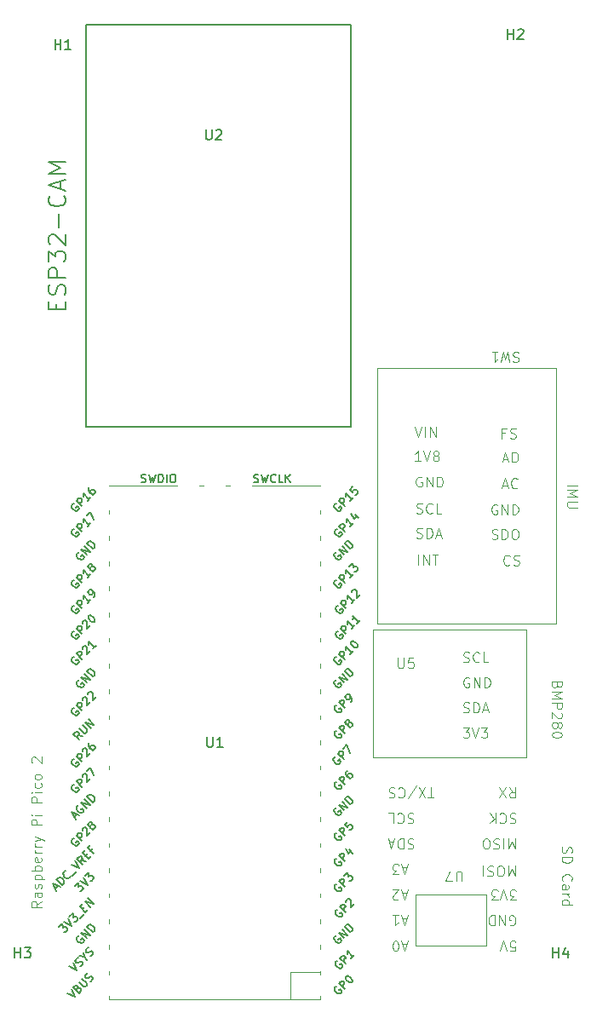
<source format=gbr>
%TF.GenerationSoftware,KiCad,Pcbnew,8.0.6*%
%TF.CreationDate,2025-06-01T11:12:23+01:00*%
%TF.ProjectId,Leo_Cansat,4c656f5f-4361-46e7-9361-742e6b696361,rev?*%
%TF.SameCoordinates,Original*%
%TF.FileFunction,Legend,Top*%
%TF.FilePolarity,Positive*%
%FSLAX46Y46*%
G04 Gerber Fmt 4.6, Leading zero omitted, Abs format (unit mm)*
G04 Created by KiCad (PCBNEW 8.0.6) date 2025-06-01 11:12:23*
%MOMM*%
%LPD*%
G01*
G04 APERTURE LIST*
%ADD10C,0.100000*%
%ADD11C,0.150000*%
%ADD12C,0.127000*%
%ADD13C,0.120000*%
G04 APERTURE END LIST*
D10*
X132627580Y-122303884D02*
X133627580Y-122303884D01*
X132627580Y-122780074D02*
X133627580Y-122780074D01*
X133627580Y-122780074D02*
X132913295Y-123113407D01*
X132913295Y-123113407D02*
X133627580Y-123446740D01*
X133627580Y-123446740D02*
X132627580Y-123446740D01*
X133627580Y-123922931D02*
X132818057Y-123922931D01*
X132818057Y-123922931D02*
X132722819Y-123970550D01*
X132722819Y-123970550D02*
X132675200Y-124018169D01*
X132675200Y-124018169D02*
X132627580Y-124113407D01*
X132627580Y-124113407D02*
X132627580Y-124303883D01*
X132627580Y-124303883D02*
X132675200Y-124399121D01*
X132675200Y-124399121D02*
X132722819Y-124446740D01*
X132722819Y-124446740D02*
X132818057Y-124494359D01*
X132818057Y-124494359D02*
X133627580Y-124494359D01*
X80372419Y-163624687D02*
X79896228Y-163958020D01*
X80372419Y-164196115D02*
X79372419Y-164196115D01*
X79372419Y-164196115D02*
X79372419Y-163815163D01*
X79372419Y-163815163D02*
X79420038Y-163719925D01*
X79420038Y-163719925D02*
X79467657Y-163672306D01*
X79467657Y-163672306D02*
X79562895Y-163624687D01*
X79562895Y-163624687D02*
X79705752Y-163624687D01*
X79705752Y-163624687D02*
X79800990Y-163672306D01*
X79800990Y-163672306D02*
X79848609Y-163719925D01*
X79848609Y-163719925D02*
X79896228Y-163815163D01*
X79896228Y-163815163D02*
X79896228Y-164196115D01*
X80372419Y-162767544D02*
X79848609Y-162767544D01*
X79848609Y-162767544D02*
X79753371Y-162815163D01*
X79753371Y-162815163D02*
X79705752Y-162910401D01*
X79705752Y-162910401D02*
X79705752Y-163100877D01*
X79705752Y-163100877D02*
X79753371Y-163196115D01*
X80324800Y-162767544D02*
X80372419Y-162862782D01*
X80372419Y-162862782D02*
X80372419Y-163100877D01*
X80372419Y-163100877D02*
X80324800Y-163196115D01*
X80324800Y-163196115D02*
X80229561Y-163243734D01*
X80229561Y-163243734D02*
X80134323Y-163243734D01*
X80134323Y-163243734D02*
X80039085Y-163196115D01*
X80039085Y-163196115D02*
X79991466Y-163100877D01*
X79991466Y-163100877D02*
X79991466Y-162862782D01*
X79991466Y-162862782D02*
X79943847Y-162767544D01*
X80324800Y-162338972D02*
X80372419Y-162243734D01*
X80372419Y-162243734D02*
X80372419Y-162053258D01*
X80372419Y-162053258D02*
X80324800Y-161958020D01*
X80324800Y-161958020D02*
X80229561Y-161910401D01*
X80229561Y-161910401D02*
X80181942Y-161910401D01*
X80181942Y-161910401D02*
X80086704Y-161958020D01*
X80086704Y-161958020D02*
X80039085Y-162053258D01*
X80039085Y-162053258D02*
X80039085Y-162196115D01*
X80039085Y-162196115D02*
X79991466Y-162291353D01*
X79991466Y-162291353D02*
X79896228Y-162338972D01*
X79896228Y-162338972D02*
X79848609Y-162338972D01*
X79848609Y-162338972D02*
X79753371Y-162291353D01*
X79753371Y-162291353D02*
X79705752Y-162196115D01*
X79705752Y-162196115D02*
X79705752Y-162053258D01*
X79705752Y-162053258D02*
X79753371Y-161958020D01*
X79705752Y-161481829D02*
X80705752Y-161481829D01*
X79753371Y-161481829D02*
X79705752Y-161386591D01*
X79705752Y-161386591D02*
X79705752Y-161196115D01*
X79705752Y-161196115D02*
X79753371Y-161100877D01*
X79753371Y-161100877D02*
X79800990Y-161053258D01*
X79800990Y-161053258D02*
X79896228Y-161005639D01*
X79896228Y-161005639D02*
X80181942Y-161005639D01*
X80181942Y-161005639D02*
X80277180Y-161053258D01*
X80277180Y-161053258D02*
X80324800Y-161100877D01*
X80324800Y-161100877D02*
X80372419Y-161196115D01*
X80372419Y-161196115D02*
X80372419Y-161386591D01*
X80372419Y-161386591D02*
X80324800Y-161481829D01*
X80372419Y-160577067D02*
X79372419Y-160577067D01*
X79753371Y-160577067D02*
X79705752Y-160481829D01*
X79705752Y-160481829D02*
X79705752Y-160291353D01*
X79705752Y-160291353D02*
X79753371Y-160196115D01*
X79753371Y-160196115D02*
X79800990Y-160148496D01*
X79800990Y-160148496D02*
X79896228Y-160100877D01*
X79896228Y-160100877D02*
X80181942Y-160100877D01*
X80181942Y-160100877D02*
X80277180Y-160148496D01*
X80277180Y-160148496D02*
X80324800Y-160196115D01*
X80324800Y-160196115D02*
X80372419Y-160291353D01*
X80372419Y-160291353D02*
X80372419Y-160481829D01*
X80372419Y-160481829D02*
X80324800Y-160577067D01*
X80324800Y-159291353D02*
X80372419Y-159386591D01*
X80372419Y-159386591D02*
X80372419Y-159577067D01*
X80372419Y-159577067D02*
X80324800Y-159672305D01*
X80324800Y-159672305D02*
X80229561Y-159719924D01*
X80229561Y-159719924D02*
X79848609Y-159719924D01*
X79848609Y-159719924D02*
X79753371Y-159672305D01*
X79753371Y-159672305D02*
X79705752Y-159577067D01*
X79705752Y-159577067D02*
X79705752Y-159386591D01*
X79705752Y-159386591D02*
X79753371Y-159291353D01*
X79753371Y-159291353D02*
X79848609Y-159243734D01*
X79848609Y-159243734D02*
X79943847Y-159243734D01*
X79943847Y-159243734D02*
X80039085Y-159719924D01*
X80372419Y-158815162D02*
X79705752Y-158815162D01*
X79896228Y-158815162D02*
X79800990Y-158767543D01*
X79800990Y-158767543D02*
X79753371Y-158719924D01*
X79753371Y-158719924D02*
X79705752Y-158624686D01*
X79705752Y-158624686D02*
X79705752Y-158529448D01*
X80372419Y-158196114D02*
X79705752Y-158196114D01*
X79896228Y-158196114D02*
X79800990Y-158148495D01*
X79800990Y-158148495D02*
X79753371Y-158100876D01*
X79753371Y-158100876D02*
X79705752Y-158005638D01*
X79705752Y-158005638D02*
X79705752Y-157910400D01*
X79705752Y-157672304D02*
X80372419Y-157434209D01*
X79705752Y-157196114D02*
X80372419Y-157434209D01*
X80372419Y-157434209D02*
X80610514Y-157529447D01*
X80610514Y-157529447D02*
X80658133Y-157577066D01*
X80658133Y-157577066D02*
X80705752Y-157672304D01*
X80372419Y-156053256D02*
X79372419Y-156053256D01*
X79372419Y-156053256D02*
X79372419Y-155672304D01*
X79372419Y-155672304D02*
X79420038Y-155577066D01*
X79420038Y-155577066D02*
X79467657Y-155529447D01*
X79467657Y-155529447D02*
X79562895Y-155481828D01*
X79562895Y-155481828D02*
X79705752Y-155481828D01*
X79705752Y-155481828D02*
X79800990Y-155529447D01*
X79800990Y-155529447D02*
X79848609Y-155577066D01*
X79848609Y-155577066D02*
X79896228Y-155672304D01*
X79896228Y-155672304D02*
X79896228Y-156053256D01*
X80372419Y-155053256D02*
X79705752Y-155053256D01*
X79372419Y-155053256D02*
X79420038Y-155100875D01*
X79420038Y-155100875D02*
X79467657Y-155053256D01*
X79467657Y-155053256D02*
X79420038Y-155005637D01*
X79420038Y-155005637D02*
X79372419Y-155053256D01*
X79372419Y-155053256D02*
X79467657Y-155053256D01*
X80372419Y-153815161D02*
X79372419Y-153815161D01*
X79372419Y-153815161D02*
X79372419Y-153434209D01*
X79372419Y-153434209D02*
X79420038Y-153338971D01*
X79420038Y-153338971D02*
X79467657Y-153291352D01*
X79467657Y-153291352D02*
X79562895Y-153243733D01*
X79562895Y-153243733D02*
X79705752Y-153243733D01*
X79705752Y-153243733D02*
X79800990Y-153291352D01*
X79800990Y-153291352D02*
X79848609Y-153338971D01*
X79848609Y-153338971D02*
X79896228Y-153434209D01*
X79896228Y-153434209D02*
X79896228Y-153815161D01*
X80372419Y-152815161D02*
X79705752Y-152815161D01*
X79372419Y-152815161D02*
X79420038Y-152862780D01*
X79420038Y-152862780D02*
X79467657Y-152815161D01*
X79467657Y-152815161D02*
X79420038Y-152767542D01*
X79420038Y-152767542D02*
X79372419Y-152815161D01*
X79372419Y-152815161D02*
X79467657Y-152815161D01*
X80324800Y-151910400D02*
X80372419Y-152005638D01*
X80372419Y-152005638D02*
X80372419Y-152196114D01*
X80372419Y-152196114D02*
X80324800Y-152291352D01*
X80324800Y-152291352D02*
X80277180Y-152338971D01*
X80277180Y-152338971D02*
X80181942Y-152386590D01*
X80181942Y-152386590D02*
X79896228Y-152386590D01*
X79896228Y-152386590D02*
X79800990Y-152338971D01*
X79800990Y-152338971D02*
X79753371Y-152291352D01*
X79753371Y-152291352D02*
X79705752Y-152196114D01*
X79705752Y-152196114D02*
X79705752Y-152005638D01*
X79705752Y-152005638D02*
X79753371Y-151910400D01*
X80372419Y-151338971D02*
X80324800Y-151434209D01*
X80324800Y-151434209D02*
X80277180Y-151481828D01*
X80277180Y-151481828D02*
X80181942Y-151529447D01*
X80181942Y-151529447D02*
X79896228Y-151529447D01*
X79896228Y-151529447D02*
X79800990Y-151481828D01*
X79800990Y-151481828D02*
X79753371Y-151434209D01*
X79753371Y-151434209D02*
X79705752Y-151338971D01*
X79705752Y-151338971D02*
X79705752Y-151196114D01*
X79705752Y-151196114D02*
X79753371Y-151100876D01*
X79753371Y-151100876D02*
X79800990Y-151053257D01*
X79800990Y-151053257D02*
X79896228Y-151005638D01*
X79896228Y-151005638D02*
X80181942Y-151005638D01*
X80181942Y-151005638D02*
X80277180Y-151053257D01*
X80277180Y-151053257D02*
X80324800Y-151100876D01*
X80324800Y-151100876D02*
X80372419Y-151196114D01*
X80372419Y-151196114D02*
X80372419Y-151338971D01*
X79467657Y-149862780D02*
X79420038Y-149815161D01*
X79420038Y-149815161D02*
X79372419Y-149719923D01*
X79372419Y-149719923D02*
X79372419Y-149481828D01*
X79372419Y-149481828D02*
X79420038Y-149386590D01*
X79420038Y-149386590D02*
X79467657Y-149338971D01*
X79467657Y-149338971D02*
X79562895Y-149291352D01*
X79562895Y-149291352D02*
X79658133Y-149291352D01*
X79658133Y-149291352D02*
X79800990Y-149338971D01*
X79800990Y-149338971D02*
X80372419Y-149910399D01*
X80372419Y-149910399D02*
X80372419Y-149291352D01*
X132175200Y-158256265D02*
X132127580Y-158399122D01*
X132127580Y-158399122D02*
X132127580Y-158637217D01*
X132127580Y-158637217D02*
X132175200Y-158732455D01*
X132175200Y-158732455D02*
X132222819Y-158780074D01*
X132222819Y-158780074D02*
X132318057Y-158827693D01*
X132318057Y-158827693D02*
X132413295Y-158827693D01*
X132413295Y-158827693D02*
X132508533Y-158780074D01*
X132508533Y-158780074D02*
X132556152Y-158732455D01*
X132556152Y-158732455D02*
X132603771Y-158637217D01*
X132603771Y-158637217D02*
X132651390Y-158446741D01*
X132651390Y-158446741D02*
X132699009Y-158351503D01*
X132699009Y-158351503D02*
X132746628Y-158303884D01*
X132746628Y-158303884D02*
X132841866Y-158256265D01*
X132841866Y-158256265D02*
X132937104Y-158256265D01*
X132937104Y-158256265D02*
X133032342Y-158303884D01*
X133032342Y-158303884D02*
X133079961Y-158351503D01*
X133079961Y-158351503D02*
X133127580Y-158446741D01*
X133127580Y-158446741D02*
X133127580Y-158684836D01*
X133127580Y-158684836D02*
X133079961Y-158827693D01*
X132127580Y-159256265D02*
X133127580Y-159256265D01*
X133127580Y-159256265D02*
X133127580Y-159494360D01*
X133127580Y-159494360D02*
X133079961Y-159637217D01*
X133079961Y-159637217D02*
X132984723Y-159732455D01*
X132984723Y-159732455D02*
X132889485Y-159780074D01*
X132889485Y-159780074D02*
X132699009Y-159827693D01*
X132699009Y-159827693D02*
X132556152Y-159827693D01*
X132556152Y-159827693D02*
X132365676Y-159780074D01*
X132365676Y-159780074D02*
X132270438Y-159732455D01*
X132270438Y-159732455D02*
X132175200Y-159637217D01*
X132175200Y-159637217D02*
X132127580Y-159494360D01*
X132127580Y-159494360D02*
X132127580Y-159256265D01*
X132222819Y-161589598D02*
X132175200Y-161541979D01*
X132175200Y-161541979D02*
X132127580Y-161399122D01*
X132127580Y-161399122D02*
X132127580Y-161303884D01*
X132127580Y-161303884D02*
X132175200Y-161161027D01*
X132175200Y-161161027D02*
X132270438Y-161065789D01*
X132270438Y-161065789D02*
X132365676Y-161018170D01*
X132365676Y-161018170D02*
X132556152Y-160970551D01*
X132556152Y-160970551D02*
X132699009Y-160970551D01*
X132699009Y-160970551D02*
X132889485Y-161018170D01*
X132889485Y-161018170D02*
X132984723Y-161065789D01*
X132984723Y-161065789D02*
X133079961Y-161161027D01*
X133079961Y-161161027D02*
X133127580Y-161303884D01*
X133127580Y-161303884D02*
X133127580Y-161399122D01*
X133127580Y-161399122D02*
X133079961Y-161541979D01*
X133079961Y-161541979D02*
X133032342Y-161589598D01*
X132127580Y-162446741D02*
X132651390Y-162446741D01*
X132651390Y-162446741D02*
X132746628Y-162399122D01*
X132746628Y-162399122D02*
X132794247Y-162303884D01*
X132794247Y-162303884D02*
X132794247Y-162113408D01*
X132794247Y-162113408D02*
X132746628Y-162018170D01*
X132175200Y-162446741D02*
X132127580Y-162351503D01*
X132127580Y-162351503D02*
X132127580Y-162113408D01*
X132127580Y-162113408D02*
X132175200Y-162018170D01*
X132175200Y-162018170D02*
X132270438Y-161970551D01*
X132270438Y-161970551D02*
X132365676Y-161970551D01*
X132365676Y-161970551D02*
X132460914Y-162018170D01*
X132460914Y-162018170D02*
X132508533Y-162113408D01*
X132508533Y-162113408D02*
X132508533Y-162351503D01*
X132508533Y-162351503D02*
X132556152Y-162446741D01*
X132127580Y-162922932D02*
X132794247Y-162922932D01*
X132603771Y-162922932D02*
X132699009Y-162970551D01*
X132699009Y-162970551D02*
X132746628Y-163018170D01*
X132746628Y-163018170D02*
X132794247Y-163113408D01*
X132794247Y-163113408D02*
X132794247Y-163208646D01*
X132127580Y-163970551D02*
X133127580Y-163970551D01*
X132175200Y-163970551D02*
X132127580Y-163875313D01*
X132127580Y-163875313D02*
X132127580Y-163684837D01*
X132127580Y-163684837D02*
X132175200Y-163589599D01*
X132175200Y-163589599D02*
X132222819Y-163541980D01*
X132222819Y-163541980D02*
X132318057Y-163494361D01*
X132318057Y-163494361D02*
X132603771Y-163494361D01*
X132603771Y-163494361D02*
X132699009Y-163541980D01*
X132699009Y-163541980D02*
X132746628Y-163589599D01*
X132746628Y-163589599D02*
X132794247Y-163684837D01*
X132794247Y-163684837D02*
X132794247Y-163875313D01*
X132794247Y-163875313D02*
X132746628Y-163970551D01*
X131651390Y-142137217D02*
X131603771Y-142280074D01*
X131603771Y-142280074D02*
X131556152Y-142327693D01*
X131556152Y-142327693D02*
X131460914Y-142375312D01*
X131460914Y-142375312D02*
X131318057Y-142375312D01*
X131318057Y-142375312D02*
X131222819Y-142327693D01*
X131222819Y-142327693D02*
X131175200Y-142280074D01*
X131175200Y-142280074D02*
X131127580Y-142184836D01*
X131127580Y-142184836D02*
X131127580Y-141803884D01*
X131127580Y-141803884D02*
X132127580Y-141803884D01*
X132127580Y-141803884D02*
X132127580Y-142137217D01*
X132127580Y-142137217D02*
X132079961Y-142232455D01*
X132079961Y-142232455D02*
X132032342Y-142280074D01*
X132032342Y-142280074D02*
X131937104Y-142327693D01*
X131937104Y-142327693D02*
X131841866Y-142327693D01*
X131841866Y-142327693D02*
X131746628Y-142280074D01*
X131746628Y-142280074D02*
X131699009Y-142232455D01*
X131699009Y-142232455D02*
X131651390Y-142137217D01*
X131651390Y-142137217D02*
X131651390Y-141803884D01*
X131127580Y-142803884D02*
X132127580Y-142803884D01*
X132127580Y-142803884D02*
X131413295Y-143137217D01*
X131413295Y-143137217D02*
X132127580Y-143470550D01*
X132127580Y-143470550D02*
X131127580Y-143470550D01*
X131127580Y-143946741D02*
X132127580Y-143946741D01*
X132127580Y-143946741D02*
X132127580Y-144327693D01*
X132127580Y-144327693D02*
X132079961Y-144422931D01*
X132079961Y-144422931D02*
X132032342Y-144470550D01*
X132032342Y-144470550D02*
X131937104Y-144518169D01*
X131937104Y-144518169D02*
X131794247Y-144518169D01*
X131794247Y-144518169D02*
X131699009Y-144470550D01*
X131699009Y-144470550D02*
X131651390Y-144422931D01*
X131651390Y-144422931D02*
X131603771Y-144327693D01*
X131603771Y-144327693D02*
X131603771Y-143946741D01*
X132032342Y-144899122D02*
X132079961Y-144946741D01*
X132079961Y-144946741D02*
X132127580Y-145041979D01*
X132127580Y-145041979D02*
X132127580Y-145280074D01*
X132127580Y-145280074D02*
X132079961Y-145375312D01*
X132079961Y-145375312D02*
X132032342Y-145422931D01*
X132032342Y-145422931D02*
X131937104Y-145470550D01*
X131937104Y-145470550D02*
X131841866Y-145470550D01*
X131841866Y-145470550D02*
X131699009Y-145422931D01*
X131699009Y-145422931D02*
X131127580Y-144851503D01*
X131127580Y-144851503D02*
X131127580Y-145470550D01*
X131699009Y-146041979D02*
X131746628Y-145946741D01*
X131746628Y-145946741D02*
X131794247Y-145899122D01*
X131794247Y-145899122D02*
X131889485Y-145851503D01*
X131889485Y-145851503D02*
X131937104Y-145851503D01*
X131937104Y-145851503D02*
X132032342Y-145899122D01*
X132032342Y-145899122D02*
X132079961Y-145946741D01*
X132079961Y-145946741D02*
X132127580Y-146041979D01*
X132127580Y-146041979D02*
X132127580Y-146232455D01*
X132127580Y-146232455D02*
X132079961Y-146327693D01*
X132079961Y-146327693D02*
X132032342Y-146375312D01*
X132032342Y-146375312D02*
X131937104Y-146422931D01*
X131937104Y-146422931D02*
X131889485Y-146422931D01*
X131889485Y-146422931D02*
X131794247Y-146375312D01*
X131794247Y-146375312D02*
X131746628Y-146327693D01*
X131746628Y-146327693D02*
X131699009Y-146232455D01*
X131699009Y-146232455D02*
X131699009Y-146041979D01*
X131699009Y-146041979D02*
X131651390Y-145946741D01*
X131651390Y-145946741D02*
X131603771Y-145899122D01*
X131603771Y-145899122D02*
X131508533Y-145851503D01*
X131508533Y-145851503D02*
X131318057Y-145851503D01*
X131318057Y-145851503D02*
X131222819Y-145899122D01*
X131222819Y-145899122D02*
X131175200Y-145946741D01*
X131175200Y-145946741D02*
X131127580Y-146041979D01*
X131127580Y-146041979D02*
X131127580Y-146232455D01*
X131127580Y-146232455D02*
X131175200Y-146327693D01*
X131175200Y-146327693D02*
X131222819Y-146375312D01*
X131222819Y-146375312D02*
X131318057Y-146422931D01*
X131318057Y-146422931D02*
X131508533Y-146422931D01*
X131508533Y-146422931D02*
X131603771Y-146375312D01*
X131603771Y-146375312D02*
X131651390Y-146327693D01*
X131651390Y-146327693D02*
X131699009Y-146232455D01*
X132127580Y-147041979D02*
X132127580Y-147137217D01*
X132127580Y-147137217D02*
X132079961Y-147232455D01*
X132079961Y-147232455D02*
X132032342Y-147280074D01*
X132032342Y-147280074D02*
X131937104Y-147327693D01*
X131937104Y-147327693D02*
X131746628Y-147375312D01*
X131746628Y-147375312D02*
X131508533Y-147375312D01*
X131508533Y-147375312D02*
X131318057Y-147327693D01*
X131318057Y-147327693D02*
X131222819Y-147280074D01*
X131222819Y-147280074D02*
X131175200Y-147232455D01*
X131175200Y-147232455D02*
X131127580Y-147137217D01*
X131127580Y-147137217D02*
X131127580Y-147041979D01*
X131127580Y-147041979D02*
X131175200Y-146946741D01*
X131175200Y-146946741D02*
X131222819Y-146899122D01*
X131222819Y-146899122D02*
X131318057Y-146851503D01*
X131318057Y-146851503D02*
X131508533Y-146803884D01*
X131508533Y-146803884D02*
X131746628Y-146803884D01*
X131746628Y-146803884D02*
X131937104Y-146851503D01*
X131937104Y-146851503D02*
X132032342Y-146899122D01*
X132032342Y-146899122D02*
X132079961Y-146946741D01*
X132079961Y-146946741D02*
X132127580Y-147041979D01*
X122184404Y-161640080D02*
X122184404Y-160830557D01*
X122184404Y-160830557D02*
X122136785Y-160735319D01*
X122136785Y-160735319D02*
X122089166Y-160687700D01*
X122089166Y-160687700D02*
X121993928Y-160640080D01*
X121993928Y-160640080D02*
X121803452Y-160640080D01*
X121803452Y-160640080D02*
X121708214Y-160687700D01*
X121708214Y-160687700D02*
X121660595Y-160735319D01*
X121660595Y-160735319D02*
X121612976Y-160830557D01*
X121612976Y-160830557D02*
X121612976Y-161640080D01*
X121232023Y-161640080D02*
X120565357Y-161640080D01*
X120565357Y-161640080D02*
X120993928Y-160640080D01*
X117356234Y-157462700D02*
X117213377Y-157415080D01*
X117213377Y-157415080D02*
X116975282Y-157415080D01*
X116975282Y-157415080D02*
X116880044Y-157462700D01*
X116880044Y-157462700D02*
X116832425Y-157510319D01*
X116832425Y-157510319D02*
X116784806Y-157605557D01*
X116784806Y-157605557D02*
X116784806Y-157700795D01*
X116784806Y-157700795D02*
X116832425Y-157796033D01*
X116832425Y-157796033D02*
X116880044Y-157843652D01*
X116880044Y-157843652D02*
X116975282Y-157891271D01*
X116975282Y-157891271D02*
X117165758Y-157938890D01*
X117165758Y-157938890D02*
X117260996Y-157986509D01*
X117260996Y-157986509D02*
X117308615Y-158034128D01*
X117308615Y-158034128D02*
X117356234Y-158129366D01*
X117356234Y-158129366D02*
X117356234Y-158224604D01*
X117356234Y-158224604D02*
X117308615Y-158319842D01*
X117308615Y-158319842D02*
X117260996Y-158367461D01*
X117260996Y-158367461D02*
X117165758Y-158415080D01*
X117165758Y-158415080D02*
X116927663Y-158415080D01*
X116927663Y-158415080D02*
X116784806Y-158367461D01*
X116356234Y-157415080D02*
X116356234Y-158415080D01*
X116356234Y-158415080D02*
X116118139Y-158415080D01*
X116118139Y-158415080D02*
X115975282Y-158367461D01*
X115975282Y-158367461D02*
X115880044Y-158272223D01*
X115880044Y-158272223D02*
X115832425Y-158176985D01*
X115832425Y-158176985D02*
X115784806Y-157986509D01*
X115784806Y-157986509D02*
X115784806Y-157843652D01*
X115784806Y-157843652D02*
X115832425Y-157653176D01*
X115832425Y-157653176D02*
X115880044Y-157557938D01*
X115880044Y-157557938D02*
X115975282Y-157462700D01*
X115975282Y-157462700D02*
X116118139Y-157415080D01*
X116118139Y-157415080D02*
X116356234Y-157415080D01*
X115403853Y-157700795D02*
X114927663Y-157700795D01*
X115499091Y-157415080D02*
X115165758Y-158415080D01*
X115165758Y-158415080D02*
X114832425Y-157415080D01*
X127446115Y-160127580D02*
X127446115Y-161127580D01*
X127446115Y-161127580D02*
X127112782Y-160413295D01*
X127112782Y-160413295D02*
X126779449Y-161127580D01*
X126779449Y-161127580D02*
X126779449Y-160127580D01*
X126112782Y-161127580D02*
X125922306Y-161127580D01*
X125922306Y-161127580D02*
X125827068Y-161079961D01*
X125827068Y-161079961D02*
X125731830Y-160984723D01*
X125731830Y-160984723D02*
X125684211Y-160794247D01*
X125684211Y-160794247D02*
X125684211Y-160460914D01*
X125684211Y-160460914D02*
X125731830Y-160270438D01*
X125731830Y-160270438D02*
X125827068Y-160175200D01*
X125827068Y-160175200D02*
X125922306Y-160127580D01*
X125922306Y-160127580D02*
X126112782Y-160127580D01*
X126112782Y-160127580D02*
X126208020Y-160175200D01*
X126208020Y-160175200D02*
X126303258Y-160270438D01*
X126303258Y-160270438D02*
X126350877Y-160460914D01*
X126350877Y-160460914D02*
X126350877Y-160794247D01*
X126350877Y-160794247D02*
X126303258Y-160984723D01*
X126303258Y-160984723D02*
X126208020Y-161079961D01*
X126208020Y-161079961D02*
X126112782Y-161127580D01*
X125303258Y-160175200D02*
X125160401Y-160127580D01*
X125160401Y-160127580D02*
X124922306Y-160127580D01*
X124922306Y-160127580D02*
X124827068Y-160175200D01*
X124827068Y-160175200D02*
X124779449Y-160222819D01*
X124779449Y-160222819D02*
X124731830Y-160318057D01*
X124731830Y-160318057D02*
X124731830Y-160413295D01*
X124731830Y-160413295D02*
X124779449Y-160508533D01*
X124779449Y-160508533D02*
X124827068Y-160556152D01*
X124827068Y-160556152D02*
X124922306Y-160603771D01*
X124922306Y-160603771D02*
X125112782Y-160651390D01*
X125112782Y-160651390D02*
X125208020Y-160699009D01*
X125208020Y-160699009D02*
X125255639Y-160746628D01*
X125255639Y-160746628D02*
X125303258Y-160841866D01*
X125303258Y-160841866D02*
X125303258Y-160937104D01*
X125303258Y-160937104D02*
X125255639Y-161032342D01*
X125255639Y-161032342D02*
X125208020Y-161079961D01*
X125208020Y-161079961D02*
X125112782Y-161127580D01*
X125112782Y-161127580D02*
X124874687Y-161127580D01*
X124874687Y-161127580D02*
X124731830Y-161079961D01*
X124303258Y-160127580D02*
X124303258Y-161127580D01*
X127516234Y-154922700D02*
X127373377Y-154875080D01*
X127373377Y-154875080D02*
X127135282Y-154875080D01*
X127135282Y-154875080D02*
X127040044Y-154922700D01*
X127040044Y-154922700D02*
X126992425Y-154970319D01*
X126992425Y-154970319D02*
X126944806Y-155065557D01*
X126944806Y-155065557D02*
X126944806Y-155160795D01*
X126944806Y-155160795D02*
X126992425Y-155256033D01*
X126992425Y-155256033D02*
X127040044Y-155303652D01*
X127040044Y-155303652D02*
X127135282Y-155351271D01*
X127135282Y-155351271D02*
X127325758Y-155398890D01*
X127325758Y-155398890D02*
X127420996Y-155446509D01*
X127420996Y-155446509D02*
X127468615Y-155494128D01*
X127468615Y-155494128D02*
X127516234Y-155589366D01*
X127516234Y-155589366D02*
X127516234Y-155684604D01*
X127516234Y-155684604D02*
X127468615Y-155779842D01*
X127468615Y-155779842D02*
X127420996Y-155827461D01*
X127420996Y-155827461D02*
X127325758Y-155875080D01*
X127325758Y-155875080D02*
X127087663Y-155875080D01*
X127087663Y-155875080D02*
X126944806Y-155827461D01*
X125944806Y-154970319D02*
X125992425Y-154922700D01*
X125992425Y-154922700D02*
X126135282Y-154875080D01*
X126135282Y-154875080D02*
X126230520Y-154875080D01*
X126230520Y-154875080D02*
X126373377Y-154922700D01*
X126373377Y-154922700D02*
X126468615Y-155017938D01*
X126468615Y-155017938D02*
X126516234Y-155113176D01*
X126516234Y-155113176D02*
X126563853Y-155303652D01*
X126563853Y-155303652D02*
X126563853Y-155446509D01*
X126563853Y-155446509D02*
X126516234Y-155636985D01*
X126516234Y-155636985D02*
X126468615Y-155732223D01*
X126468615Y-155732223D02*
X126373377Y-155827461D01*
X126373377Y-155827461D02*
X126230520Y-155875080D01*
X126230520Y-155875080D02*
X126135282Y-155875080D01*
X126135282Y-155875080D02*
X125992425Y-155827461D01*
X125992425Y-155827461D02*
X125944806Y-155779842D01*
X125516234Y-154875080D02*
X125516234Y-155875080D01*
X124944806Y-154875080D02*
X125373377Y-155446509D01*
X124944806Y-155875080D02*
X125516234Y-155303652D01*
X117356234Y-154922700D02*
X117213377Y-154875080D01*
X117213377Y-154875080D02*
X116975282Y-154875080D01*
X116975282Y-154875080D02*
X116880044Y-154922700D01*
X116880044Y-154922700D02*
X116832425Y-154970319D01*
X116832425Y-154970319D02*
X116784806Y-155065557D01*
X116784806Y-155065557D02*
X116784806Y-155160795D01*
X116784806Y-155160795D02*
X116832425Y-155256033D01*
X116832425Y-155256033D02*
X116880044Y-155303652D01*
X116880044Y-155303652D02*
X116975282Y-155351271D01*
X116975282Y-155351271D02*
X117165758Y-155398890D01*
X117165758Y-155398890D02*
X117260996Y-155446509D01*
X117260996Y-155446509D02*
X117308615Y-155494128D01*
X117308615Y-155494128D02*
X117356234Y-155589366D01*
X117356234Y-155589366D02*
X117356234Y-155684604D01*
X117356234Y-155684604D02*
X117308615Y-155779842D01*
X117308615Y-155779842D02*
X117260996Y-155827461D01*
X117260996Y-155827461D02*
X117165758Y-155875080D01*
X117165758Y-155875080D02*
X116927663Y-155875080D01*
X116927663Y-155875080D02*
X116784806Y-155827461D01*
X115784806Y-154970319D02*
X115832425Y-154922700D01*
X115832425Y-154922700D02*
X115975282Y-154875080D01*
X115975282Y-154875080D02*
X116070520Y-154875080D01*
X116070520Y-154875080D02*
X116213377Y-154922700D01*
X116213377Y-154922700D02*
X116308615Y-155017938D01*
X116308615Y-155017938D02*
X116356234Y-155113176D01*
X116356234Y-155113176D02*
X116403853Y-155303652D01*
X116403853Y-155303652D02*
X116403853Y-155446509D01*
X116403853Y-155446509D02*
X116356234Y-155636985D01*
X116356234Y-155636985D02*
X116308615Y-155732223D01*
X116308615Y-155732223D02*
X116213377Y-155827461D01*
X116213377Y-155827461D02*
X116070520Y-155875080D01*
X116070520Y-155875080D02*
X115975282Y-155875080D01*
X115975282Y-155875080D02*
X115832425Y-155827461D01*
X115832425Y-155827461D02*
X115784806Y-155779842D01*
X114880044Y-154875080D02*
X115356234Y-154875080D01*
X115356234Y-154875080D02*
X115356234Y-155875080D01*
X126944806Y-165987461D02*
X127040044Y-166035080D01*
X127040044Y-166035080D02*
X127182901Y-166035080D01*
X127182901Y-166035080D02*
X127325758Y-165987461D01*
X127325758Y-165987461D02*
X127420996Y-165892223D01*
X127420996Y-165892223D02*
X127468615Y-165796985D01*
X127468615Y-165796985D02*
X127516234Y-165606509D01*
X127516234Y-165606509D02*
X127516234Y-165463652D01*
X127516234Y-165463652D02*
X127468615Y-165273176D01*
X127468615Y-165273176D02*
X127420996Y-165177938D01*
X127420996Y-165177938D02*
X127325758Y-165082700D01*
X127325758Y-165082700D02*
X127182901Y-165035080D01*
X127182901Y-165035080D02*
X127087663Y-165035080D01*
X127087663Y-165035080D02*
X126944806Y-165082700D01*
X126944806Y-165082700D02*
X126897187Y-165130319D01*
X126897187Y-165130319D02*
X126897187Y-165463652D01*
X126897187Y-165463652D02*
X127087663Y-165463652D01*
X126468615Y-165035080D02*
X126468615Y-166035080D01*
X126468615Y-166035080D02*
X125897187Y-165035080D01*
X125897187Y-165035080D02*
X125897187Y-166035080D01*
X125420996Y-165035080D02*
X125420996Y-166035080D01*
X125420996Y-166035080D02*
X125182901Y-166035080D01*
X125182901Y-166035080D02*
X125040044Y-165987461D01*
X125040044Y-165987461D02*
X124944806Y-165892223D01*
X124944806Y-165892223D02*
X124897187Y-165796985D01*
X124897187Y-165796985D02*
X124849568Y-165606509D01*
X124849568Y-165606509D02*
X124849568Y-165463652D01*
X124849568Y-165463652D02*
X124897187Y-165273176D01*
X124897187Y-165273176D02*
X124944806Y-165177938D01*
X124944806Y-165177938D02*
X125040044Y-165082700D01*
X125040044Y-165082700D02*
X125182901Y-165035080D01*
X125182901Y-165035080D02*
X125420996Y-165035080D01*
X126992425Y-168575080D02*
X127468615Y-168575080D01*
X127468615Y-168575080D02*
X127516234Y-168098890D01*
X127516234Y-168098890D02*
X127468615Y-168146509D01*
X127468615Y-168146509D02*
X127373377Y-168194128D01*
X127373377Y-168194128D02*
X127135282Y-168194128D01*
X127135282Y-168194128D02*
X127040044Y-168146509D01*
X127040044Y-168146509D02*
X126992425Y-168098890D01*
X126992425Y-168098890D02*
X126944806Y-168003652D01*
X126944806Y-168003652D02*
X126944806Y-167765557D01*
X126944806Y-167765557D02*
X126992425Y-167670319D01*
X126992425Y-167670319D02*
X127040044Y-167622700D01*
X127040044Y-167622700D02*
X127135282Y-167575080D01*
X127135282Y-167575080D02*
X127373377Y-167575080D01*
X127373377Y-167575080D02*
X127468615Y-167622700D01*
X127468615Y-167622700D02*
X127516234Y-167670319D01*
X126659091Y-168575080D02*
X126325758Y-167575080D01*
X126325758Y-167575080D02*
X125992425Y-168575080D01*
X116721234Y-167860795D02*
X116245044Y-167860795D01*
X116816472Y-167575080D02*
X116483139Y-168575080D01*
X116483139Y-168575080D02*
X116149806Y-167575080D01*
X115625996Y-168575080D02*
X115530758Y-168575080D01*
X115530758Y-168575080D02*
X115435520Y-168527461D01*
X115435520Y-168527461D02*
X115387901Y-168479842D01*
X115387901Y-168479842D02*
X115340282Y-168384604D01*
X115340282Y-168384604D02*
X115292663Y-168194128D01*
X115292663Y-168194128D02*
X115292663Y-167956033D01*
X115292663Y-167956033D02*
X115340282Y-167765557D01*
X115340282Y-167765557D02*
X115387901Y-167670319D01*
X115387901Y-167670319D02*
X115435520Y-167622700D01*
X115435520Y-167622700D02*
X115530758Y-167575080D01*
X115530758Y-167575080D02*
X115625996Y-167575080D01*
X115625996Y-167575080D02*
X115721234Y-167622700D01*
X115721234Y-167622700D02*
X115768853Y-167670319D01*
X115768853Y-167670319D02*
X115816472Y-167765557D01*
X115816472Y-167765557D02*
X115864091Y-167956033D01*
X115864091Y-167956033D02*
X115864091Y-168194128D01*
X115864091Y-168194128D02*
X115816472Y-168384604D01*
X115816472Y-168384604D02*
X115768853Y-168479842D01*
X115768853Y-168479842D02*
X115721234Y-168527461D01*
X115721234Y-168527461D02*
X115625996Y-168575080D01*
X119356472Y-153335080D02*
X118785044Y-153335080D01*
X119070758Y-152335080D02*
X119070758Y-153335080D01*
X118546948Y-153335080D02*
X117880282Y-152335080D01*
X117880282Y-153335080D02*
X118546948Y-152335080D01*
X116785044Y-153382700D02*
X117642186Y-152096985D01*
X115880282Y-152430319D02*
X115927901Y-152382700D01*
X115927901Y-152382700D02*
X116070758Y-152335080D01*
X116070758Y-152335080D02*
X116165996Y-152335080D01*
X116165996Y-152335080D02*
X116308853Y-152382700D01*
X116308853Y-152382700D02*
X116404091Y-152477938D01*
X116404091Y-152477938D02*
X116451710Y-152573176D01*
X116451710Y-152573176D02*
X116499329Y-152763652D01*
X116499329Y-152763652D02*
X116499329Y-152906509D01*
X116499329Y-152906509D02*
X116451710Y-153096985D01*
X116451710Y-153096985D02*
X116404091Y-153192223D01*
X116404091Y-153192223D02*
X116308853Y-153287461D01*
X116308853Y-153287461D02*
X116165996Y-153335080D01*
X116165996Y-153335080D02*
X116070758Y-153335080D01*
X116070758Y-153335080D02*
X115927901Y-153287461D01*
X115927901Y-153287461D02*
X115880282Y-153239842D01*
X115499329Y-152382700D02*
X115356472Y-152335080D01*
X115356472Y-152335080D02*
X115118377Y-152335080D01*
X115118377Y-152335080D02*
X115023139Y-152382700D01*
X115023139Y-152382700D02*
X114975520Y-152430319D01*
X114975520Y-152430319D02*
X114927901Y-152525557D01*
X114927901Y-152525557D02*
X114927901Y-152620795D01*
X114927901Y-152620795D02*
X114975520Y-152716033D01*
X114975520Y-152716033D02*
X115023139Y-152763652D01*
X115023139Y-152763652D02*
X115118377Y-152811271D01*
X115118377Y-152811271D02*
X115308853Y-152858890D01*
X115308853Y-152858890D02*
X115404091Y-152906509D01*
X115404091Y-152906509D02*
X115451710Y-152954128D01*
X115451710Y-152954128D02*
X115499329Y-153049366D01*
X115499329Y-153049366D02*
X115499329Y-153144604D01*
X115499329Y-153144604D02*
X115451710Y-153239842D01*
X115451710Y-153239842D02*
X115404091Y-153287461D01*
X115404091Y-153287461D02*
X115308853Y-153335080D01*
X115308853Y-153335080D02*
X115070758Y-153335080D01*
X115070758Y-153335080D02*
X114927901Y-153287461D01*
X127563853Y-163495080D02*
X126944806Y-163495080D01*
X126944806Y-163495080D02*
X127278139Y-163114128D01*
X127278139Y-163114128D02*
X127135282Y-163114128D01*
X127135282Y-163114128D02*
X127040044Y-163066509D01*
X127040044Y-163066509D02*
X126992425Y-163018890D01*
X126992425Y-163018890D02*
X126944806Y-162923652D01*
X126944806Y-162923652D02*
X126944806Y-162685557D01*
X126944806Y-162685557D02*
X126992425Y-162590319D01*
X126992425Y-162590319D02*
X127040044Y-162542700D01*
X127040044Y-162542700D02*
X127135282Y-162495080D01*
X127135282Y-162495080D02*
X127420996Y-162495080D01*
X127420996Y-162495080D02*
X127516234Y-162542700D01*
X127516234Y-162542700D02*
X127563853Y-162590319D01*
X126659091Y-163495080D02*
X126325758Y-162495080D01*
X126325758Y-162495080D02*
X125992425Y-163495080D01*
X125754329Y-163495080D02*
X125135282Y-163495080D01*
X125135282Y-163495080D02*
X125468615Y-163114128D01*
X125468615Y-163114128D02*
X125325758Y-163114128D01*
X125325758Y-163114128D02*
X125230520Y-163066509D01*
X125230520Y-163066509D02*
X125182901Y-163018890D01*
X125182901Y-163018890D02*
X125135282Y-162923652D01*
X125135282Y-162923652D02*
X125135282Y-162685557D01*
X125135282Y-162685557D02*
X125182901Y-162590319D01*
X125182901Y-162590319D02*
X125230520Y-162542700D01*
X125230520Y-162542700D02*
X125325758Y-162495080D01*
X125325758Y-162495080D02*
X125611472Y-162495080D01*
X125611472Y-162495080D02*
X125706710Y-162542700D01*
X125706710Y-162542700D02*
X125754329Y-162590319D01*
X127468615Y-157415080D02*
X127468615Y-158415080D01*
X127468615Y-158415080D02*
X127135282Y-157700795D01*
X127135282Y-157700795D02*
X126801949Y-158415080D01*
X126801949Y-158415080D02*
X126801949Y-157415080D01*
X126325758Y-157415080D02*
X126325758Y-158415080D01*
X125897187Y-157462700D02*
X125754330Y-157415080D01*
X125754330Y-157415080D02*
X125516235Y-157415080D01*
X125516235Y-157415080D02*
X125420997Y-157462700D01*
X125420997Y-157462700D02*
X125373378Y-157510319D01*
X125373378Y-157510319D02*
X125325759Y-157605557D01*
X125325759Y-157605557D02*
X125325759Y-157700795D01*
X125325759Y-157700795D02*
X125373378Y-157796033D01*
X125373378Y-157796033D02*
X125420997Y-157843652D01*
X125420997Y-157843652D02*
X125516235Y-157891271D01*
X125516235Y-157891271D02*
X125706711Y-157938890D01*
X125706711Y-157938890D02*
X125801949Y-157986509D01*
X125801949Y-157986509D02*
X125849568Y-158034128D01*
X125849568Y-158034128D02*
X125897187Y-158129366D01*
X125897187Y-158129366D02*
X125897187Y-158224604D01*
X125897187Y-158224604D02*
X125849568Y-158319842D01*
X125849568Y-158319842D02*
X125801949Y-158367461D01*
X125801949Y-158367461D02*
X125706711Y-158415080D01*
X125706711Y-158415080D02*
X125468616Y-158415080D01*
X125468616Y-158415080D02*
X125325759Y-158367461D01*
X124706711Y-158415080D02*
X124516235Y-158415080D01*
X124516235Y-158415080D02*
X124420997Y-158367461D01*
X124420997Y-158367461D02*
X124325759Y-158272223D01*
X124325759Y-158272223D02*
X124278140Y-158081747D01*
X124278140Y-158081747D02*
X124278140Y-157748414D01*
X124278140Y-157748414D02*
X124325759Y-157557938D01*
X124325759Y-157557938D02*
X124420997Y-157462700D01*
X124420997Y-157462700D02*
X124516235Y-157415080D01*
X124516235Y-157415080D02*
X124706711Y-157415080D01*
X124706711Y-157415080D02*
X124801949Y-157462700D01*
X124801949Y-157462700D02*
X124897187Y-157557938D01*
X124897187Y-157557938D02*
X124944806Y-157748414D01*
X124944806Y-157748414D02*
X124944806Y-158081747D01*
X124944806Y-158081747D02*
X124897187Y-158272223D01*
X124897187Y-158272223D02*
X124801949Y-158367461D01*
X124801949Y-158367461D02*
X124706711Y-158415080D01*
X126897187Y-152335080D02*
X127230520Y-152811271D01*
X127468615Y-152335080D02*
X127468615Y-153335080D01*
X127468615Y-153335080D02*
X127087663Y-153335080D01*
X127087663Y-153335080D02*
X126992425Y-153287461D01*
X126992425Y-153287461D02*
X126944806Y-153239842D01*
X126944806Y-153239842D02*
X126897187Y-153144604D01*
X126897187Y-153144604D02*
X126897187Y-153001747D01*
X126897187Y-153001747D02*
X126944806Y-152906509D01*
X126944806Y-152906509D02*
X126992425Y-152858890D01*
X126992425Y-152858890D02*
X127087663Y-152811271D01*
X127087663Y-152811271D02*
X127468615Y-152811271D01*
X126563853Y-153335080D02*
X125897187Y-152335080D01*
X125897187Y-153335080D02*
X126563853Y-152335080D01*
X116721234Y-162780795D02*
X116245044Y-162780795D01*
X116816472Y-162495080D02*
X116483139Y-163495080D01*
X116483139Y-163495080D02*
X116149806Y-162495080D01*
X115864091Y-163399842D02*
X115816472Y-163447461D01*
X115816472Y-163447461D02*
X115721234Y-163495080D01*
X115721234Y-163495080D02*
X115483139Y-163495080D01*
X115483139Y-163495080D02*
X115387901Y-163447461D01*
X115387901Y-163447461D02*
X115340282Y-163399842D01*
X115340282Y-163399842D02*
X115292663Y-163304604D01*
X115292663Y-163304604D02*
X115292663Y-163209366D01*
X115292663Y-163209366D02*
X115340282Y-163066509D01*
X115340282Y-163066509D02*
X115911710Y-162495080D01*
X115911710Y-162495080D02*
X115292663Y-162495080D01*
X116721234Y-165320795D02*
X116245044Y-165320795D01*
X116816472Y-165035080D02*
X116483139Y-166035080D01*
X116483139Y-166035080D02*
X116149806Y-165035080D01*
X115292663Y-165035080D02*
X115864091Y-165035080D01*
X115578377Y-165035080D02*
X115578377Y-166035080D01*
X115578377Y-166035080D02*
X115673615Y-165892223D01*
X115673615Y-165892223D02*
X115768853Y-165796985D01*
X115768853Y-165796985D02*
X115864091Y-165749366D01*
X116721234Y-160240795D02*
X116245044Y-160240795D01*
X116816472Y-159955080D02*
X116483139Y-160955080D01*
X116483139Y-160955080D02*
X116149806Y-159955080D01*
X115911710Y-160955080D02*
X115292663Y-160955080D01*
X115292663Y-160955080D02*
X115625996Y-160574128D01*
X115625996Y-160574128D02*
X115483139Y-160574128D01*
X115483139Y-160574128D02*
X115387901Y-160526509D01*
X115387901Y-160526509D02*
X115340282Y-160478890D01*
X115340282Y-160478890D02*
X115292663Y-160383652D01*
X115292663Y-160383652D02*
X115292663Y-160145557D01*
X115292663Y-160145557D02*
X115340282Y-160050319D01*
X115340282Y-160050319D02*
X115387901Y-160002700D01*
X115387901Y-160002700D02*
X115483139Y-159955080D01*
X115483139Y-159955080D02*
X115768853Y-159955080D01*
X115768853Y-159955080D02*
X115864091Y-160002700D01*
X115864091Y-160002700D02*
X115911710Y-160050319D01*
X115818095Y-139457419D02*
X115818095Y-140266942D01*
X115818095Y-140266942D02*
X115865714Y-140362180D01*
X115865714Y-140362180D02*
X115913333Y-140409800D01*
X115913333Y-140409800D02*
X116008571Y-140457419D01*
X116008571Y-140457419D02*
X116199047Y-140457419D01*
X116199047Y-140457419D02*
X116294285Y-140409800D01*
X116294285Y-140409800D02*
X116341904Y-140362180D01*
X116341904Y-140362180D02*
X116389523Y-140266942D01*
X116389523Y-140266942D02*
X116389523Y-139457419D01*
X117341904Y-139457419D02*
X116865714Y-139457419D01*
X116865714Y-139457419D02*
X116818095Y-139933609D01*
X116818095Y-139933609D02*
X116865714Y-139885990D01*
X116865714Y-139885990D02*
X116960952Y-139838371D01*
X116960952Y-139838371D02*
X117199047Y-139838371D01*
X117199047Y-139838371D02*
X117294285Y-139885990D01*
X117294285Y-139885990D02*
X117341904Y-139933609D01*
X117341904Y-139933609D02*
X117389523Y-140028847D01*
X117389523Y-140028847D02*
X117389523Y-140266942D01*
X117389523Y-140266942D02*
X117341904Y-140362180D01*
X117341904Y-140362180D02*
X117294285Y-140409800D01*
X117294285Y-140409800D02*
X117199047Y-140457419D01*
X117199047Y-140457419D02*
X116960952Y-140457419D01*
X116960952Y-140457419D02*
X116865714Y-140409800D01*
X116865714Y-140409800D02*
X116818095Y-140362180D01*
X122907693Y-141420038D02*
X122812455Y-141372419D01*
X122812455Y-141372419D02*
X122669598Y-141372419D01*
X122669598Y-141372419D02*
X122526741Y-141420038D01*
X122526741Y-141420038D02*
X122431503Y-141515276D01*
X122431503Y-141515276D02*
X122383884Y-141610514D01*
X122383884Y-141610514D02*
X122336265Y-141800990D01*
X122336265Y-141800990D02*
X122336265Y-141943847D01*
X122336265Y-141943847D02*
X122383884Y-142134323D01*
X122383884Y-142134323D02*
X122431503Y-142229561D01*
X122431503Y-142229561D02*
X122526741Y-142324800D01*
X122526741Y-142324800D02*
X122669598Y-142372419D01*
X122669598Y-142372419D02*
X122764836Y-142372419D01*
X122764836Y-142372419D02*
X122907693Y-142324800D01*
X122907693Y-142324800D02*
X122955312Y-142277180D01*
X122955312Y-142277180D02*
X122955312Y-141943847D01*
X122955312Y-141943847D02*
X122764836Y-141943847D01*
X123383884Y-142372419D02*
X123383884Y-141372419D01*
X123383884Y-141372419D02*
X123955312Y-142372419D01*
X123955312Y-142372419D02*
X123955312Y-141372419D01*
X124431503Y-142372419D02*
X124431503Y-141372419D01*
X124431503Y-141372419D02*
X124669598Y-141372419D01*
X124669598Y-141372419D02*
X124812455Y-141420038D01*
X124812455Y-141420038D02*
X124907693Y-141515276D01*
X124907693Y-141515276D02*
X124955312Y-141610514D01*
X124955312Y-141610514D02*
X125002931Y-141800990D01*
X125002931Y-141800990D02*
X125002931Y-141943847D01*
X125002931Y-141943847D02*
X124955312Y-142134323D01*
X124955312Y-142134323D02*
X124907693Y-142229561D01*
X124907693Y-142229561D02*
X124812455Y-142324800D01*
X124812455Y-142324800D02*
X124669598Y-142372419D01*
X124669598Y-142372419D02*
X124431503Y-142372419D01*
X122336265Y-139824800D02*
X122479122Y-139872419D01*
X122479122Y-139872419D02*
X122717217Y-139872419D01*
X122717217Y-139872419D02*
X122812455Y-139824800D01*
X122812455Y-139824800D02*
X122860074Y-139777180D01*
X122860074Y-139777180D02*
X122907693Y-139681942D01*
X122907693Y-139681942D02*
X122907693Y-139586704D01*
X122907693Y-139586704D02*
X122860074Y-139491466D01*
X122860074Y-139491466D02*
X122812455Y-139443847D01*
X122812455Y-139443847D02*
X122717217Y-139396228D01*
X122717217Y-139396228D02*
X122526741Y-139348609D01*
X122526741Y-139348609D02*
X122431503Y-139300990D01*
X122431503Y-139300990D02*
X122383884Y-139253371D01*
X122383884Y-139253371D02*
X122336265Y-139158133D01*
X122336265Y-139158133D02*
X122336265Y-139062895D01*
X122336265Y-139062895D02*
X122383884Y-138967657D01*
X122383884Y-138967657D02*
X122431503Y-138920038D01*
X122431503Y-138920038D02*
X122526741Y-138872419D01*
X122526741Y-138872419D02*
X122764836Y-138872419D01*
X122764836Y-138872419D02*
X122907693Y-138920038D01*
X123907693Y-139777180D02*
X123860074Y-139824800D01*
X123860074Y-139824800D02*
X123717217Y-139872419D01*
X123717217Y-139872419D02*
X123621979Y-139872419D01*
X123621979Y-139872419D02*
X123479122Y-139824800D01*
X123479122Y-139824800D02*
X123383884Y-139729561D01*
X123383884Y-139729561D02*
X123336265Y-139634323D01*
X123336265Y-139634323D02*
X123288646Y-139443847D01*
X123288646Y-139443847D02*
X123288646Y-139300990D01*
X123288646Y-139300990D02*
X123336265Y-139110514D01*
X123336265Y-139110514D02*
X123383884Y-139015276D01*
X123383884Y-139015276D02*
X123479122Y-138920038D01*
X123479122Y-138920038D02*
X123621979Y-138872419D01*
X123621979Y-138872419D02*
X123717217Y-138872419D01*
X123717217Y-138872419D02*
X123860074Y-138920038D01*
X123860074Y-138920038D02*
X123907693Y-138967657D01*
X124812455Y-139872419D02*
X124336265Y-139872419D01*
X124336265Y-139872419D02*
X124336265Y-138872419D01*
X122288646Y-146372419D02*
X122907693Y-146372419D01*
X122907693Y-146372419D02*
X122574360Y-146753371D01*
X122574360Y-146753371D02*
X122717217Y-146753371D01*
X122717217Y-146753371D02*
X122812455Y-146800990D01*
X122812455Y-146800990D02*
X122860074Y-146848609D01*
X122860074Y-146848609D02*
X122907693Y-146943847D01*
X122907693Y-146943847D02*
X122907693Y-147181942D01*
X122907693Y-147181942D02*
X122860074Y-147277180D01*
X122860074Y-147277180D02*
X122812455Y-147324800D01*
X122812455Y-147324800D02*
X122717217Y-147372419D01*
X122717217Y-147372419D02*
X122431503Y-147372419D01*
X122431503Y-147372419D02*
X122336265Y-147324800D01*
X122336265Y-147324800D02*
X122288646Y-147277180D01*
X123193408Y-146372419D02*
X123526741Y-147372419D01*
X123526741Y-147372419D02*
X123860074Y-146372419D01*
X124098170Y-146372419D02*
X124717217Y-146372419D01*
X124717217Y-146372419D02*
X124383884Y-146753371D01*
X124383884Y-146753371D02*
X124526741Y-146753371D01*
X124526741Y-146753371D02*
X124621979Y-146800990D01*
X124621979Y-146800990D02*
X124669598Y-146848609D01*
X124669598Y-146848609D02*
X124717217Y-146943847D01*
X124717217Y-146943847D02*
X124717217Y-147181942D01*
X124717217Y-147181942D02*
X124669598Y-147277180D01*
X124669598Y-147277180D02*
X124621979Y-147324800D01*
X124621979Y-147324800D02*
X124526741Y-147372419D01*
X124526741Y-147372419D02*
X124241027Y-147372419D01*
X124241027Y-147372419D02*
X124145789Y-147324800D01*
X124145789Y-147324800D02*
X124098170Y-147277180D01*
X122336265Y-144824800D02*
X122479122Y-144872419D01*
X122479122Y-144872419D02*
X122717217Y-144872419D01*
X122717217Y-144872419D02*
X122812455Y-144824800D01*
X122812455Y-144824800D02*
X122860074Y-144777180D01*
X122860074Y-144777180D02*
X122907693Y-144681942D01*
X122907693Y-144681942D02*
X122907693Y-144586704D01*
X122907693Y-144586704D02*
X122860074Y-144491466D01*
X122860074Y-144491466D02*
X122812455Y-144443847D01*
X122812455Y-144443847D02*
X122717217Y-144396228D01*
X122717217Y-144396228D02*
X122526741Y-144348609D01*
X122526741Y-144348609D02*
X122431503Y-144300990D01*
X122431503Y-144300990D02*
X122383884Y-144253371D01*
X122383884Y-144253371D02*
X122336265Y-144158133D01*
X122336265Y-144158133D02*
X122336265Y-144062895D01*
X122336265Y-144062895D02*
X122383884Y-143967657D01*
X122383884Y-143967657D02*
X122431503Y-143920038D01*
X122431503Y-143920038D02*
X122526741Y-143872419D01*
X122526741Y-143872419D02*
X122764836Y-143872419D01*
X122764836Y-143872419D02*
X122907693Y-143920038D01*
X123336265Y-144872419D02*
X123336265Y-143872419D01*
X123336265Y-143872419D02*
X123574360Y-143872419D01*
X123574360Y-143872419D02*
X123717217Y-143920038D01*
X123717217Y-143920038D02*
X123812455Y-144015276D01*
X123812455Y-144015276D02*
X123860074Y-144110514D01*
X123860074Y-144110514D02*
X123907693Y-144300990D01*
X123907693Y-144300990D02*
X123907693Y-144443847D01*
X123907693Y-144443847D02*
X123860074Y-144634323D01*
X123860074Y-144634323D02*
X123812455Y-144729561D01*
X123812455Y-144729561D02*
X123717217Y-144824800D01*
X123717217Y-144824800D02*
X123574360Y-144872419D01*
X123574360Y-144872419D02*
X123336265Y-144872419D01*
X124288646Y-144586704D02*
X124764836Y-144586704D01*
X124193408Y-144872419D02*
X124526741Y-143872419D01*
X124526741Y-143872419D02*
X124860074Y-144872419D01*
D11*
X131238095Y-169254819D02*
X131238095Y-168254819D01*
X131238095Y-168731009D02*
X131809523Y-168731009D01*
X131809523Y-169254819D02*
X131809523Y-168254819D01*
X132714285Y-168588152D02*
X132714285Y-169254819D01*
X132476190Y-168207200D02*
X132238095Y-168921485D01*
X132238095Y-168921485D02*
X132857142Y-168921485D01*
X96738095Y-86954819D02*
X96738095Y-87764342D01*
X96738095Y-87764342D02*
X96785714Y-87859580D01*
X96785714Y-87859580D02*
X96833333Y-87907200D01*
X96833333Y-87907200D02*
X96928571Y-87954819D01*
X96928571Y-87954819D02*
X97119047Y-87954819D01*
X97119047Y-87954819D02*
X97214285Y-87907200D01*
X97214285Y-87907200D02*
X97261904Y-87859580D01*
X97261904Y-87859580D02*
X97309523Y-87764342D01*
X97309523Y-87764342D02*
X97309523Y-86954819D01*
X97738095Y-87050057D02*
X97785714Y-87002438D01*
X97785714Y-87002438D02*
X97880952Y-86954819D01*
X97880952Y-86954819D02*
X98119047Y-86954819D01*
X98119047Y-86954819D02*
X98214285Y-87002438D01*
X98214285Y-87002438D02*
X98261904Y-87050057D01*
X98261904Y-87050057D02*
X98309523Y-87145295D01*
X98309523Y-87145295D02*
X98309523Y-87240533D01*
X98309523Y-87240533D02*
X98261904Y-87383390D01*
X98261904Y-87383390D02*
X97690476Y-87954819D01*
X97690476Y-87954819D02*
X98309523Y-87954819D01*
X81886953Y-104830475D02*
X81886953Y-104257141D01*
X82787905Y-104011427D02*
X82787905Y-104830475D01*
X82787905Y-104830475D02*
X81067905Y-104830475D01*
X81067905Y-104830475D02*
X81067905Y-104011427D01*
X82706001Y-103356189D02*
X82787905Y-103110475D01*
X82787905Y-103110475D02*
X82787905Y-102700951D01*
X82787905Y-102700951D02*
X82706001Y-102537142D01*
X82706001Y-102537142D02*
X82624096Y-102455237D01*
X82624096Y-102455237D02*
X82460286Y-102373332D01*
X82460286Y-102373332D02*
X82296477Y-102373332D01*
X82296477Y-102373332D02*
X82132667Y-102455237D01*
X82132667Y-102455237D02*
X82050762Y-102537142D01*
X82050762Y-102537142D02*
X81968858Y-102700951D01*
X81968858Y-102700951D02*
X81886953Y-103028570D01*
X81886953Y-103028570D02*
X81805048Y-103192380D01*
X81805048Y-103192380D02*
X81723143Y-103274285D01*
X81723143Y-103274285D02*
X81559334Y-103356189D01*
X81559334Y-103356189D02*
X81395524Y-103356189D01*
X81395524Y-103356189D02*
X81231715Y-103274285D01*
X81231715Y-103274285D02*
X81149810Y-103192380D01*
X81149810Y-103192380D02*
X81067905Y-103028570D01*
X81067905Y-103028570D02*
X81067905Y-102619047D01*
X81067905Y-102619047D02*
X81149810Y-102373332D01*
X82787905Y-101636190D02*
X81067905Y-101636190D01*
X81067905Y-101636190D02*
X81067905Y-100980952D01*
X81067905Y-100980952D02*
X81149810Y-100817142D01*
X81149810Y-100817142D02*
X81231715Y-100735237D01*
X81231715Y-100735237D02*
X81395524Y-100653333D01*
X81395524Y-100653333D02*
X81641239Y-100653333D01*
X81641239Y-100653333D02*
X81805048Y-100735237D01*
X81805048Y-100735237D02*
X81886953Y-100817142D01*
X81886953Y-100817142D02*
X81968858Y-100980952D01*
X81968858Y-100980952D02*
X81968858Y-101636190D01*
X81067905Y-100079999D02*
X81067905Y-99015237D01*
X81067905Y-99015237D02*
X81723143Y-99588571D01*
X81723143Y-99588571D02*
X81723143Y-99342856D01*
X81723143Y-99342856D02*
X81805048Y-99179047D01*
X81805048Y-99179047D02*
X81886953Y-99097142D01*
X81886953Y-99097142D02*
X82050762Y-99015237D01*
X82050762Y-99015237D02*
X82460286Y-99015237D01*
X82460286Y-99015237D02*
X82624096Y-99097142D01*
X82624096Y-99097142D02*
X82706001Y-99179047D01*
X82706001Y-99179047D02*
X82787905Y-99342856D01*
X82787905Y-99342856D02*
X82787905Y-99834285D01*
X82787905Y-99834285D02*
X82706001Y-99998094D01*
X82706001Y-99998094D02*
X82624096Y-100079999D01*
X81231715Y-98359999D02*
X81149810Y-98278095D01*
X81149810Y-98278095D02*
X81067905Y-98114285D01*
X81067905Y-98114285D02*
X81067905Y-97704761D01*
X81067905Y-97704761D02*
X81149810Y-97540952D01*
X81149810Y-97540952D02*
X81231715Y-97459047D01*
X81231715Y-97459047D02*
X81395524Y-97377142D01*
X81395524Y-97377142D02*
X81559334Y-97377142D01*
X81559334Y-97377142D02*
X81805048Y-97459047D01*
X81805048Y-97459047D02*
X82787905Y-98441904D01*
X82787905Y-98441904D02*
X82787905Y-97377142D01*
X82132667Y-96640000D02*
X82132667Y-95329524D01*
X82624096Y-93527619D02*
X82706001Y-93609523D01*
X82706001Y-93609523D02*
X82787905Y-93855238D01*
X82787905Y-93855238D02*
X82787905Y-94019047D01*
X82787905Y-94019047D02*
X82706001Y-94264761D01*
X82706001Y-94264761D02*
X82542191Y-94428571D01*
X82542191Y-94428571D02*
X82378381Y-94510476D01*
X82378381Y-94510476D02*
X82050762Y-94592380D01*
X82050762Y-94592380D02*
X81805048Y-94592380D01*
X81805048Y-94592380D02*
X81477429Y-94510476D01*
X81477429Y-94510476D02*
X81313620Y-94428571D01*
X81313620Y-94428571D02*
X81149810Y-94264761D01*
X81149810Y-94264761D02*
X81067905Y-94019047D01*
X81067905Y-94019047D02*
X81067905Y-93855238D01*
X81067905Y-93855238D02*
X81149810Y-93609523D01*
X81149810Y-93609523D02*
X81231715Y-93527619D01*
X82296477Y-92872380D02*
X82296477Y-92053333D01*
X82787905Y-93036190D02*
X81067905Y-92462857D01*
X81067905Y-92462857D02*
X82787905Y-91889523D01*
X82787905Y-91316190D02*
X81067905Y-91316190D01*
X81067905Y-91316190D02*
X82296477Y-90742856D01*
X82296477Y-90742856D02*
X81067905Y-90169523D01*
X81067905Y-90169523D02*
X82787905Y-90169523D01*
D10*
X127833332Y-109090200D02*
X127690475Y-109042580D01*
X127690475Y-109042580D02*
X127452380Y-109042580D01*
X127452380Y-109042580D02*
X127357142Y-109090200D01*
X127357142Y-109090200D02*
X127309523Y-109137819D01*
X127309523Y-109137819D02*
X127261904Y-109233057D01*
X127261904Y-109233057D02*
X127261904Y-109328295D01*
X127261904Y-109328295D02*
X127309523Y-109423533D01*
X127309523Y-109423533D02*
X127357142Y-109471152D01*
X127357142Y-109471152D02*
X127452380Y-109518771D01*
X127452380Y-109518771D02*
X127642856Y-109566390D01*
X127642856Y-109566390D02*
X127738094Y-109614009D01*
X127738094Y-109614009D02*
X127785713Y-109661628D01*
X127785713Y-109661628D02*
X127833332Y-109756866D01*
X127833332Y-109756866D02*
X127833332Y-109852104D01*
X127833332Y-109852104D02*
X127785713Y-109947342D01*
X127785713Y-109947342D02*
X127738094Y-109994961D01*
X127738094Y-109994961D02*
X127642856Y-110042580D01*
X127642856Y-110042580D02*
X127404761Y-110042580D01*
X127404761Y-110042580D02*
X127261904Y-109994961D01*
X126928570Y-110042580D02*
X126690475Y-109042580D01*
X126690475Y-109042580D02*
X126499999Y-109756866D01*
X126499999Y-109756866D02*
X126309523Y-109042580D01*
X126309523Y-109042580D02*
X126071428Y-110042580D01*
X125166666Y-109042580D02*
X125738094Y-109042580D01*
X125452380Y-109042580D02*
X125452380Y-110042580D01*
X125452380Y-110042580D02*
X125547618Y-109899723D01*
X125547618Y-109899723D02*
X125642856Y-109804485D01*
X125642856Y-109804485D02*
X125738094Y-109756866D01*
D11*
X81738095Y-78954819D02*
X81738095Y-77954819D01*
X81738095Y-78431009D02*
X82309523Y-78431009D01*
X82309523Y-78954819D02*
X82309523Y-77954819D01*
X83309523Y-78954819D02*
X82738095Y-78954819D01*
X83023809Y-78954819D02*
X83023809Y-77954819D01*
X83023809Y-77954819D02*
X82928571Y-78097676D01*
X82928571Y-78097676D02*
X82833333Y-78192914D01*
X82833333Y-78192914D02*
X82738095Y-78240533D01*
D10*
X125171265Y-127594800D02*
X125314122Y-127642419D01*
X125314122Y-127642419D02*
X125552217Y-127642419D01*
X125552217Y-127642419D02*
X125647455Y-127594800D01*
X125647455Y-127594800D02*
X125695074Y-127547180D01*
X125695074Y-127547180D02*
X125742693Y-127451942D01*
X125742693Y-127451942D02*
X125742693Y-127356704D01*
X125742693Y-127356704D02*
X125695074Y-127261466D01*
X125695074Y-127261466D02*
X125647455Y-127213847D01*
X125647455Y-127213847D02*
X125552217Y-127166228D01*
X125552217Y-127166228D02*
X125361741Y-127118609D01*
X125361741Y-127118609D02*
X125266503Y-127070990D01*
X125266503Y-127070990D02*
X125218884Y-127023371D01*
X125218884Y-127023371D02*
X125171265Y-126928133D01*
X125171265Y-126928133D02*
X125171265Y-126832895D01*
X125171265Y-126832895D02*
X125218884Y-126737657D01*
X125218884Y-126737657D02*
X125266503Y-126690038D01*
X125266503Y-126690038D02*
X125361741Y-126642419D01*
X125361741Y-126642419D02*
X125599836Y-126642419D01*
X125599836Y-126642419D02*
X125742693Y-126690038D01*
X126171265Y-127642419D02*
X126171265Y-126642419D01*
X126171265Y-126642419D02*
X126409360Y-126642419D01*
X126409360Y-126642419D02*
X126552217Y-126690038D01*
X126552217Y-126690038D02*
X126647455Y-126785276D01*
X126647455Y-126785276D02*
X126695074Y-126880514D01*
X126695074Y-126880514D02*
X126742693Y-127070990D01*
X126742693Y-127070990D02*
X126742693Y-127213847D01*
X126742693Y-127213847D02*
X126695074Y-127404323D01*
X126695074Y-127404323D02*
X126647455Y-127499561D01*
X126647455Y-127499561D02*
X126552217Y-127594800D01*
X126552217Y-127594800D02*
X126409360Y-127642419D01*
X126409360Y-127642419D02*
X126171265Y-127642419D01*
X127361741Y-126642419D02*
X127552217Y-126642419D01*
X127552217Y-126642419D02*
X127647455Y-126690038D01*
X127647455Y-126690038D02*
X127742693Y-126785276D01*
X127742693Y-126785276D02*
X127790312Y-126975752D01*
X127790312Y-126975752D02*
X127790312Y-127309085D01*
X127790312Y-127309085D02*
X127742693Y-127499561D01*
X127742693Y-127499561D02*
X127647455Y-127594800D01*
X127647455Y-127594800D02*
X127552217Y-127642419D01*
X127552217Y-127642419D02*
X127361741Y-127642419D01*
X127361741Y-127642419D02*
X127266503Y-127594800D01*
X127266503Y-127594800D02*
X127171265Y-127499561D01*
X127171265Y-127499561D02*
X127123646Y-127309085D01*
X127123646Y-127309085D02*
X127123646Y-126975752D01*
X127123646Y-126975752D02*
X127171265Y-126785276D01*
X127171265Y-126785276D02*
X127266503Y-126690038D01*
X127266503Y-126690038D02*
X127361741Y-126642419D01*
X118092693Y-119892419D02*
X117521265Y-119892419D01*
X117806979Y-119892419D02*
X117806979Y-118892419D01*
X117806979Y-118892419D02*
X117711741Y-119035276D01*
X117711741Y-119035276D02*
X117616503Y-119130514D01*
X117616503Y-119130514D02*
X117521265Y-119178133D01*
X118378408Y-118892419D02*
X118711741Y-119892419D01*
X118711741Y-119892419D02*
X119045074Y-118892419D01*
X119521265Y-119320990D02*
X119426027Y-119273371D01*
X119426027Y-119273371D02*
X119378408Y-119225752D01*
X119378408Y-119225752D02*
X119330789Y-119130514D01*
X119330789Y-119130514D02*
X119330789Y-119082895D01*
X119330789Y-119082895D02*
X119378408Y-118987657D01*
X119378408Y-118987657D02*
X119426027Y-118940038D01*
X119426027Y-118940038D02*
X119521265Y-118892419D01*
X119521265Y-118892419D02*
X119711741Y-118892419D01*
X119711741Y-118892419D02*
X119806979Y-118940038D01*
X119806979Y-118940038D02*
X119854598Y-118987657D01*
X119854598Y-118987657D02*
X119902217Y-119082895D01*
X119902217Y-119082895D02*
X119902217Y-119130514D01*
X119902217Y-119130514D02*
X119854598Y-119225752D01*
X119854598Y-119225752D02*
X119806979Y-119273371D01*
X119806979Y-119273371D02*
X119711741Y-119320990D01*
X119711741Y-119320990D02*
X119521265Y-119320990D01*
X119521265Y-119320990D02*
X119426027Y-119368609D01*
X119426027Y-119368609D02*
X119378408Y-119416228D01*
X119378408Y-119416228D02*
X119330789Y-119511466D01*
X119330789Y-119511466D02*
X119330789Y-119701942D01*
X119330789Y-119701942D02*
X119378408Y-119797180D01*
X119378408Y-119797180D02*
X119426027Y-119844800D01*
X119426027Y-119844800D02*
X119521265Y-119892419D01*
X119521265Y-119892419D02*
X119711741Y-119892419D01*
X119711741Y-119892419D02*
X119806979Y-119844800D01*
X119806979Y-119844800D02*
X119854598Y-119797180D01*
X119854598Y-119797180D02*
X119902217Y-119701942D01*
X119902217Y-119701942D02*
X119902217Y-119511466D01*
X119902217Y-119511466D02*
X119854598Y-119416228D01*
X119854598Y-119416228D02*
X119806979Y-119368609D01*
X119806979Y-119368609D02*
X119711741Y-119320990D01*
X125692693Y-124240038D02*
X125597455Y-124192419D01*
X125597455Y-124192419D02*
X125454598Y-124192419D01*
X125454598Y-124192419D02*
X125311741Y-124240038D01*
X125311741Y-124240038D02*
X125216503Y-124335276D01*
X125216503Y-124335276D02*
X125168884Y-124430514D01*
X125168884Y-124430514D02*
X125121265Y-124620990D01*
X125121265Y-124620990D02*
X125121265Y-124763847D01*
X125121265Y-124763847D02*
X125168884Y-124954323D01*
X125168884Y-124954323D02*
X125216503Y-125049561D01*
X125216503Y-125049561D02*
X125311741Y-125144800D01*
X125311741Y-125144800D02*
X125454598Y-125192419D01*
X125454598Y-125192419D02*
X125549836Y-125192419D01*
X125549836Y-125192419D02*
X125692693Y-125144800D01*
X125692693Y-125144800D02*
X125740312Y-125097180D01*
X125740312Y-125097180D02*
X125740312Y-124763847D01*
X125740312Y-124763847D02*
X125549836Y-124763847D01*
X126168884Y-125192419D02*
X126168884Y-124192419D01*
X126168884Y-124192419D02*
X126740312Y-125192419D01*
X126740312Y-125192419D02*
X126740312Y-124192419D01*
X127216503Y-125192419D02*
X127216503Y-124192419D01*
X127216503Y-124192419D02*
X127454598Y-124192419D01*
X127454598Y-124192419D02*
X127597455Y-124240038D01*
X127597455Y-124240038D02*
X127692693Y-124335276D01*
X127692693Y-124335276D02*
X127740312Y-124430514D01*
X127740312Y-124430514D02*
X127787931Y-124620990D01*
X127787931Y-124620990D02*
X127787931Y-124763847D01*
X127787931Y-124763847D02*
X127740312Y-124954323D01*
X127740312Y-124954323D02*
X127692693Y-125049561D01*
X127692693Y-125049561D02*
X127597455Y-125144800D01*
X127597455Y-125144800D02*
X127454598Y-125192419D01*
X127454598Y-125192419D02*
X127216503Y-125192419D01*
X126221265Y-122306704D02*
X126697455Y-122306704D01*
X126126027Y-122592419D02*
X126459360Y-121592419D01*
X126459360Y-121592419D02*
X126792693Y-122592419D01*
X127697455Y-122497180D02*
X127649836Y-122544800D01*
X127649836Y-122544800D02*
X127506979Y-122592419D01*
X127506979Y-122592419D02*
X127411741Y-122592419D01*
X127411741Y-122592419D02*
X127268884Y-122544800D01*
X127268884Y-122544800D02*
X127173646Y-122449561D01*
X127173646Y-122449561D02*
X127126027Y-122354323D01*
X127126027Y-122354323D02*
X127078408Y-122163847D01*
X127078408Y-122163847D02*
X127078408Y-122020990D01*
X127078408Y-122020990D02*
X127126027Y-121830514D01*
X127126027Y-121830514D02*
X127173646Y-121735276D01*
X127173646Y-121735276D02*
X127268884Y-121640038D01*
X127268884Y-121640038D02*
X127411741Y-121592419D01*
X127411741Y-121592419D02*
X127506979Y-121592419D01*
X127506979Y-121592419D02*
X127649836Y-121640038D01*
X127649836Y-121640038D02*
X127697455Y-121687657D01*
X118192693Y-121490038D02*
X118097455Y-121442419D01*
X118097455Y-121442419D02*
X117954598Y-121442419D01*
X117954598Y-121442419D02*
X117811741Y-121490038D01*
X117811741Y-121490038D02*
X117716503Y-121585276D01*
X117716503Y-121585276D02*
X117668884Y-121680514D01*
X117668884Y-121680514D02*
X117621265Y-121870990D01*
X117621265Y-121870990D02*
X117621265Y-122013847D01*
X117621265Y-122013847D02*
X117668884Y-122204323D01*
X117668884Y-122204323D02*
X117716503Y-122299561D01*
X117716503Y-122299561D02*
X117811741Y-122394800D01*
X117811741Y-122394800D02*
X117954598Y-122442419D01*
X117954598Y-122442419D02*
X118049836Y-122442419D01*
X118049836Y-122442419D02*
X118192693Y-122394800D01*
X118192693Y-122394800D02*
X118240312Y-122347180D01*
X118240312Y-122347180D02*
X118240312Y-122013847D01*
X118240312Y-122013847D02*
X118049836Y-122013847D01*
X118668884Y-122442419D02*
X118668884Y-121442419D01*
X118668884Y-121442419D02*
X119240312Y-122442419D01*
X119240312Y-122442419D02*
X119240312Y-121442419D01*
X119716503Y-122442419D02*
X119716503Y-121442419D01*
X119716503Y-121442419D02*
X119954598Y-121442419D01*
X119954598Y-121442419D02*
X120097455Y-121490038D01*
X120097455Y-121490038D02*
X120192693Y-121585276D01*
X120192693Y-121585276D02*
X120240312Y-121680514D01*
X120240312Y-121680514D02*
X120287931Y-121870990D01*
X120287931Y-121870990D02*
X120287931Y-122013847D01*
X120287931Y-122013847D02*
X120240312Y-122204323D01*
X120240312Y-122204323D02*
X120192693Y-122299561D01*
X120192693Y-122299561D02*
X120097455Y-122394800D01*
X120097455Y-122394800D02*
X119954598Y-122442419D01*
X119954598Y-122442419D02*
X119716503Y-122442419D01*
X126940312Y-130147180D02*
X126892693Y-130194800D01*
X126892693Y-130194800D02*
X126749836Y-130242419D01*
X126749836Y-130242419D02*
X126654598Y-130242419D01*
X126654598Y-130242419D02*
X126511741Y-130194800D01*
X126511741Y-130194800D02*
X126416503Y-130099561D01*
X126416503Y-130099561D02*
X126368884Y-130004323D01*
X126368884Y-130004323D02*
X126321265Y-129813847D01*
X126321265Y-129813847D02*
X126321265Y-129670990D01*
X126321265Y-129670990D02*
X126368884Y-129480514D01*
X126368884Y-129480514D02*
X126416503Y-129385276D01*
X126416503Y-129385276D02*
X126511741Y-129290038D01*
X126511741Y-129290038D02*
X126654598Y-129242419D01*
X126654598Y-129242419D02*
X126749836Y-129242419D01*
X126749836Y-129242419D02*
X126892693Y-129290038D01*
X126892693Y-129290038D02*
X126940312Y-129337657D01*
X127321265Y-130194800D02*
X127464122Y-130242419D01*
X127464122Y-130242419D02*
X127702217Y-130242419D01*
X127702217Y-130242419D02*
X127797455Y-130194800D01*
X127797455Y-130194800D02*
X127845074Y-130147180D01*
X127845074Y-130147180D02*
X127892693Y-130051942D01*
X127892693Y-130051942D02*
X127892693Y-129956704D01*
X127892693Y-129956704D02*
X127845074Y-129861466D01*
X127845074Y-129861466D02*
X127797455Y-129813847D01*
X127797455Y-129813847D02*
X127702217Y-129766228D01*
X127702217Y-129766228D02*
X127511741Y-129718609D01*
X127511741Y-129718609D02*
X127416503Y-129670990D01*
X127416503Y-129670990D02*
X127368884Y-129623371D01*
X127368884Y-129623371D02*
X127321265Y-129528133D01*
X127321265Y-129528133D02*
X127321265Y-129432895D01*
X127321265Y-129432895D02*
X127368884Y-129337657D01*
X127368884Y-129337657D02*
X127416503Y-129290038D01*
X127416503Y-129290038D02*
X127511741Y-129242419D01*
X127511741Y-129242419D02*
X127749836Y-129242419D01*
X127749836Y-129242419D02*
X127892693Y-129290038D01*
X117526027Y-116492419D02*
X117859360Y-117492419D01*
X117859360Y-117492419D02*
X118192693Y-116492419D01*
X118526027Y-117492419D02*
X118526027Y-116492419D01*
X119002217Y-117492419D02*
X119002217Y-116492419D01*
X119002217Y-116492419D02*
X119573645Y-117492419D01*
X119573645Y-117492419D02*
X119573645Y-116492419D01*
X126502217Y-117118609D02*
X126168884Y-117118609D01*
X126168884Y-117642419D02*
X126168884Y-116642419D01*
X126168884Y-116642419D02*
X126645074Y-116642419D01*
X126978408Y-117594800D02*
X127121265Y-117642419D01*
X127121265Y-117642419D02*
X127359360Y-117642419D01*
X127359360Y-117642419D02*
X127454598Y-117594800D01*
X127454598Y-117594800D02*
X127502217Y-117547180D01*
X127502217Y-117547180D02*
X127549836Y-117451942D01*
X127549836Y-117451942D02*
X127549836Y-117356704D01*
X127549836Y-117356704D02*
X127502217Y-117261466D01*
X127502217Y-117261466D02*
X127454598Y-117213847D01*
X127454598Y-117213847D02*
X127359360Y-117166228D01*
X127359360Y-117166228D02*
X127168884Y-117118609D01*
X127168884Y-117118609D02*
X127073646Y-117070990D01*
X127073646Y-117070990D02*
X127026027Y-117023371D01*
X127026027Y-117023371D02*
X126978408Y-116928133D01*
X126978408Y-116928133D02*
X126978408Y-116832895D01*
X126978408Y-116832895D02*
X127026027Y-116737657D01*
X127026027Y-116737657D02*
X127073646Y-116690038D01*
X127073646Y-116690038D02*
X127168884Y-116642419D01*
X127168884Y-116642419D02*
X127406979Y-116642419D01*
X127406979Y-116642419D02*
X127549836Y-116690038D01*
X117671265Y-125044800D02*
X117814122Y-125092419D01*
X117814122Y-125092419D02*
X118052217Y-125092419D01*
X118052217Y-125092419D02*
X118147455Y-125044800D01*
X118147455Y-125044800D02*
X118195074Y-124997180D01*
X118195074Y-124997180D02*
X118242693Y-124901942D01*
X118242693Y-124901942D02*
X118242693Y-124806704D01*
X118242693Y-124806704D02*
X118195074Y-124711466D01*
X118195074Y-124711466D02*
X118147455Y-124663847D01*
X118147455Y-124663847D02*
X118052217Y-124616228D01*
X118052217Y-124616228D02*
X117861741Y-124568609D01*
X117861741Y-124568609D02*
X117766503Y-124520990D01*
X117766503Y-124520990D02*
X117718884Y-124473371D01*
X117718884Y-124473371D02*
X117671265Y-124378133D01*
X117671265Y-124378133D02*
X117671265Y-124282895D01*
X117671265Y-124282895D02*
X117718884Y-124187657D01*
X117718884Y-124187657D02*
X117766503Y-124140038D01*
X117766503Y-124140038D02*
X117861741Y-124092419D01*
X117861741Y-124092419D02*
X118099836Y-124092419D01*
X118099836Y-124092419D02*
X118242693Y-124140038D01*
X119242693Y-124997180D02*
X119195074Y-125044800D01*
X119195074Y-125044800D02*
X119052217Y-125092419D01*
X119052217Y-125092419D02*
X118956979Y-125092419D01*
X118956979Y-125092419D02*
X118814122Y-125044800D01*
X118814122Y-125044800D02*
X118718884Y-124949561D01*
X118718884Y-124949561D02*
X118671265Y-124854323D01*
X118671265Y-124854323D02*
X118623646Y-124663847D01*
X118623646Y-124663847D02*
X118623646Y-124520990D01*
X118623646Y-124520990D02*
X118671265Y-124330514D01*
X118671265Y-124330514D02*
X118718884Y-124235276D01*
X118718884Y-124235276D02*
X118814122Y-124140038D01*
X118814122Y-124140038D02*
X118956979Y-124092419D01*
X118956979Y-124092419D02*
X119052217Y-124092419D01*
X119052217Y-124092419D02*
X119195074Y-124140038D01*
X119195074Y-124140038D02*
X119242693Y-124187657D01*
X120147455Y-125092419D02*
X119671265Y-125092419D01*
X119671265Y-125092419D02*
X119671265Y-124092419D01*
X126271265Y-119706704D02*
X126747455Y-119706704D01*
X126176027Y-119992419D02*
X126509360Y-118992419D01*
X126509360Y-118992419D02*
X126842693Y-119992419D01*
X127176027Y-119992419D02*
X127176027Y-118992419D01*
X127176027Y-118992419D02*
X127414122Y-118992419D01*
X127414122Y-118992419D02*
X127556979Y-119040038D01*
X127556979Y-119040038D02*
X127652217Y-119135276D01*
X127652217Y-119135276D02*
X127699836Y-119230514D01*
X127699836Y-119230514D02*
X127747455Y-119420990D01*
X127747455Y-119420990D02*
X127747455Y-119563847D01*
X127747455Y-119563847D02*
X127699836Y-119754323D01*
X127699836Y-119754323D02*
X127652217Y-119849561D01*
X127652217Y-119849561D02*
X127556979Y-119944800D01*
X127556979Y-119944800D02*
X127414122Y-119992419D01*
X127414122Y-119992419D02*
X127176027Y-119992419D01*
X117868884Y-130192419D02*
X117868884Y-129192419D01*
X118345074Y-130192419D02*
X118345074Y-129192419D01*
X118345074Y-129192419D02*
X118916502Y-130192419D01*
X118916502Y-130192419D02*
X118916502Y-129192419D01*
X119249836Y-129192419D02*
X119821264Y-129192419D01*
X119535550Y-130192419D02*
X119535550Y-129192419D01*
X117671265Y-127494800D02*
X117814122Y-127542419D01*
X117814122Y-127542419D02*
X118052217Y-127542419D01*
X118052217Y-127542419D02*
X118147455Y-127494800D01*
X118147455Y-127494800D02*
X118195074Y-127447180D01*
X118195074Y-127447180D02*
X118242693Y-127351942D01*
X118242693Y-127351942D02*
X118242693Y-127256704D01*
X118242693Y-127256704D02*
X118195074Y-127161466D01*
X118195074Y-127161466D02*
X118147455Y-127113847D01*
X118147455Y-127113847D02*
X118052217Y-127066228D01*
X118052217Y-127066228D02*
X117861741Y-127018609D01*
X117861741Y-127018609D02*
X117766503Y-126970990D01*
X117766503Y-126970990D02*
X117718884Y-126923371D01*
X117718884Y-126923371D02*
X117671265Y-126828133D01*
X117671265Y-126828133D02*
X117671265Y-126732895D01*
X117671265Y-126732895D02*
X117718884Y-126637657D01*
X117718884Y-126637657D02*
X117766503Y-126590038D01*
X117766503Y-126590038D02*
X117861741Y-126542419D01*
X117861741Y-126542419D02*
X118099836Y-126542419D01*
X118099836Y-126542419D02*
X118242693Y-126590038D01*
X118671265Y-127542419D02*
X118671265Y-126542419D01*
X118671265Y-126542419D02*
X118909360Y-126542419D01*
X118909360Y-126542419D02*
X119052217Y-126590038D01*
X119052217Y-126590038D02*
X119147455Y-126685276D01*
X119147455Y-126685276D02*
X119195074Y-126780514D01*
X119195074Y-126780514D02*
X119242693Y-126970990D01*
X119242693Y-126970990D02*
X119242693Y-127113847D01*
X119242693Y-127113847D02*
X119195074Y-127304323D01*
X119195074Y-127304323D02*
X119147455Y-127399561D01*
X119147455Y-127399561D02*
X119052217Y-127494800D01*
X119052217Y-127494800D02*
X118909360Y-127542419D01*
X118909360Y-127542419D02*
X118671265Y-127542419D01*
X119623646Y-127256704D02*
X120099836Y-127256704D01*
X119528408Y-127542419D02*
X119861741Y-126542419D01*
X119861741Y-126542419D02*
X120195074Y-127542419D01*
D11*
X77738095Y-169254819D02*
X77738095Y-168254819D01*
X77738095Y-168731009D02*
X78309523Y-168731009D01*
X78309523Y-169254819D02*
X78309523Y-168254819D01*
X78690476Y-168254819D02*
X79309523Y-168254819D01*
X79309523Y-168254819D02*
X78976190Y-168635771D01*
X78976190Y-168635771D02*
X79119047Y-168635771D01*
X79119047Y-168635771D02*
X79214285Y-168683390D01*
X79214285Y-168683390D02*
X79261904Y-168731009D01*
X79261904Y-168731009D02*
X79309523Y-168826247D01*
X79309523Y-168826247D02*
X79309523Y-169064342D01*
X79309523Y-169064342D02*
X79261904Y-169159580D01*
X79261904Y-169159580D02*
X79214285Y-169207200D01*
X79214285Y-169207200D02*
X79119047Y-169254819D01*
X79119047Y-169254819D02*
X78833333Y-169254819D01*
X78833333Y-169254819D02*
X78738095Y-169207200D01*
X78738095Y-169207200D02*
X78690476Y-169159580D01*
X96848095Y-147304819D02*
X96848095Y-148114342D01*
X96848095Y-148114342D02*
X96895714Y-148209580D01*
X96895714Y-148209580D02*
X96943333Y-148257200D01*
X96943333Y-148257200D02*
X97038571Y-148304819D01*
X97038571Y-148304819D02*
X97229047Y-148304819D01*
X97229047Y-148304819D02*
X97324285Y-148257200D01*
X97324285Y-148257200D02*
X97371904Y-148209580D01*
X97371904Y-148209580D02*
X97419523Y-148114342D01*
X97419523Y-148114342D02*
X97419523Y-147304819D01*
X98419523Y-148304819D02*
X97848095Y-148304819D01*
X98133809Y-148304819D02*
X98133809Y-147304819D01*
X98133809Y-147304819D02*
X98038571Y-147447676D01*
X98038571Y-147447676D02*
X97943333Y-147542914D01*
X97943333Y-147542914D02*
X97848095Y-147590533D01*
X109723372Y-144161494D02*
X109642560Y-144188431D01*
X109642560Y-144188431D02*
X109561748Y-144269243D01*
X109561748Y-144269243D02*
X109507873Y-144376993D01*
X109507873Y-144376993D02*
X109507873Y-144484742D01*
X109507873Y-144484742D02*
X109534810Y-144565555D01*
X109534810Y-144565555D02*
X109615623Y-144700242D01*
X109615623Y-144700242D02*
X109696435Y-144781054D01*
X109696435Y-144781054D02*
X109831122Y-144861866D01*
X109831122Y-144861866D02*
X109911934Y-144888803D01*
X109911934Y-144888803D02*
X110019684Y-144888803D01*
X110019684Y-144888803D02*
X110127433Y-144834929D01*
X110127433Y-144834929D02*
X110181308Y-144781054D01*
X110181308Y-144781054D02*
X110235183Y-144673304D01*
X110235183Y-144673304D02*
X110235183Y-144619429D01*
X110235183Y-144619429D02*
X110046621Y-144430868D01*
X110046621Y-144430868D02*
X109938871Y-144538617D01*
X110531494Y-144430868D02*
X109965809Y-143865182D01*
X109965809Y-143865182D02*
X110181308Y-143649683D01*
X110181308Y-143649683D02*
X110262120Y-143622746D01*
X110262120Y-143622746D02*
X110315995Y-143622746D01*
X110315995Y-143622746D02*
X110396807Y-143649683D01*
X110396807Y-143649683D02*
X110477619Y-143730495D01*
X110477619Y-143730495D02*
X110504557Y-143811307D01*
X110504557Y-143811307D02*
X110504557Y-143865182D01*
X110504557Y-143865182D02*
X110477619Y-143945994D01*
X110477619Y-143945994D02*
X110262120Y-144161494D01*
X111124117Y-143838245D02*
X111231867Y-143730495D01*
X111231867Y-143730495D02*
X111258804Y-143649683D01*
X111258804Y-143649683D02*
X111258804Y-143595808D01*
X111258804Y-143595808D02*
X111231867Y-143461121D01*
X111231867Y-143461121D02*
X111151054Y-143326434D01*
X111151054Y-143326434D02*
X110935555Y-143110935D01*
X110935555Y-143110935D02*
X110854743Y-143083998D01*
X110854743Y-143083998D02*
X110800868Y-143083998D01*
X110800868Y-143083998D02*
X110720056Y-143110935D01*
X110720056Y-143110935D02*
X110612306Y-143218685D01*
X110612306Y-143218685D02*
X110585369Y-143299497D01*
X110585369Y-143299497D02*
X110585369Y-143353372D01*
X110585369Y-143353372D02*
X110612306Y-143434184D01*
X110612306Y-143434184D02*
X110746993Y-143568871D01*
X110746993Y-143568871D02*
X110827806Y-143595808D01*
X110827806Y-143595808D02*
X110881680Y-143595808D01*
X110881680Y-143595808D02*
X110962493Y-143568871D01*
X110962493Y-143568871D02*
X111070242Y-143461121D01*
X111070242Y-143461121D02*
X111097180Y-143380309D01*
X111097180Y-143380309D02*
X111097180Y-143326434D01*
X111097180Y-143326434D02*
X111070242Y-143245622D01*
X82963406Y-172777585D02*
X83717653Y-173154709D01*
X83717653Y-173154709D02*
X83340529Y-172400462D01*
X83987027Y-172292712D02*
X84094776Y-172238838D01*
X84094776Y-172238838D02*
X84148651Y-172238838D01*
X84148651Y-172238838D02*
X84229463Y-172265775D01*
X84229463Y-172265775D02*
X84310276Y-172346587D01*
X84310276Y-172346587D02*
X84337213Y-172427399D01*
X84337213Y-172427399D02*
X84337213Y-172481274D01*
X84337213Y-172481274D02*
X84310276Y-172562086D01*
X84310276Y-172562086D02*
X84094776Y-172777586D01*
X84094776Y-172777586D02*
X83529091Y-172211900D01*
X83529091Y-172211900D02*
X83717653Y-172023338D01*
X83717653Y-172023338D02*
X83798465Y-171996401D01*
X83798465Y-171996401D02*
X83852340Y-171996401D01*
X83852340Y-171996401D02*
X83933152Y-172023338D01*
X83933152Y-172023338D02*
X83987027Y-172077213D01*
X83987027Y-172077213D02*
X84013964Y-172158025D01*
X84013964Y-172158025D02*
X84013964Y-172211900D01*
X84013964Y-172211900D02*
X83987027Y-172292712D01*
X83987027Y-172292712D02*
X83798465Y-172481274D01*
X84094776Y-171646215D02*
X84552712Y-172104151D01*
X84552712Y-172104151D02*
X84633524Y-172131088D01*
X84633524Y-172131088D02*
X84687399Y-172131088D01*
X84687399Y-172131088D02*
X84768211Y-172104151D01*
X84768211Y-172104151D02*
X84875961Y-171996401D01*
X84875961Y-171996401D02*
X84902898Y-171915589D01*
X84902898Y-171915589D02*
X84902898Y-171861714D01*
X84902898Y-171861714D02*
X84875961Y-171780902D01*
X84875961Y-171780902D02*
X84418025Y-171322966D01*
X85199210Y-171619277D02*
X85306959Y-171565403D01*
X85306959Y-171565403D02*
X85441646Y-171430716D01*
X85441646Y-171430716D02*
X85468584Y-171349903D01*
X85468584Y-171349903D02*
X85468584Y-171296029D01*
X85468584Y-171296029D02*
X85441646Y-171215216D01*
X85441646Y-171215216D02*
X85387771Y-171161342D01*
X85387771Y-171161342D02*
X85306959Y-171134404D01*
X85306959Y-171134404D02*
X85253084Y-171134404D01*
X85253084Y-171134404D02*
X85172272Y-171161342D01*
X85172272Y-171161342D02*
X85037585Y-171242154D01*
X85037585Y-171242154D02*
X84956773Y-171269091D01*
X84956773Y-171269091D02*
X84902898Y-171269091D01*
X84902898Y-171269091D02*
X84822086Y-171242154D01*
X84822086Y-171242154D02*
X84768211Y-171188279D01*
X84768211Y-171188279D02*
X84741274Y-171107467D01*
X84741274Y-171107467D02*
X84741274Y-171053592D01*
X84741274Y-171053592D02*
X84768211Y-170972780D01*
X84768211Y-170972780D02*
X84902898Y-170838093D01*
X84902898Y-170838093D02*
X85010648Y-170784218D01*
X109623372Y-149271494D02*
X109542560Y-149298431D01*
X109542560Y-149298431D02*
X109461748Y-149379243D01*
X109461748Y-149379243D02*
X109407873Y-149486993D01*
X109407873Y-149486993D02*
X109407873Y-149594742D01*
X109407873Y-149594742D02*
X109434810Y-149675555D01*
X109434810Y-149675555D02*
X109515623Y-149810242D01*
X109515623Y-149810242D02*
X109596435Y-149891054D01*
X109596435Y-149891054D02*
X109731122Y-149971866D01*
X109731122Y-149971866D02*
X109811934Y-149998803D01*
X109811934Y-149998803D02*
X109919684Y-149998803D01*
X109919684Y-149998803D02*
X110027433Y-149944929D01*
X110027433Y-149944929D02*
X110081308Y-149891054D01*
X110081308Y-149891054D02*
X110135183Y-149783304D01*
X110135183Y-149783304D02*
X110135183Y-149729429D01*
X110135183Y-149729429D02*
X109946621Y-149540868D01*
X109946621Y-149540868D02*
X109838871Y-149648617D01*
X110431494Y-149540868D02*
X109865809Y-148975182D01*
X109865809Y-148975182D02*
X110081308Y-148759683D01*
X110081308Y-148759683D02*
X110162120Y-148732746D01*
X110162120Y-148732746D02*
X110215995Y-148732746D01*
X110215995Y-148732746D02*
X110296807Y-148759683D01*
X110296807Y-148759683D02*
X110377619Y-148840495D01*
X110377619Y-148840495D02*
X110404557Y-148921307D01*
X110404557Y-148921307D02*
X110404557Y-148975182D01*
X110404557Y-148975182D02*
X110377619Y-149055994D01*
X110377619Y-149055994D02*
X110162120Y-149271494D01*
X110377619Y-148463372D02*
X110754743Y-148086248D01*
X110754743Y-148086248D02*
X111077992Y-148894370D01*
X109823372Y-169571494D02*
X109742560Y-169598431D01*
X109742560Y-169598431D02*
X109661748Y-169679243D01*
X109661748Y-169679243D02*
X109607873Y-169786993D01*
X109607873Y-169786993D02*
X109607873Y-169894742D01*
X109607873Y-169894742D02*
X109634810Y-169975555D01*
X109634810Y-169975555D02*
X109715623Y-170110242D01*
X109715623Y-170110242D02*
X109796435Y-170191054D01*
X109796435Y-170191054D02*
X109931122Y-170271866D01*
X109931122Y-170271866D02*
X110011934Y-170298803D01*
X110011934Y-170298803D02*
X110119684Y-170298803D01*
X110119684Y-170298803D02*
X110227433Y-170244929D01*
X110227433Y-170244929D02*
X110281308Y-170191054D01*
X110281308Y-170191054D02*
X110335183Y-170083304D01*
X110335183Y-170083304D02*
X110335183Y-170029429D01*
X110335183Y-170029429D02*
X110146621Y-169840868D01*
X110146621Y-169840868D02*
X110038871Y-169948617D01*
X110631494Y-169840868D02*
X110065809Y-169275182D01*
X110065809Y-169275182D02*
X110281308Y-169059683D01*
X110281308Y-169059683D02*
X110362120Y-169032746D01*
X110362120Y-169032746D02*
X110415995Y-169032746D01*
X110415995Y-169032746D02*
X110496807Y-169059683D01*
X110496807Y-169059683D02*
X110577619Y-169140495D01*
X110577619Y-169140495D02*
X110604557Y-169221307D01*
X110604557Y-169221307D02*
X110604557Y-169275182D01*
X110604557Y-169275182D02*
X110577619Y-169355994D01*
X110577619Y-169355994D02*
X110362120Y-169571494D01*
X111493491Y-168978871D02*
X111170242Y-169302120D01*
X111331867Y-169140495D02*
X110766181Y-168574810D01*
X110766181Y-168574810D02*
X110793119Y-168709497D01*
X110793119Y-168709497D02*
X110793119Y-168817246D01*
X110793119Y-168817246D02*
X110766181Y-168898059D01*
X83599998Y-152040868D02*
X83519185Y-152067805D01*
X83519185Y-152067805D02*
X83438373Y-152148618D01*
X83438373Y-152148618D02*
X83384498Y-152256367D01*
X83384498Y-152256367D02*
X83384498Y-152364117D01*
X83384498Y-152364117D02*
X83411436Y-152444929D01*
X83411436Y-152444929D02*
X83492248Y-152579616D01*
X83492248Y-152579616D02*
X83573060Y-152660428D01*
X83573060Y-152660428D02*
X83707747Y-152741241D01*
X83707747Y-152741241D02*
X83788560Y-152768178D01*
X83788560Y-152768178D02*
X83896309Y-152768178D01*
X83896309Y-152768178D02*
X84004059Y-152714303D01*
X84004059Y-152714303D02*
X84057934Y-152660428D01*
X84057934Y-152660428D02*
X84111808Y-152552679D01*
X84111808Y-152552679D02*
X84111808Y-152498804D01*
X84111808Y-152498804D02*
X83923247Y-152310242D01*
X83923247Y-152310242D02*
X83815497Y-152417992D01*
X84408120Y-152310242D02*
X83842434Y-151744557D01*
X83842434Y-151744557D02*
X84057934Y-151529057D01*
X84057934Y-151529057D02*
X84138746Y-151502120D01*
X84138746Y-151502120D02*
X84192621Y-151502120D01*
X84192621Y-151502120D02*
X84273433Y-151529057D01*
X84273433Y-151529057D02*
X84354245Y-151609870D01*
X84354245Y-151609870D02*
X84381182Y-151690682D01*
X84381182Y-151690682D02*
X84381182Y-151744557D01*
X84381182Y-151744557D02*
X84354245Y-151825369D01*
X84354245Y-151825369D02*
X84138746Y-152040868D01*
X84435057Y-151259683D02*
X84435057Y-151205809D01*
X84435057Y-151205809D02*
X84461995Y-151124996D01*
X84461995Y-151124996D02*
X84596682Y-150990309D01*
X84596682Y-150990309D02*
X84677494Y-150963372D01*
X84677494Y-150963372D02*
X84731369Y-150963372D01*
X84731369Y-150963372D02*
X84812181Y-150990309D01*
X84812181Y-150990309D02*
X84866056Y-151044184D01*
X84866056Y-151044184D02*
X84919930Y-151151934D01*
X84919930Y-151151934D02*
X84919930Y-151798431D01*
X84919930Y-151798431D02*
X85270117Y-151448245D01*
X84892993Y-150693998D02*
X85270117Y-150316874D01*
X85270117Y-150316874D02*
X85593366Y-151124996D01*
X109696435Y-167048431D02*
X109615623Y-167075368D01*
X109615623Y-167075368D02*
X109534811Y-167156180D01*
X109534811Y-167156180D02*
X109480936Y-167263930D01*
X109480936Y-167263930D02*
X109480936Y-167371680D01*
X109480936Y-167371680D02*
X109507873Y-167452492D01*
X109507873Y-167452492D02*
X109588685Y-167587179D01*
X109588685Y-167587179D02*
X109669498Y-167667991D01*
X109669498Y-167667991D02*
X109804185Y-167748803D01*
X109804185Y-167748803D02*
X109884997Y-167775741D01*
X109884997Y-167775741D02*
X109992746Y-167775741D01*
X109992746Y-167775741D02*
X110100496Y-167721866D01*
X110100496Y-167721866D02*
X110154371Y-167667991D01*
X110154371Y-167667991D02*
X110208246Y-167560241D01*
X110208246Y-167560241D02*
X110208246Y-167506367D01*
X110208246Y-167506367D02*
X110019684Y-167317805D01*
X110019684Y-167317805D02*
X109911934Y-167425554D01*
X110504557Y-167317805D02*
X109938872Y-166752119D01*
X109938872Y-166752119D02*
X110827806Y-166994556D01*
X110827806Y-166994556D02*
X110262120Y-166428871D01*
X111097180Y-166725182D02*
X110531494Y-166159497D01*
X110531494Y-166159497D02*
X110666181Y-166024810D01*
X110666181Y-166024810D02*
X110773931Y-165970935D01*
X110773931Y-165970935D02*
X110881680Y-165970935D01*
X110881680Y-165970935D02*
X110962493Y-165997872D01*
X110962493Y-165997872D02*
X111097180Y-166078685D01*
X111097180Y-166078685D02*
X111177992Y-166159497D01*
X111177992Y-166159497D02*
X111258804Y-166294184D01*
X111258804Y-166294184D02*
X111285741Y-166374996D01*
X111285741Y-166374996D02*
X111285741Y-166482746D01*
X111285741Y-166482746D02*
X111231867Y-166590495D01*
X111231867Y-166590495D02*
X111097180Y-166725182D01*
X109723372Y-156861494D02*
X109642560Y-156888431D01*
X109642560Y-156888431D02*
X109561748Y-156969243D01*
X109561748Y-156969243D02*
X109507873Y-157076993D01*
X109507873Y-157076993D02*
X109507873Y-157184742D01*
X109507873Y-157184742D02*
X109534810Y-157265555D01*
X109534810Y-157265555D02*
X109615623Y-157400242D01*
X109615623Y-157400242D02*
X109696435Y-157481054D01*
X109696435Y-157481054D02*
X109831122Y-157561866D01*
X109831122Y-157561866D02*
X109911934Y-157588803D01*
X109911934Y-157588803D02*
X110019684Y-157588803D01*
X110019684Y-157588803D02*
X110127433Y-157534929D01*
X110127433Y-157534929D02*
X110181308Y-157481054D01*
X110181308Y-157481054D02*
X110235183Y-157373304D01*
X110235183Y-157373304D02*
X110235183Y-157319429D01*
X110235183Y-157319429D02*
X110046621Y-157130868D01*
X110046621Y-157130868D02*
X109938871Y-157238617D01*
X110531494Y-157130868D02*
X109965809Y-156565182D01*
X109965809Y-156565182D02*
X110181308Y-156349683D01*
X110181308Y-156349683D02*
X110262120Y-156322746D01*
X110262120Y-156322746D02*
X110315995Y-156322746D01*
X110315995Y-156322746D02*
X110396807Y-156349683D01*
X110396807Y-156349683D02*
X110477619Y-156430495D01*
X110477619Y-156430495D02*
X110504557Y-156511307D01*
X110504557Y-156511307D02*
X110504557Y-156565182D01*
X110504557Y-156565182D02*
X110477619Y-156645994D01*
X110477619Y-156645994D02*
X110262120Y-156861494D01*
X110800868Y-155730123D02*
X110531494Y-155999497D01*
X110531494Y-155999497D02*
X110773931Y-156295808D01*
X110773931Y-156295808D02*
X110773931Y-156241933D01*
X110773931Y-156241933D02*
X110800868Y-156161121D01*
X110800868Y-156161121D02*
X110935555Y-156026434D01*
X110935555Y-156026434D02*
X111016367Y-155999497D01*
X111016367Y-155999497D02*
X111070242Y-155999497D01*
X111070242Y-155999497D02*
X111151054Y-156026434D01*
X111151054Y-156026434D02*
X111285741Y-156161121D01*
X111285741Y-156161121D02*
X111312679Y-156241933D01*
X111312679Y-156241933D02*
X111312679Y-156295808D01*
X111312679Y-156295808D02*
X111285741Y-156376620D01*
X111285741Y-156376620D02*
X111151054Y-156511307D01*
X111151054Y-156511307D02*
X111070242Y-156538245D01*
X111070242Y-156538245D02*
X111016367Y-156538245D01*
X109707998Y-131730868D02*
X109627185Y-131757805D01*
X109627185Y-131757805D02*
X109546373Y-131838618D01*
X109546373Y-131838618D02*
X109492498Y-131946367D01*
X109492498Y-131946367D02*
X109492498Y-132054117D01*
X109492498Y-132054117D02*
X109519436Y-132134929D01*
X109519436Y-132134929D02*
X109600248Y-132269616D01*
X109600248Y-132269616D02*
X109681060Y-132350428D01*
X109681060Y-132350428D02*
X109815747Y-132431241D01*
X109815747Y-132431241D02*
X109896560Y-132458178D01*
X109896560Y-132458178D02*
X110004309Y-132458178D01*
X110004309Y-132458178D02*
X110112059Y-132404303D01*
X110112059Y-132404303D02*
X110165934Y-132350428D01*
X110165934Y-132350428D02*
X110219808Y-132242679D01*
X110219808Y-132242679D02*
X110219808Y-132188804D01*
X110219808Y-132188804D02*
X110031247Y-132000242D01*
X110031247Y-132000242D02*
X109923497Y-132107992D01*
X110516120Y-132000242D02*
X109950434Y-131434557D01*
X109950434Y-131434557D02*
X110165934Y-131219057D01*
X110165934Y-131219057D02*
X110246746Y-131192120D01*
X110246746Y-131192120D02*
X110300621Y-131192120D01*
X110300621Y-131192120D02*
X110381433Y-131219057D01*
X110381433Y-131219057D02*
X110462245Y-131299870D01*
X110462245Y-131299870D02*
X110489182Y-131380682D01*
X110489182Y-131380682D02*
X110489182Y-131434557D01*
X110489182Y-131434557D02*
X110462245Y-131515369D01*
X110462245Y-131515369D02*
X110246746Y-131730868D01*
X111378117Y-131138245D02*
X111054868Y-131461494D01*
X111216492Y-131299870D02*
X110650807Y-130734184D01*
X110650807Y-130734184D02*
X110677744Y-130868871D01*
X110677744Y-130868871D02*
X110677744Y-130976621D01*
X110677744Y-130976621D02*
X110650807Y-131057433D01*
X111000993Y-130383998D02*
X111351179Y-130033812D01*
X111351179Y-130033812D02*
X111378117Y-130437873D01*
X111378117Y-130437873D02*
X111458929Y-130357060D01*
X111458929Y-130357060D02*
X111539741Y-130330123D01*
X111539741Y-130330123D02*
X111593616Y-130330123D01*
X111593616Y-130330123D02*
X111674428Y-130357060D01*
X111674428Y-130357060D02*
X111809115Y-130491747D01*
X111809115Y-130491747D02*
X111836053Y-130572560D01*
X111836053Y-130572560D02*
X111836053Y-130626434D01*
X111836053Y-130626434D02*
X111809115Y-130707247D01*
X111809115Y-130707247D02*
X111647491Y-130868871D01*
X111647491Y-130868871D02*
X111566679Y-130895808D01*
X111566679Y-130895808D02*
X111512804Y-130895808D01*
X109696435Y-128948431D02*
X109615623Y-128975368D01*
X109615623Y-128975368D02*
X109534811Y-129056180D01*
X109534811Y-129056180D02*
X109480936Y-129163930D01*
X109480936Y-129163930D02*
X109480936Y-129271680D01*
X109480936Y-129271680D02*
X109507873Y-129352492D01*
X109507873Y-129352492D02*
X109588685Y-129487179D01*
X109588685Y-129487179D02*
X109669498Y-129567991D01*
X109669498Y-129567991D02*
X109804185Y-129648803D01*
X109804185Y-129648803D02*
X109884997Y-129675741D01*
X109884997Y-129675741D02*
X109992746Y-129675741D01*
X109992746Y-129675741D02*
X110100496Y-129621866D01*
X110100496Y-129621866D02*
X110154371Y-129567991D01*
X110154371Y-129567991D02*
X110208246Y-129460241D01*
X110208246Y-129460241D02*
X110208246Y-129406367D01*
X110208246Y-129406367D02*
X110019684Y-129217805D01*
X110019684Y-129217805D02*
X109911934Y-129325554D01*
X110504557Y-129217805D02*
X109938872Y-128652119D01*
X109938872Y-128652119D02*
X110827806Y-128894556D01*
X110827806Y-128894556D02*
X110262120Y-128328871D01*
X111097180Y-128625182D02*
X110531494Y-128059497D01*
X110531494Y-128059497D02*
X110666181Y-127924810D01*
X110666181Y-127924810D02*
X110773931Y-127870935D01*
X110773931Y-127870935D02*
X110881680Y-127870935D01*
X110881680Y-127870935D02*
X110962493Y-127897872D01*
X110962493Y-127897872D02*
X111097180Y-127978685D01*
X111097180Y-127978685D02*
X111177992Y-128059497D01*
X111177992Y-128059497D02*
X111258804Y-128194184D01*
X111258804Y-128194184D02*
X111285741Y-128274996D01*
X111285741Y-128274996D02*
X111285741Y-128382746D01*
X111285741Y-128382746D02*
X111231867Y-128490495D01*
X111231867Y-128490495D02*
X111097180Y-128625182D01*
X84096435Y-167048431D02*
X84015623Y-167075368D01*
X84015623Y-167075368D02*
X83934811Y-167156180D01*
X83934811Y-167156180D02*
X83880936Y-167263930D01*
X83880936Y-167263930D02*
X83880936Y-167371680D01*
X83880936Y-167371680D02*
X83907873Y-167452492D01*
X83907873Y-167452492D02*
X83988685Y-167587179D01*
X83988685Y-167587179D02*
X84069498Y-167667991D01*
X84069498Y-167667991D02*
X84204185Y-167748803D01*
X84204185Y-167748803D02*
X84284997Y-167775741D01*
X84284997Y-167775741D02*
X84392746Y-167775741D01*
X84392746Y-167775741D02*
X84500496Y-167721866D01*
X84500496Y-167721866D02*
X84554371Y-167667991D01*
X84554371Y-167667991D02*
X84608246Y-167560241D01*
X84608246Y-167560241D02*
X84608246Y-167506367D01*
X84608246Y-167506367D02*
X84419684Y-167317805D01*
X84419684Y-167317805D02*
X84311934Y-167425554D01*
X84904557Y-167317805D02*
X84338872Y-166752119D01*
X84338872Y-166752119D02*
X85227806Y-166994556D01*
X85227806Y-166994556D02*
X84662120Y-166428871D01*
X85497180Y-166725182D02*
X84931494Y-166159497D01*
X84931494Y-166159497D02*
X85066181Y-166024810D01*
X85066181Y-166024810D02*
X85173931Y-165970935D01*
X85173931Y-165970935D02*
X85281680Y-165970935D01*
X85281680Y-165970935D02*
X85362493Y-165997872D01*
X85362493Y-165997872D02*
X85497180Y-166078685D01*
X85497180Y-166078685D02*
X85577992Y-166159497D01*
X85577992Y-166159497D02*
X85658804Y-166294184D01*
X85658804Y-166294184D02*
X85685741Y-166374996D01*
X85685741Y-166374996D02*
X85685741Y-166482746D01*
X85685741Y-166482746D02*
X85631867Y-166590495D01*
X85631867Y-166590495D02*
X85497180Y-166725182D01*
X83599998Y-144430868D02*
X83519185Y-144457805D01*
X83519185Y-144457805D02*
X83438373Y-144538618D01*
X83438373Y-144538618D02*
X83384498Y-144646367D01*
X83384498Y-144646367D02*
X83384498Y-144754117D01*
X83384498Y-144754117D02*
X83411436Y-144834929D01*
X83411436Y-144834929D02*
X83492248Y-144969616D01*
X83492248Y-144969616D02*
X83573060Y-145050428D01*
X83573060Y-145050428D02*
X83707747Y-145131241D01*
X83707747Y-145131241D02*
X83788560Y-145158178D01*
X83788560Y-145158178D02*
X83896309Y-145158178D01*
X83896309Y-145158178D02*
X84004059Y-145104303D01*
X84004059Y-145104303D02*
X84057934Y-145050428D01*
X84057934Y-145050428D02*
X84111808Y-144942679D01*
X84111808Y-144942679D02*
X84111808Y-144888804D01*
X84111808Y-144888804D02*
X83923247Y-144700242D01*
X83923247Y-144700242D02*
X83815497Y-144807992D01*
X84408120Y-144700242D02*
X83842434Y-144134557D01*
X83842434Y-144134557D02*
X84057934Y-143919057D01*
X84057934Y-143919057D02*
X84138746Y-143892120D01*
X84138746Y-143892120D02*
X84192621Y-143892120D01*
X84192621Y-143892120D02*
X84273433Y-143919057D01*
X84273433Y-143919057D02*
X84354245Y-143999870D01*
X84354245Y-143999870D02*
X84381182Y-144080682D01*
X84381182Y-144080682D02*
X84381182Y-144134557D01*
X84381182Y-144134557D02*
X84354245Y-144215369D01*
X84354245Y-144215369D02*
X84138746Y-144430868D01*
X84435057Y-143649683D02*
X84435057Y-143595809D01*
X84435057Y-143595809D02*
X84461995Y-143514996D01*
X84461995Y-143514996D02*
X84596682Y-143380309D01*
X84596682Y-143380309D02*
X84677494Y-143353372D01*
X84677494Y-143353372D02*
X84731369Y-143353372D01*
X84731369Y-143353372D02*
X84812181Y-143380309D01*
X84812181Y-143380309D02*
X84866056Y-143434184D01*
X84866056Y-143434184D02*
X84919930Y-143541934D01*
X84919930Y-143541934D02*
X84919930Y-144188431D01*
X84919930Y-144188431D02*
X85270117Y-143838245D01*
X84973805Y-143110935D02*
X84973805Y-143057060D01*
X84973805Y-143057060D02*
X85000743Y-142976248D01*
X85000743Y-142976248D02*
X85135430Y-142841561D01*
X85135430Y-142841561D02*
X85216242Y-142814624D01*
X85216242Y-142814624D02*
X85270117Y-142814624D01*
X85270117Y-142814624D02*
X85350929Y-142841561D01*
X85350929Y-142841561D02*
X85404804Y-142895436D01*
X85404804Y-142895436D02*
X85458679Y-143003186D01*
X85458679Y-143003186D02*
X85458679Y-143649683D01*
X85458679Y-143649683D02*
X85808865Y-143299497D01*
X81765064Y-162384049D02*
X82034438Y-162114675D01*
X81872813Y-162599549D02*
X81495690Y-161845301D01*
X81495690Y-161845301D02*
X82249937Y-162222425D01*
X82438499Y-162033863D02*
X81872813Y-161468178D01*
X81872813Y-161468178D02*
X82007500Y-161333491D01*
X82007500Y-161333491D02*
X82115250Y-161279616D01*
X82115250Y-161279616D02*
X82222999Y-161279616D01*
X82222999Y-161279616D02*
X82303812Y-161306553D01*
X82303812Y-161306553D02*
X82438499Y-161387366D01*
X82438499Y-161387366D02*
X82519311Y-161468178D01*
X82519311Y-161468178D02*
X82600123Y-161602865D01*
X82600123Y-161602865D02*
X82627060Y-161683677D01*
X82627060Y-161683677D02*
X82627060Y-161791427D01*
X82627060Y-161791427D02*
X82573186Y-161899176D01*
X82573186Y-161899176D02*
X82438499Y-162033863D01*
X83273558Y-161091054D02*
X83273558Y-161144929D01*
X83273558Y-161144929D02*
X83219683Y-161252679D01*
X83219683Y-161252679D02*
X83165808Y-161306553D01*
X83165808Y-161306553D02*
X83058059Y-161360428D01*
X83058059Y-161360428D02*
X82950309Y-161360428D01*
X82950309Y-161360428D02*
X82869497Y-161333491D01*
X82869497Y-161333491D02*
X82734810Y-161252679D01*
X82734810Y-161252679D02*
X82653998Y-161171866D01*
X82653998Y-161171866D02*
X82573186Y-161037179D01*
X82573186Y-161037179D02*
X82546248Y-160956367D01*
X82546248Y-160956367D02*
X82546248Y-160848618D01*
X82546248Y-160848618D02*
X82600123Y-160740868D01*
X82600123Y-160740868D02*
X82653998Y-160686993D01*
X82653998Y-160686993D02*
X82761747Y-160633118D01*
X82761747Y-160633118D02*
X82815622Y-160633118D01*
X83489057Y-161091054D02*
X83920056Y-160660056D01*
X83354370Y-159986621D02*
X84108618Y-160363744D01*
X84108618Y-160363744D02*
X83731494Y-159609497D01*
X84808990Y-159663372D02*
X84351054Y-159582560D01*
X84485741Y-159986621D02*
X83920056Y-159420935D01*
X83920056Y-159420935D02*
X84135555Y-159205436D01*
X84135555Y-159205436D02*
X84216367Y-159178499D01*
X84216367Y-159178499D02*
X84270242Y-159178499D01*
X84270242Y-159178499D02*
X84351054Y-159205436D01*
X84351054Y-159205436D02*
X84431866Y-159286248D01*
X84431866Y-159286248D02*
X84458804Y-159367061D01*
X84458804Y-159367061D02*
X84458804Y-159420935D01*
X84458804Y-159420935D02*
X84431866Y-159501748D01*
X84431866Y-159501748D02*
X84216367Y-159717247D01*
X84755115Y-159124624D02*
X84943677Y-158936062D01*
X85320800Y-159151561D02*
X85051426Y-159420935D01*
X85051426Y-159420935D02*
X84485741Y-158855250D01*
X84485741Y-158855250D02*
X84755115Y-158585876D01*
X85455488Y-158424251D02*
X85266926Y-158612813D01*
X85563237Y-158909125D02*
X84997552Y-158343439D01*
X84997552Y-158343439D02*
X85266926Y-158074065D01*
X109723372Y-159401494D02*
X109642560Y-159428431D01*
X109642560Y-159428431D02*
X109561748Y-159509243D01*
X109561748Y-159509243D02*
X109507873Y-159616993D01*
X109507873Y-159616993D02*
X109507873Y-159724742D01*
X109507873Y-159724742D02*
X109534810Y-159805555D01*
X109534810Y-159805555D02*
X109615623Y-159940242D01*
X109615623Y-159940242D02*
X109696435Y-160021054D01*
X109696435Y-160021054D02*
X109831122Y-160101866D01*
X109831122Y-160101866D02*
X109911934Y-160128803D01*
X109911934Y-160128803D02*
X110019684Y-160128803D01*
X110019684Y-160128803D02*
X110127433Y-160074929D01*
X110127433Y-160074929D02*
X110181308Y-160021054D01*
X110181308Y-160021054D02*
X110235183Y-159913304D01*
X110235183Y-159913304D02*
X110235183Y-159859429D01*
X110235183Y-159859429D02*
X110046621Y-159670868D01*
X110046621Y-159670868D02*
X109938871Y-159778617D01*
X110531494Y-159670868D02*
X109965809Y-159105182D01*
X109965809Y-159105182D02*
X110181308Y-158889683D01*
X110181308Y-158889683D02*
X110262120Y-158862746D01*
X110262120Y-158862746D02*
X110315995Y-158862746D01*
X110315995Y-158862746D02*
X110396807Y-158889683D01*
X110396807Y-158889683D02*
X110477619Y-158970495D01*
X110477619Y-158970495D02*
X110504557Y-159051307D01*
X110504557Y-159051307D02*
X110504557Y-159105182D01*
X110504557Y-159105182D02*
X110477619Y-159185994D01*
X110477619Y-159185994D02*
X110262120Y-159401494D01*
X110962493Y-158485622D02*
X111339616Y-158862746D01*
X110612306Y-158404810D02*
X110881680Y-158943558D01*
X110881680Y-158943558D02*
X111231867Y-158593372D01*
X101500475Y-121974200D02*
X101614761Y-122012295D01*
X101614761Y-122012295D02*
X101805237Y-122012295D01*
X101805237Y-122012295D02*
X101881428Y-121974200D01*
X101881428Y-121974200D02*
X101919523Y-121936104D01*
X101919523Y-121936104D02*
X101957618Y-121859914D01*
X101957618Y-121859914D02*
X101957618Y-121783723D01*
X101957618Y-121783723D02*
X101919523Y-121707533D01*
X101919523Y-121707533D02*
X101881428Y-121669438D01*
X101881428Y-121669438D02*
X101805237Y-121631342D01*
X101805237Y-121631342D02*
X101652856Y-121593247D01*
X101652856Y-121593247D02*
X101576666Y-121555152D01*
X101576666Y-121555152D02*
X101538571Y-121517057D01*
X101538571Y-121517057D02*
X101500475Y-121440866D01*
X101500475Y-121440866D02*
X101500475Y-121364676D01*
X101500475Y-121364676D02*
X101538571Y-121288485D01*
X101538571Y-121288485D02*
X101576666Y-121250390D01*
X101576666Y-121250390D02*
X101652856Y-121212295D01*
X101652856Y-121212295D02*
X101843333Y-121212295D01*
X101843333Y-121212295D02*
X101957618Y-121250390D01*
X102224285Y-121212295D02*
X102414761Y-122012295D01*
X102414761Y-122012295D02*
X102567142Y-121440866D01*
X102567142Y-121440866D02*
X102719523Y-122012295D01*
X102719523Y-122012295D02*
X102910000Y-121212295D01*
X103671905Y-121936104D02*
X103633809Y-121974200D01*
X103633809Y-121974200D02*
X103519524Y-122012295D01*
X103519524Y-122012295D02*
X103443333Y-122012295D01*
X103443333Y-122012295D02*
X103329047Y-121974200D01*
X103329047Y-121974200D02*
X103252857Y-121898009D01*
X103252857Y-121898009D02*
X103214762Y-121821819D01*
X103214762Y-121821819D02*
X103176666Y-121669438D01*
X103176666Y-121669438D02*
X103176666Y-121555152D01*
X103176666Y-121555152D02*
X103214762Y-121402771D01*
X103214762Y-121402771D02*
X103252857Y-121326580D01*
X103252857Y-121326580D02*
X103329047Y-121250390D01*
X103329047Y-121250390D02*
X103443333Y-121212295D01*
X103443333Y-121212295D02*
X103519524Y-121212295D01*
X103519524Y-121212295D02*
X103633809Y-121250390D01*
X103633809Y-121250390D02*
X103671905Y-121288485D01*
X104395714Y-122012295D02*
X104014762Y-122012295D01*
X104014762Y-122012295D02*
X104014762Y-121212295D01*
X104662381Y-122012295D02*
X104662381Y-121212295D01*
X105119524Y-122012295D02*
X104776666Y-121555152D01*
X105119524Y-121212295D02*
X104662381Y-121669438D01*
X109853998Y-136810868D02*
X109773185Y-136837805D01*
X109773185Y-136837805D02*
X109692373Y-136918618D01*
X109692373Y-136918618D02*
X109638498Y-137026367D01*
X109638498Y-137026367D02*
X109638498Y-137134117D01*
X109638498Y-137134117D02*
X109665436Y-137214929D01*
X109665436Y-137214929D02*
X109746248Y-137349616D01*
X109746248Y-137349616D02*
X109827060Y-137430428D01*
X109827060Y-137430428D02*
X109961747Y-137511241D01*
X109961747Y-137511241D02*
X110042560Y-137538178D01*
X110042560Y-137538178D02*
X110150309Y-137538178D01*
X110150309Y-137538178D02*
X110258059Y-137484303D01*
X110258059Y-137484303D02*
X110311934Y-137430428D01*
X110311934Y-137430428D02*
X110365808Y-137322679D01*
X110365808Y-137322679D02*
X110365808Y-137268804D01*
X110365808Y-137268804D02*
X110177247Y-137080242D01*
X110177247Y-137080242D02*
X110069497Y-137187992D01*
X110662120Y-137080242D02*
X110096434Y-136514557D01*
X110096434Y-136514557D02*
X110311934Y-136299057D01*
X110311934Y-136299057D02*
X110392746Y-136272120D01*
X110392746Y-136272120D02*
X110446621Y-136272120D01*
X110446621Y-136272120D02*
X110527433Y-136299057D01*
X110527433Y-136299057D02*
X110608245Y-136379870D01*
X110608245Y-136379870D02*
X110635182Y-136460682D01*
X110635182Y-136460682D02*
X110635182Y-136514557D01*
X110635182Y-136514557D02*
X110608245Y-136595369D01*
X110608245Y-136595369D02*
X110392746Y-136810868D01*
X111524117Y-136218245D02*
X111200868Y-136541494D01*
X111362492Y-136379870D02*
X110796807Y-135814184D01*
X110796807Y-135814184D02*
X110823744Y-135948871D01*
X110823744Y-135948871D02*
X110823744Y-136056621D01*
X110823744Y-136056621D02*
X110796807Y-136137433D01*
X112062865Y-135679497D02*
X111739616Y-136002746D01*
X111901240Y-135841121D02*
X111335555Y-135275436D01*
X111335555Y-135275436D02*
X111362492Y-135410123D01*
X111362492Y-135410123D02*
X111362492Y-135517873D01*
X111362492Y-135517873D02*
X111335555Y-135598685D01*
X83599998Y-149510868D02*
X83519185Y-149537805D01*
X83519185Y-149537805D02*
X83438373Y-149618618D01*
X83438373Y-149618618D02*
X83384498Y-149726367D01*
X83384498Y-149726367D02*
X83384498Y-149834117D01*
X83384498Y-149834117D02*
X83411436Y-149914929D01*
X83411436Y-149914929D02*
X83492248Y-150049616D01*
X83492248Y-150049616D02*
X83573060Y-150130428D01*
X83573060Y-150130428D02*
X83707747Y-150211241D01*
X83707747Y-150211241D02*
X83788560Y-150238178D01*
X83788560Y-150238178D02*
X83896309Y-150238178D01*
X83896309Y-150238178D02*
X84004059Y-150184303D01*
X84004059Y-150184303D02*
X84057934Y-150130428D01*
X84057934Y-150130428D02*
X84111808Y-150022679D01*
X84111808Y-150022679D02*
X84111808Y-149968804D01*
X84111808Y-149968804D02*
X83923247Y-149780242D01*
X83923247Y-149780242D02*
X83815497Y-149887992D01*
X84408120Y-149780242D02*
X83842434Y-149214557D01*
X83842434Y-149214557D02*
X84057934Y-148999057D01*
X84057934Y-148999057D02*
X84138746Y-148972120D01*
X84138746Y-148972120D02*
X84192621Y-148972120D01*
X84192621Y-148972120D02*
X84273433Y-148999057D01*
X84273433Y-148999057D02*
X84354245Y-149079870D01*
X84354245Y-149079870D02*
X84381182Y-149160682D01*
X84381182Y-149160682D02*
X84381182Y-149214557D01*
X84381182Y-149214557D02*
X84354245Y-149295369D01*
X84354245Y-149295369D02*
X84138746Y-149510868D01*
X84435057Y-148729683D02*
X84435057Y-148675809D01*
X84435057Y-148675809D02*
X84461995Y-148594996D01*
X84461995Y-148594996D02*
X84596682Y-148460309D01*
X84596682Y-148460309D02*
X84677494Y-148433372D01*
X84677494Y-148433372D02*
X84731369Y-148433372D01*
X84731369Y-148433372D02*
X84812181Y-148460309D01*
X84812181Y-148460309D02*
X84866056Y-148514184D01*
X84866056Y-148514184D02*
X84919930Y-148621934D01*
X84919930Y-148621934D02*
X84919930Y-149268431D01*
X84919930Y-149268431D02*
X85270117Y-148918245D01*
X85189305Y-147867686D02*
X85081555Y-147975436D01*
X85081555Y-147975436D02*
X85054618Y-148056248D01*
X85054618Y-148056248D02*
X85054618Y-148110123D01*
X85054618Y-148110123D02*
X85081555Y-148244810D01*
X85081555Y-148244810D02*
X85162367Y-148379497D01*
X85162367Y-148379497D02*
X85377866Y-148594996D01*
X85377866Y-148594996D02*
X85458679Y-148621934D01*
X85458679Y-148621934D02*
X85512553Y-148621934D01*
X85512553Y-148621934D02*
X85593366Y-148594996D01*
X85593366Y-148594996D02*
X85701115Y-148487247D01*
X85701115Y-148487247D02*
X85728053Y-148406434D01*
X85728053Y-148406434D02*
X85728053Y-148352560D01*
X85728053Y-148352560D02*
X85701115Y-148271747D01*
X85701115Y-148271747D02*
X85566428Y-148137060D01*
X85566428Y-148137060D02*
X85485616Y-148110123D01*
X85485616Y-148110123D02*
X85431741Y-148110123D01*
X85431741Y-148110123D02*
X85350929Y-148137060D01*
X85350929Y-148137060D02*
X85243179Y-148244810D01*
X85243179Y-148244810D02*
X85216242Y-148325622D01*
X85216242Y-148325622D02*
X85216242Y-148379497D01*
X85216242Y-148379497D02*
X85243179Y-148460309D01*
X83599998Y-124110868D02*
X83519185Y-124137805D01*
X83519185Y-124137805D02*
X83438373Y-124218618D01*
X83438373Y-124218618D02*
X83384498Y-124326367D01*
X83384498Y-124326367D02*
X83384498Y-124434117D01*
X83384498Y-124434117D02*
X83411436Y-124514929D01*
X83411436Y-124514929D02*
X83492248Y-124649616D01*
X83492248Y-124649616D02*
X83573060Y-124730428D01*
X83573060Y-124730428D02*
X83707747Y-124811241D01*
X83707747Y-124811241D02*
X83788560Y-124838178D01*
X83788560Y-124838178D02*
X83896309Y-124838178D01*
X83896309Y-124838178D02*
X84004059Y-124784303D01*
X84004059Y-124784303D02*
X84057934Y-124730428D01*
X84057934Y-124730428D02*
X84111808Y-124622679D01*
X84111808Y-124622679D02*
X84111808Y-124568804D01*
X84111808Y-124568804D02*
X83923247Y-124380242D01*
X83923247Y-124380242D02*
X83815497Y-124487992D01*
X84408120Y-124380242D02*
X83842434Y-123814557D01*
X83842434Y-123814557D02*
X84057934Y-123599057D01*
X84057934Y-123599057D02*
X84138746Y-123572120D01*
X84138746Y-123572120D02*
X84192621Y-123572120D01*
X84192621Y-123572120D02*
X84273433Y-123599057D01*
X84273433Y-123599057D02*
X84354245Y-123679870D01*
X84354245Y-123679870D02*
X84381182Y-123760682D01*
X84381182Y-123760682D02*
X84381182Y-123814557D01*
X84381182Y-123814557D02*
X84354245Y-123895369D01*
X84354245Y-123895369D02*
X84138746Y-124110868D01*
X85270117Y-123518245D02*
X84946868Y-123841494D01*
X85108492Y-123679870D02*
X84542807Y-123114184D01*
X84542807Y-123114184D02*
X84569744Y-123248871D01*
X84569744Y-123248871D02*
X84569744Y-123356621D01*
X84569744Y-123356621D02*
X84542807Y-123437433D01*
X85189305Y-122467686D02*
X85081555Y-122575436D01*
X85081555Y-122575436D02*
X85054618Y-122656248D01*
X85054618Y-122656248D02*
X85054618Y-122710123D01*
X85054618Y-122710123D02*
X85081555Y-122844810D01*
X85081555Y-122844810D02*
X85162367Y-122979497D01*
X85162367Y-122979497D02*
X85377866Y-123194996D01*
X85377866Y-123194996D02*
X85458679Y-123221934D01*
X85458679Y-123221934D02*
X85512553Y-123221934D01*
X85512553Y-123221934D02*
X85593366Y-123194996D01*
X85593366Y-123194996D02*
X85701115Y-123087247D01*
X85701115Y-123087247D02*
X85728053Y-123006434D01*
X85728053Y-123006434D02*
X85728053Y-122952560D01*
X85728053Y-122952560D02*
X85701115Y-122871747D01*
X85701115Y-122871747D02*
X85566428Y-122737060D01*
X85566428Y-122737060D02*
X85485616Y-122710123D01*
X85485616Y-122710123D02*
X85431741Y-122710123D01*
X85431741Y-122710123D02*
X85350929Y-122737060D01*
X85350929Y-122737060D02*
X85243179Y-122844810D01*
X85243179Y-122844810D02*
X85216242Y-122925622D01*
X85216242Y-122925622D02*
X85216242Y-122979497D01*
X85216242Y-122979497D02*
X85243179Y-123060309D01*
X109723372Y-151781494D02*
X109642560Y-151808431D01*
X109642560Y-151808431D02*
X109561748Y-151889243D01*
X109561748Y-151889243D02*
X109507873Y-151996993D01*
X109507873Y-151996993D02*
X109507873Y-152104742D01*
X109507873Y-152104742D02*
X109534810Y-152185555D01*
X109534810Y-152185555D02*
X109615623Y-152320242D01*
X109615623Y-152320242D02*
X109696435Y-152401054D01*
X109696435Y-152401054D02*
X109831122Y-152481866D01*
X109831122Y-152481866D02*
X109911934Y-152508803D01*
X109911934Y-152508803D02*
X110019684Y-152508803D01*
X110019684Y-152508803D02*
X110127433Y-152454929D01*
X110127433Y-152454929D02*
X110181308Y-152401054D01*
X110181308Y-152401054D02*
X110235183Y-152293304D01*
X110235183Y-152293304D02*
X110235183Y-152239429D01*
X110235183Y-152239429D02*
X110046621Y-152050868D01*
X110046621Y-152050868D02*
X109938871Y-152158617D01*
X110531494Y-152050868D02*
X109965809Y-151485182D01*
X109965809Y-151485182D02*
X110181308Y-151269683D01*
X110181308Y-151269683D02*
X110262120Y-151242746D01*
X110262120Y-151242746D02*
X110315995Y-151242746D01*
X110315995Y-151242746D02*
X110396807Y-151269683D01*
X110396807Y-151269683D02*
X110477619Y-151350495D01*
X110477619Y-151350495D02*
X110504557Y-151431307D01*
X110504557Y-151431307D02*
X110504557Y-151485182D01*
X110504557Y-151485182D02*
X110477619Y-151565994D01*
X110477619Y-151565994D02*
X110262120Y-151781494D01*
X110773931Y-150677060D02*
X110666181Y-150784810D01*
X110666181Y-150784810D02*
X110639244Y-150865622D01*
X110639244Y-150865622D02*
X110639244Y-150919497D01*
X110639244Y-150919497D02*
X110666181Y-151054184D01*
X110666181Y-151054184D02*
X110746993Y-151188871D01*
X110746993Y-151188871D02*
X110962493Y-151404370D01*
X110962493Y-151404370D02*
X111043305Y-151431307D01*
X111043305Y-151431307D02*
X111097180Y-151431307D01*
X111097180Y-151431307D02*
X111177992Y-151404370D01*
X111177992Y-151404370D02*
X111285741Y-151296620D01*
X111285741Y-151296620D02*
X111312679Y-151215808D01*
X111312679Y-151215808D02*
X111312679Y-151161933D01*
X111312679Y-151161933D02*
X111285741Y-151081121D01*
X111285741Y-151081121D02*
X111151054Y-150946434D01*
X111151054Y-150946434D02*
X111070242Y-150919497D01*
X111070242Y-150919497D02*
X111016367Y-150919497D01*
X111016367Y-150919497D02*
X110935555Y-150946434D01*
X110935555Y-150946434D02*
X110827806Y-151054184D01*
X110827806Y-151054184D02*
X110800868Y-151134996D01*
X110800868Y-151134996D02*
X110800868Y-151188871D01*
X110800868Y-151188871D02*
X110827806Y-151269683D01*
X83599998Y-139340868D02*
X83519185Y-139367805D01*
X83519185Y-139367805D02*
X83438373Y-139448618D01*
X83438373Y-139448618D02*
X83384498Y-139556367D01*
X83384498Y-139556367D02*
X83384498Y-139664117D01*
X83384498Y-139664117D02*
X83411436Y-139744929D01*
X83411436Y-139744929D02*
X83492248Y-139879616D01*
X83492248Y-139879616D02*
X83573060Y-139960428D01*
X83573060Y-139960428D02*
X83707747Y-140041241D01*
X83707747Y-140041241D02*
X83788560Y-140068178D01*
X83788560Y-140068178D02*
X83896309Y-140068178D01*
X83896309Y-140068178D02*
X84004059Y-140014303D01*
X84004059Y-140014303D02*
X84057934Y-139960428D01*
X84057934Y-139960428D02*
X84111808Y-139852679D01*
X84111808Y-139852679D02*
X84111808Y-139798804D01*
X84111808Y-139798804D02*
X83923247Y-139610242D01*
X83923247Y-139610242D02*
X83815497Y-139717992D01*
X84408120Y-139610242D02*
X83842434Y-139044557D01*
X83842434Y-139044557D02*
X84057934Y-138829057D01*
X84057934Y-138829057D02*
X84138746Y-138802120D01*
X84138746Y-138802120D02*
X84192621Y-138802120D01*
X84192621Y-138802120D02*
X84273433Y-138829057D01*
X84273433Y-138829057D02*
X84354245Y-138909870D01*
X84354245Y-138909870D02*
X84381182Y-138990682D01*
X84381182Y-138990682D02*
X84381182Y-139044557D01*
X84381182Y-139044557D02*
X84354245Y-139125369D01*
X84354245Y-139125369D02*
X84138746Y-139340868D01*
X84435057Y-138559683D02*
X84435057Y-138505809D01*
X84435057Y-138505809D02*
X84461995Y-138424996D01*
X84461995Y-138424996D02*
X84596682Y-138290309D01*
X84596682Y-138290309D02*
X84677494Y-138263372D01*
X84677494Y-138263372D02*
X84731369Y-138263372D01*
X84731369Y-138263372D02*
X84812181Y-138290309D01*
X84812181Y-138290309D02*
X84866056Y-138344184D01*
X84866056Y-138344184D02*
X84919930Y-138451934D01*
X84919930Y-138451934D02*
X84919930Y-139098431D01*
X84919930Y-139098431D02*
X85270117Y-138748245D01*
X85808865Y-138209497D02*
X85485616Y-138532746D01*
X85647240Y-138371121D02*
X85081555Y-137805436D01*
X85081555Y-137805436D02*
X85108492Y-137940123D01*
X85108492Y-137940123D02*
X85108492Y-138047873D01*
X85108492Y-138047873D02*
X85081555Y-138128685D01*
X109696435Y-141648431D02*
X109615623Y-141675368D01*
X109615623Y-141675368D02*
X109534811Y-141756180D01*
X109534811Y-141756180D02*
X109480936Y-141863930D01*
X109480936Y-141863930D02*
X109480936Y-141971680D01*
X109480936Y-141971680D02*
X109507873Y-142052492D01*
X109507873Y-142052492D02*
X109588685Y-142187179D01*
X109588685Y-142187179D02*
X109669498Y-142267991D01*
X109669498Y-142267991D02*
X109804185Y-142348803D01*
X109804185Y-142348803D02*
X109884997Y-142375741D01*
X109884997Y-142375741D02*
X109992746Y-142375741D01*
X109992746Y-142375741D02*
X110100496Y-142321866D01*
X110100496Y-142321866D02*
X110154371Y-142267991D01*
X110154371Y-142267991D02*
X110208246Y-142160241D01*
X110208246Y-142160241D02*
X110208246Y-142106367D01*
X110208246Y-142106367D02*
X110019684Y-141917805D01*
X110019684Y-141917805D02*
X109911934Y-142025554D01*
X110504557Y-141917805D02*
X109938872Y-141352119D01*
X109938872Y-141352119D02*
X110827806Y-141594556D01*
X110827806Y-141594556D02*
X110262120Y-141028871D01*
X111097180Y-141325182D02*
X110531494Y-140759497D01*
X110531494Y-140759497D02*
X110666181Y-140624810D01*
X110666181Y-140624810D02*
X110773931Y-140570935D01*
X110773931Y-140570935D02*
X110881680Y-140570935D01*
X110881680Y-140570935D02*
X110962493Y-140597872D01*
X110962493Y-140597872D02*
X111097180Y-140678685D01*
X111097180Y-140678685D02*
X111177992Y-140759497D01*
X111177992Y-140759497D02*
X111258804Y-140894184D01*
X111258804Y-140894184D02*
X111285741Y-140974996D01*
X111285741Y-140974996D02*
X111285741Y-141082746D01*
X111285741Y-141082746D02*
X111231867Y-141190495D01*
X111231867Y-141190495D02*
X111097180Y-141325182D01*
X109707998Y-124110868D02*
X109627185Y-124137805D01*
X109627185Y-124137805D02*
X109546373Y-124218618D01*
X109546373Y-124218618D02*
X109492498Y-124326367D01*
X109492498Y-124326367D02*
X109492498Y-124434117D01*
X109492498Y-124434117D02*
X109519436Y-124514929D01*
X109519436Y-124514929D02*
X109600248Y-124649616D01*
X109600248Y-124649616D02*
X109681060Y-124730428D01*
X109681060Y-124730428D02*
X109815747Y-124811241D01*
X109815747Y-124811241D02*
X109896560Y-124838178D01*
X109896560Y-124838178D02*
X110004309Y-124838178D01*
X110004309Y-124838178D02*
X110112059Y-124784303D01*
X110112059Y-124784303D02*
X110165934Y-124730428D01*
X110165934Y-124730428D02*
X110219808Y-124622679D01*
X110219808Y-124622679D02*
X110219808Y-124568804D01*
X110219808Y-124568804D02*
X110031247Y-124380242D01*
X110031247Y-124380242D02*
X109923497Y-124487992D01*
X110516120Y-124380242D02*
X109950434Y-123814557D01*
X109950434Y-123814557D02*
X110165934Y-123599057D01*
X110165934Y-123599057D02*
X110246746Y-123572120D01*
X110246746Y-123572120D02*
X110300621Y-123572120D01*
X110300621Y-123572120D02*
X110381433Y-123599057D01*
X110381433Y-123599057D02*
X110462245Y-123679870D01*
X110462245Y-123679870D02*
X110489182Y-123760682D01*
X110489182Y-123760682D02*
X110489182Y-123814557D01*
X110489182Y-123814557D02*
X110462245Y-123895369D01*
X110462245Y-123895369D02*
X110246746Y-124110868D01*
X111378117Y-123518245D02*
X111054868Y-123841494D01*
X111216492Y-123679870D02*
X110650807Y-123114184D01*
X110650807Y-123114184D02*
X110677744Y-123248871D01*
X110677744Y-123248871D02*
X110677744Y-123356621D01*
X110677744Y-123356621D02*
X110650807Y-123437433D01*
X111324242Y-122440749D02*
X111054868Y-122710123D01*
X111054868Y-122710123D02*
X111297305Y-123006434D01*
X111297305Y-123006434D02*
X111297305Y-122952560D01*
X111297305Y-122952560D02*
X111324242Y-122871747D01*
X111324242Y-122871747D02*
X111458929Y-122737060D01*
X111458929Y-122737060D02*
X111539741Y-122710123D01*
X111539741Y-122710123D02*
X111593616Y-122710123D01*
X111593616Y-122710123D02*
X111674428Y-122737060D01*
X111674428Y-122737060D02*
X111809115Y-122871747D01*
X111809115Y-122871747D02*
X111836053Y-122952560D01*
X111836053Y-122952560D02*
X111836053Y-123006434D01*
X111836053Y-123006434D02*
X111809115Y-123087247D01*
X111809115Y-123087247D02*
X111674428Y-123221934D01*
X111674428Y-123221934D02*
X111593616Y-123248871D01*
X111593616Y-123248871D02*
X111539741Y-123248871D01*
X84448651Y-147253710D02*
X83990716Y-147172898D01*
X84125403Y-147576959D02*
X83559717Y-147011274D01*
X83559717Y-147011274D02*
X83775216Y-146795775D01*
X83775216Y-146795775D02*
X83856029Y-146768837D01*
X83856029Y-146768837D02*
X83909903Y-146768837D01*
X83909903Y-146768837D02*
X83990716Y-146795775D01*
X83990716Y-146795775D02*
X84071528Y-146876587D01*
X84071528Y-146876587D02*
X84098465Y-146957399D01*
X84098465Y-146957399D02*
X84098465Y-147011274D01*
X84098465Y-147011274D02*
X84071528Y-147092086D01*
X84071528Y-147092086D02*
X83856029Y-147307585D01*
X84125403Y-146445588D02*
X84583338Y-146903524D01*
X84583338Y-146903524D02*
X84664151Y-146930462D01*
X84664151Y-146930462D02*
X84718025Y-146930462D01*
X84718025Y-146930462D02*
X84798838Y-146903524D01*
X84798838Y-146903524D02*
X84906587Y-146795775D01*
X84906587Y-146795775D02*
X84933525Y-146714962D01*
X84933525Y-146714962D02*
X84933525Y-146661088D01*
X84933525Y-146661088D02*
X84906587Y-146580275D01*
X84906587Y-146580275D02*
X84448651Y-146122340D01*
X85283711Y-146418651D02*
X84718025Y-145852966D01*
X84718025Y-145852966D02*
X85606959Y-146095402D01*
X85606959Y-146095402D02*
X85041274Y-145529717D01*
X109753998Y-126650868D02*
X109673185Y-126677805D01*
X109673185Y-126677805D02*
X109592373Y-126758618D01*
X109592373Y-126758618D02*
X109538498Y-126866367D01*
X109538498Y-126866367D02*
X109538498Y-126974117D01*
X109538498Y-126974117D02*
X109565436Y-127054929D01*
X109565436Y-127054929D02*
X109646248Y-127189616D01*
X109646248Y-127189616D02*
X109727060Y-127270428D01*
X109727060Y-127270428D02*
X109861747Y-127351241D01*
X109861747Y-127351241D02*
X109942560Y-127378178D01*
X109942560Y-127378178D02*
X110050309Y-127378178D01*
X110050309Y-127378178D02*
X110158059Y-127324303D01*
X110158059Y-127324303D02*
X110211934Y-127270428D01*
X110211934Y-127270428D02*
X110265808Y-127162679D01*
X110265808Y-127162679D02*
X110265808Y-127108804D01*
X110265808Y-127108804D02*
X110077247Y-126920242D01*
X110077247Y-126920242D02*
X109969497Y-127027992D01*
X110562120Y-126920242D02*
X109996434Y-126354557D01*
X109996434Y-126354557D02*
X110211934Y-126139057D01*
X110211934Y-126139057D02*
X110292746Y-126112120D01*
X110292746Y-126112120D02*
X110346621Y-126112120D01*
X110346621Y-126112120D02*
X110427433Y-126139057D01*
X110427433Y-126139057D02*
X110508245Y-126219870D01*
X110508245Y-126219870D02*
X110535182Y-126300682D01*
X110535182Y-126300682D02*
X110535182Y-126354557D01*
X110535182Y-126354557D02*
X110508245Y-126435369D01*
X110508245Y-126435369D02*
X110292746Y-126650868D01*
X111424117Y-126058245D02*
X111100868Y-126381494D01*
X111262492Y-126219870D02*
X110696807Y-125654184D01*
X110696807Y-125654184D02*
X110723744Y-125788871D01*
X110723744Y-125788871D02*
X110723744Y-125896621D01*
X110723744Y-125896621D02*
X110696807Y-125977433D01*
X111531866Y-125196248D02*
X111908990Y-125573372D01*
X111181680Y-125115436D02*
X111451054Y-125654184D01*
X111451054Y-125654184D02*
X111801240Y-125303998D01*
X83599998Y-134270868D02*
X83519185Y-134297805D01*
X83519185Y-134297805D02*
X83438373Y-134378618D01*
X83438373Y-134378618D02*
X83384498Y-134486367D01*
X83384498Y-134486367D02*
X83384498Y-134594117D01*
X83384498Y-134594117D02*
X83411436Y-134674929D01*
X83411436Y-134674929D02*
X83492248Y-134809616D01*
X83492248Y-134809616D02*
X83573060Y-134890428D01*
X83573060Y-134890428D02*
X83707747Y-134971241D01*
X83707747Y-134971241D02*
X83788560Y-134998178D01*
X83788560Y-134998178D02*
X83896309Y-134998178D01*
X83896309Y-134998178D02*
X84004059Y-134944303D01*
X84004059Y-134944303D02*
X84057934Y-134890428D01*
X84057934Y-134890428D02*
X84111808Y-134782679D01*
X84111808Y-134782679D02*
X84111808Y-134728804D01*
X84111808Y-134728804D02*
X83923247Y-134540242D01*
X83923247Y-134540242D02*
X83815497Y-134647992D01*
X84408120Y-134540242D02*
X83842434Y-133974557D01*
X83842434Y-133974557D02*
X84057934Y-133759057D01*
X84057934Y-133759057D02*
X84138746Y-133732120D01*
X84138746Y-133732120D02*
X84192621Y-133732120D01*
X84192621Y-133732120D02*
X84273433Y-133759057D01*
X84273433Y-133759057D02*
X84354245Y-133839870D01*
X84354245Y-133839870D02*
X84381182Y-133920682D01*
X84381182Y-133920682D02*
X84381182Y-133974557D01*
X84381182Y-133974557D02*
X84354245Y-134055369D01*
X84354245Y-134055369D02*
X84138746Y-134270868D01*
X85270117Y-133678245D02*
X84946868Y-134001494D01*
X85108492Y-133839870D02*
X84542807Y-133274184D01*
X84542807Y-133274184D02*
X84569744Y-133408871D01*
X84569744Y-133408871D02*
X84569744Y-133516621D01*
X84569744Y-133516621D02*
X84542807Y-133597433D01*
X85539491Y-133408871D02*
X85647240Y-133301121D01*
X85647240Y-133301121D02*
X85674178Y-133220309D01*
X85674178Y-133220309D02*
X85674178Y-133166434D01*
X85674178Y-133166434D02*
X85647240Y-133031747D01*
X85647240Y-133031747D02*
X85566428Y-132897060D01*
X85566428Y-132897060D02*
X85350929Y-132681561D01*
X85350929Y-132681561D02*
X85270117Y-132654624D01*
X85270117Y-132654624D02*
X85216242Y-132654624D01*
X85216242Y-132654624D02*
X85135430Y-132681561D01*
X85135430Y-132681561D02*
X85027680Y-132789311D01*
X85027680Y-132789311D02*
X85000743Y-132870123D01*
X85000743Y-132870123D02*
X85000743Y-132923998D01*
X85000743Y-132923998D02*
X85027680Y-133004810D01*
X85027680Y-133004810D02*
X85162367Y-133139497D01*
X85162367Y-133139497D02*
X85243179Y-133166434D01*
X85243179Y-133166434D02*
X85297054Y-133166434D01*
X85297054Y-133166434D02*
X85377866Y-133139497D01*
X85377866Y-133139497D02*
X85485616Y-133031747D01*
X85485616Y-133031747D02*
X85512553Y-132950935D01*
X85512553Y-132950935D02*
X85512553Y-132897060D01*
X85512553Y-132897060D02*
X85485616Y-132816248D01*
X83599998Y-126650868D02*
X83519185Y-126677805D01*
X83519185Y-126677805D02*
X83438373Y-126758618D01*
X83438373Y-126758618D02*
X83384498Y-126866367D01*
X83384498Y-126866367D02*
X83384498Y-126974117D01*
X83384498Y-126974117D02*
X83411436Y-127054929D01*
X83411436Y-127054929D02*
X83492248Y-127189616D01*
X83492248Y-127189616D02*
X83573060Y-127270428D01*
X83573060Y-127270428D02*
X83707747Y-127351241D01*
X83707747Y-127351241D02*
X83788560Y-127378178D01*
X83788560Y-127378178D02*
X83896309Y-127378178D01*
X83896309Y-127378178D02*
X84004059Y-127324303D01*
X84004059Y-127324303D02*
X84057934Y-127270428D01*
X84057934Y-127270428D02*
X84111808Y-127162679D01*
X84111808Y-127162679D02*
X84111808Y-127108804D01*
X84111808Y-127108804D02*
X83923247Y-126920242D01*
X83923247Y-126920242D02*
X83815497Y-127027992D01*
X84408120Y-126920242D02*
X83842434Y-126354557D01*
X83842434Y-126354557D02*
X84057934Y-126139057D01*
X84057934Y-126139057D02*
X84138746Y-126112120D01*
X84138746Y-126112120D02*
X84192621Y-126112120D01*
X84192621Y-126112120D02*
X84273433Y-126139057D01*
X84273433Y-126139057D02*
X84354245Y-126219870D01*
X84354245Y-126219870D02*
X84381182Y-126300682D01*
X84381182Y-126300682D02*
X84381182Y-126354557D01*
X84381182Y-126354557D02*
X84354245Y-126435369D01*
X84354245Y-126435369D02*
X84138746Y-126650868D01*
X85270117Y-126058245D02*
X84946868Y-126381494D01*
X85108492Y-126219870D02*
X84542807Y-125654184D01*
X84542807Y-125654184D02*
X84569744Y-125788871D01*
X84569744Y-125788871D02*
X84569744Y-125896621D01*
X84569744Y-125896621D02*
X84542807Y-125977433D01*
X84892993Y-125303998D02*
X85270117Y-124926874D01*
X85270117Y-124926874D02*
X85593366Y-125734996D01*
X83599998Y-131730868D02*
X83519185Y-131757805D01*
X83519185Y-131757805D02*
X83438373Y-131838618D01*
X83438373Y-131838618D02*
X83384498Y-131946367D01*
X83384498Y-131946367D02*
X83384498Y-132054117D01*
X83384498Y-132054117D02*
X83411436Y-132134929D01*
X83411436Y-132134929D02*
X83492248Y-132269616D01*
X83492248Y-132269616D02*
X83573060Y-132350428D01*
X83573060Y-132350428D02*
X83707747Y-132431241D01*
X83707747Y-132431241D02*
X83788560Y-132458178D01*
X83788560Y-132458178D02*
X83896309Y-132458178D01*
X83896309Y-132458178D02*
X84004059Y-132404303D01*
X84004059Y-132404303D02*
X84057934Y-132350428D01*
X84057934Y-132350428D02*
X84111808Y-132242679D01*
X84111808Y-132242679D02*
X84111808Y-132188804D01*
X84111808Y-132188804D02*
X83923247Y-132000242D01*
X83923247Y-132000242D02*
X83815497Y-132107992D01*
X84408120Y-132000242D02*
X83842434Y-131434557D01*
X83842434Y-131434557D02*
X84057934Y-131219057D01*
X84057934Y-131219057D02*
X84138746Y-131192120D01*
X84138746Y-131192120D02*
X84192621Y-131192120D01*
X84192621Y-131192120D02*
X84273433Y-131219057D01*
X84273433Y-131219057D02*
X84354245Y-131299870D01*
X84354245Y-131299870D02*
X84381182Y-131380682D01*
X84381182Y-131380682D02*
X84381182Y-131434557D01*
X84381182Y-131434557D02*
X84354245Y-131515369D01*
X84354245Y-131515369D02*
X84138746Y-131730868D01*
X85270117Y-131138245D02*
X84946868Y-131461494D01*
X85108492Y-131299870D02*
X84542807Y-130734184D01*
X84542807Y-130734184D02*
X84569744Y-130868871D01*
X84569744Y-130868871D02*
X84569744Y-130976621D01*
X84569744Y-130976621D02*
X84542807Y-131057433D01*
X85270117Y-130491747D02*
X85189305Y-130518685D01*
X85189305Y-130518685D02*
X85135430Y-130518685D01*
X85135430Y-130518685D02*
X85054618Y-130491747D01*
X85054618Y-130491747D02*
X85027680Y-130464810D01*
X85027680Y-130464810D02*
X85000743Y-130383998D01*
X85000743Y-130383998D02*
X85000743Y-130330123D01*
X85000743Y-130330123D02*
X85027680Y-130249311D01*
X85027680Y-130249311D02*
X85135430Y-130141561D01*
X85135430Y-130141561D02*
X85216242Y-130114624D01*
X85216242Y-130114624D02*
X85270117Y-130114624D01*
X85270117Y-130114624D02*
X85350929Y-130141561D01*
X85350929Y-130141561D02*
X85377866Y-130168499D01*
X85377866Y-130168499D02*
X85404804Y-130249311D01*
X85404804Y-130249311D02*
X85404804Y-130303186D01*
X85404804Y-130303186D02*
X85377866Y-130383998D01*
X85377866Y-130383998D02*
X85270117Y-130491747D01*
X85270117Y-130491747D02*
X85243179Y-130572560D01*
X85243179Y-130572560D02*
X85243179Y-130626434D01*
X85243179Y-130626434D02*
X85270117Y-130707247D01*
X85270117Y-130707247D02*
X85377866Y-130814996D01*
X85377866Y-130814996D02*
X85458679Y-130841934D01*
X85458679Y-130841934D02*
X85512553Y-130841934D01*
X85512553Y-130841934D02*
X85593366Y-130814996D01*
X85593366Y-130814996D02*
X85701115Y-130707247D01*
X85701115Y-130707247D02*
X85728053Y-130626434D01*
X85728053Y-130626434D02*
X85728053Y-130572560D01*
X85728053Y-130572560D02*
X85701115Y-130491747D01*
X85701115Y-130491747D02*
X85593366Y-130383998D01*
X85593366Y-130383998D02*
X85512553Y-130357060D01*
X85512553Y-130357060D02*
X85458679Y-130357060D01*
X85458679Y-130357060D02*
X85377866Y-130383998D01*
X83130749Y-170100242D02*
X83884996Y-170477366D01*
X83884996Y-170477366D02*
X83507873Y-169723118D01*
X84208245Y-170100242D02*
X84315995Y-170046367D01*
X84315995Y-170046367D02*
X84450682Y-169911680D01*
X84450682Y-169911680D02*
X84477619Y-169830868D01*
X84477619Y-169830868D02*
X84477619Y-169776993D01*
X84477619Y-169776993D02*
X84450682Y-169696181D01*
X84450682Y-169696181D02*
X84396807Y-169642306D01*
X84396807Y-169642306D02*
X84315995Y-169615369D01*
X84315995Y-169615369D02*
X84262120Y-169615369D01*
X84262120Y-169615369D02*
X84181308Y-169642306D01*
X84181308Y-169642306D02*
X84046621Y-169723118D01*
X84046621Y-169723118D02*
X83965808Y-169750056D01*
X83965808Y-169750056D02*
X83911934Y-169750056D01*
X83911934Y-169750056D02*
X83831121Y-169723118D01*
X83831121Y-169723118D02*
X83777247Y-169669244D01*
X83777247Y-169669244D02*
X83750309Y-169588431D01*
X83750309Y-169588431D02*
X83750309Y-169534557D01*
X83750309Y-169534557D02*
X83777247Y-169453744D01*
X83777247Y-169453744D02*
X83911934Y-169319057D01*
X83911934Y-169319057D02*
X84019683Y-169265183D01*
X84639244Y-169184370D02*
X84908618Y-169453744D01*
X84154370Y-169076621D02*
X84639244Y-169184370D01*
X84639244Y-169184370D02*
X84531494Y-168699497D01*
X85231866Y-169076621D02*
X85339616Y-169022746D01*
X85339616Y-169022746D02*
X85474303Y-168888059D01*
X85474303Y-168888059D02*
X85501240Y-168807247D01*
X85501240Y-168807247D02*
X85501240Y-168753372D01*
X85501240Y-168753372D02*
X85474303Y-168672560D01*
X85474303Y-168672560D02*
X85420428Y-168618685D01*
X85420428Y-168618685D02*
X85339616Y-168591748D01*
X85339616Y-168591748D02*
X85285741Y-168591748D01*
X85285741Y-168591748D02*
X85204929Y-168618685D01*
X85204929Y-168618685D02*
X85070242Y-168699497D01*
X85070242Y-168699497D02*
X84989430Y-168726435D01*
X84989430Y-168726435D02*
X84935555Y-168726435D01*
X84935555Y-168726435D02*
X84854743Y-168699497D01*
X84854743Y-168699497D02*
X84800868Y-168645622D01*
X84800868Y-168645622D02*
X84773930Y-168564810D01*
X84773930Y-168564810D02*
X84773930Y-168510935D01*
X84773930Y-168510935D02*
X84800868Y-168430123D01*
X84800868Y-168430123D02*
X84935555Y-168295436D01*
X84935555Y-168295436D02*
X85043304Y-168241561D01*
X83599998Y-157384868D02*
X83519185Y-157411805D01*
X83519185Y-157411805D02*
X83438373Y-157492618D01*
X83438373Y-157492618D02*
X83384498Y-157600367D01*
X83384498Y-157600367D02*
X83384498Y-157708117D01*
X83384498Y-157708117D02*
X83411436Y-157788929D01*
X83411436Y-157788929D02*
X83492248Y-157923616D01*
X83492248Y-157923616D02*
X83573060Y-158004428D01*
X83573060Y-158004428D02*
X83707747Y-158085241D01*
X83707747Y-158085241D02*
X83788560Y-158112178D01*
X83788560Y-158112178D02*
X83896309Y-158112178D01*
X83896309Y-158112178D02*
X84004059Y-158058303D01*
X84004059Y-158058303D02*
X84057934Y-158004428D01*
X84057934Y-158004428D02*
X84111808Y-157896679D01*
X84111808Y-157896679D02*
X84111808Y-157842804D01*
X84111808Y-157842804D02*
X83923247Y-157654242D01*
X83923247Y-157654242D02*
X83815497Y-157761992D01*
X84408120Y-157654242D02*
X83842434Y-157088557D01*
X83842434Y-157088557D02*
X84057934Y-156873057D01*
X84057934Y-156873057D02*
X84138746Y-156846120D01*
X84138746Y-156846120D02*
X84192621Y-156846120D01*
X84192621Y-156846120D02*
X84273433Y-156873057D01*
X84273433Y-156873057D02*
X84354245Y-156953870D01*
X84354245Y-156953870D02*
X84381182Y-157034682D01*
X84381182Y-157034682D02*
X84381182Y-157088557D01*
X84381182Y-157088557D02*
X84354245Y-157169369D01*
X84354245Y-157169369D02*
X84138746Y-157384868D01*
X84435057Y-156603683D02*
X84435057Y-156549809D01*
X84435057Y-156549809D02*
X84461995Y-156468996D01*
X84461995Y-156468996D02*
X84596682Y-156334309D01*
X84596682Y-156334309D02*
X84677494Y-156307372D01*
X84677494Y-156307372D02*
X84731369Y-156307372D01*
X84731369Y-156307372D02*
X84812181Y-156334309D01*
X84812181Y-156334309D02*
X84866056Y-156388184D01*
X84866056Y-156388184D02*
X84919930Y-156495934D01*
X84919930Y-156495934D02*
X84919930Y-157142431D01*
X84919930Y-157142431D02*
X85270117Y-156792245D01*
X85270117Y-156145747D02*
X85189305Y-156172685D01*
X85189305Y-156172685D02*
X85135430Y-156172685D01*
X85135430Y-156172685D02*
X85054618Y-156145747D01*
X85054618Y-156145747D02*
X85027680Y-156118810D01*
X85027680Y-156118810D02*
X85000743Y-156037998D01*
X85000743Y-156037998D02*
X85000743Y-155984123D01*
X85000743Y-155984123D02*
X85027680Y-155903311D01*
X85027680Y-155903311D02*
X85135430Y-155795561D01*
X85135430Y-155795561D02*
X85216242Y-155768624D01*
X85216242Y-155768624D02*
X85270117Y-155768624D01*
X85270117Y-155768624D02*
X85350929Y-155795561D01*
X85350929Y-155795561D02*
X85377866Y-155822499D01*
X85377866Y-155822499D02*
X85404804Y-155903311D01*
X85404804Y-155903311D02*
X85404804Y-155957186D01*
X85404804Y-155957186D02*
X85377866Y-156037998D01*
X85377866Y-156037998D02*
X85270117Y-156145747D01*
X85270117Y-156145747D02*
X85243179Y-156226560D01*
X85243179Y-156226560D02*
X85243179Y-156280434D01*
X85243179Y-156280434D02*
X85270117Y-156361247D01*
X85270117Y-156361247D02*
X85377866Y-156468996D01*
X85377866Y-156468996D02*
X85458679Y-156495934D01*
X85458679Y-156495934D02*
X85512553Y-156495934D01*
X85512553Y-156495934D02*
X85593366Y-156468996D01*
X85593366Y-156468996D02*
X85701115Y-156361247D01*
X85701115Y-156361247D02*
X85728053Y-156280434D01*
X85728053Y-156280434D02*
X85728053Y-156226560D01*
X85728053Y-156226560D02*
X85701115Y-156145747D01*
X85701115Y-156145747D02*
X85593366Y-156037998D01*
X85593366Y-156037998D02*
X85512553Y-156011060D01*
X85512553Y-156011060D02*
X85458679Y-156011060D01*
X85458679Y-156011060D02*
X85377866Y-156037998D01*
X84096435Y-128948431D02*
X84015623Y-128975368D01*
X84015623Y-128975368D02*
X83934811Y-129056180D01*
X83934811Y-129056180D02*
X83880936Y-129163930D01*
X83880936Y-129163930D02*
X83880936Y-129271680D01*
X83880936Y-129271680D02*
X83907873Y-129352492D01*
X83907873Y-129352492D02*
X83988685Y-129487179D01*
X83988685Y-129487179D02*
X84069498Y-129567991D01*
X84069498Y-129567991D02*
X84204185Y-129648803D01*
X84204185Y-129648803D02*
X84284997Y-129675741D01*
X84284997Y-129675741D02*
X84392746Y-129675741D01*
X84392746Y-129675741D02*
X84500496Y-129621866D01*
X84500496Y-129621866D02*
X84554371Y-129567991D01*
X84554371Y-129567991D02*
X84608246Y-129460241D01*
X84608246Y-129460241D02*
X84608246Y-129406367D01*
X84608246Y-129406367D02*
X84419684Y-129217805D01*
X84419684Y-129217805D02*
X84311934Y-129325554D01*
X84904557Y-129217805D02*
X84338872Y-128652119D01*
X84338872Y-128652119D02*
X85227806Y-128894556D01*
X85227806Y-128894556D02*
X84662120Y-128328871D01*
X85497180Y-128625182D02*
X84931494Y-128059497D01*
X84931494Y-128059497D02*
X85066181Y-127924810D01*
X85066181Y-127924810D02*
X85173931Y-127870935D01*
X85173931Y-127870935D02*
X85281680Y-127870935D01*
X85281680Y-127870935D02*
X85362493Y-127897872D01*
X85362493Y-127897872D02*
X85497180Y-127978685D01*
X85497180Y-127978685D02*
X85577992Y-128059497D01*
X85577992Y-128059497D02*
X85658804Y-128194184D01*
X85658804Y-128194184D02*
X85685741Y-128274996D01*
X85685741Y-128274996D02*
X85685741Y-128382746D01*
X85685741Y-128382746D02*
X85631867Y-128490495D01*
X85631867Y-128490495D02*
X85497180Y-128625182D01*
X109723372Y-146701494D02*
X109642560Y-146728431D01*
X109642560Y-146728431D02*
X109561748Y-146809243D01*
X109561748Y-146809243D02*
X109507873Y-146916993D01*
X109507873Y-146916993D02*
X109507873Y-147024742D01*
X109507873Y-147024742D02*
X109534810Y-147105555D01*
X109534810Y-147105555D02*
X109615623Y-147240242D01*
X109615623Y-147240242D02*
X109696435Y-147321054D01*
X109696435Y-147321054D02*
X109831122Y-147401866D01*
X109831122Y-147401866D02*
X109911934Y-147428803D01*
X109911934Y-147428803D02*
X110019684Y-147428803D01*
X110019684Y-147428803D02*
X110127433Y-147374929D01*
X110127433Y-147374929D02*
X110181308Y-147321054D01*
X110181308Y-147321054D02*
X110235183Y-147213304D01*
X110235183Y-147213304D02*
X110235183Y-147159429D01*
X110235183Y-147159429D02*
X110046621Y-146970868D01*
X110046621Y-146970868D02*
X109938871Y-147078617D01*
X110531494Y-146970868D02*
X109965809Y-146405182D01*
X109965809Y-146405182D02*
X110181308Y-146189683D01*
X110181308Y-146189683D02*
X110262120Y-146162746D01*
X110262120Y-146162746D02*
X110315995Y-146162746D01*
X110315995Y-146162746D02*
X110396807Y-146189683D01*
X110396807Y-146189683D02*
X110477619Y-146270495D01*
X110477619Y-146270495D02*
X110504557Y-146351307D01*
X110504557Y-146351307D02*
X110504557Y-146405182D01*
X110504557Y-146405182D02*
X110477619Y-146485994D01*
X110477619Y-146485994D02*
X110262120Y-146701494D01*
X110854743Y-146001121D02*
X110773931Y-146028059D01*
X110773931Y-146028059D02*
X110720056Y-146028059D01*
X110720056Y-146028059D02*
X110639244Y-146001121D01*
X110639244Y-146001121D02*
X110612306Y-145974184D01*
X110612306Y-145974184D02*
X110585369Y-145893372D01*
X110585369Y-145893372D02*
X110585369Y-145839497D01*
X110585369Y-145839497D02*
X110612306Y-145758685D01*
X110612306Y-145758685D02*
X110720056Y-145650935D01*
X110720056Y-145650935D02*
X110800868Y-145623998D01*
X110800868Y-145623998D02*
X110854743Y-145623998D01*
X110854743Y-145623998D02*
X110935555Y-145650935D01*
X110935555Y-145650935D02*
X110962493Y-145677872D01*
X110962493Y-145677872D02*
X110989430Y-145758685D01*
X110989430Y-145758685D02*
X110989430Y-145812559D01*
X110989430Y-145812559D02*
X110962493Y-145893372D01*
X110962493Y-145893372D02*
X110854743Y-146001121D01*
X110854743Y-146001121D02*
X110827806Y-146081933D01*
X110827806Y-146081933D02*
X110827806Y-146135808D01*
X110827806Y-146135808D02*
X110854743Y-146216620D01*
X110854743Y-146216620D02*
X110962493Y-146324370D01*
X110962493Y-146324370D02*
X111043305Y-146351307D01*
X111043305Y-146351307D02*
X111097180Y-146351307D01*
X111097180Y-146351307D02*
X111177992Y-146324370D01*
X111177992Y-146324370D02*
X111285741Y-146216620D01*
X111285741Y-146216620D02*
X111312679Y-146135808D01*
X111312679Y-146135808D02*
X111312679Y-146081933D01*
X111312679Y-146081933D02*
X111285741Y-146001121D01*
X111285741Y-146001121D02*
X111177992Y-145893372D01*
X111177992Y-145893372D02*
X111097180Y-145866434D01*
X111097180Y-145866434D02*
X111043305Y-145866434D01*
X111043305Y-145866434D02*
X110962493Y-145893372D01*
X109707998Y-139350868D02*
X109627185Y-139377805D01*
X109627185Y-139377805D02*
X109546373Y-139458618D01*
X109546373Y-139458618D02*
X109492498Y-139566367D01*
X109492498Y-139566367D02*
X109492498Y-139674117D01*
X109492498Y-139674117D02*
X109519436Y-139754929D01*
X109519436Y-139754929D02*
X109600248Y-139889616D01*
X109600248Y-139889616D02*
X109681060Y-139970428D01*
X109681060Y-139970428D02*
X109815747Y-140051241D01*
X109815747Y-140051241D02*
X109896560Y-140078178D01*
X109896560Y-140078178D02*
X110004309Y-140078178D01*
X110004309Y-140078178D02*
X110112059Y-140024303D01*
X110112059Y-140024303D02*
X110165934Y-139970428D01*
X110165934Y-139970428D02*
X110219808Y-139862679D01*
X110219808Y-139862679D02*
X110219808Y-139808804D01*
X110219808Y-139808804D02*
X110031247Y-139620242D01*
X110031247Y-139620242D02*
X109923497Y-139727992D01*
X110516120Y-139620242D02*
X109950434Y-139054557D01*
X109950434Y-139054557D02*
X110165934Y-138839057D01*
X110165934Y-138839057D02*
X110246746Y-138812120D01*
X110246746Y-138812120D02*
X110300621Y-138812120D01*
X110300621Y-138812120D02*
X110381433Y-138839057D01*
X110381433Y-138839057D02*
X110462245Y-138919870D01*
X110462245Y-138919870D02*
X110489182Y-139000682D01*
X110489182Y-139000682D02*
X110489182Y-139054557D01*
X110489182Y-139054557D02*
X110462245Y-139135369D01*
X110462245Y-139135369D02*
X110246746Y-139350868D01*
X111378117Y-138758245D02*
X111054868Y-139081494D01*
X111216492Y-138919870D02*
X110650807Y-138354184D01*
X110650807Y-138354184D02*
X110677744Y-138488871D01*
X110677744Y-138488871D02*
X110677744Y-138596621D01*
X110677744Y-138596621D02*
X110650807Y-138677433D01*
X111162618Y-137842373D02*
X111216492Y-137788499D01*
X111216492Y-137788499D02*
X111297305Y-137761561D01*
X111297305Y-137761561D02*
X111351179Y-137761561D01*
X111351179Y-137761561D02*
X111431992Y-137788499D01*
X111431992Y-137788499D02*
X111566679Y-137869311D01*
X111566679Y-137869311D02*
X111701366Y-138003998D01*
X111701366Y-138003998D02*
X111782178Y-138138685D01*
X111782178Y-138138685D02*
X111809115Y-138219497D01*
X111809115Y-138219497D02*
X111809115Y-138273372D01*
X111809115Y-138273372D02*
X111782178Y-138354184D01*
X111782178Y-138354184D02*
X111728303Y-138408059D01*
X111728303Y-138408059D02*
X111647491Y-138434996D01*
X111647491Y-138434996D02*
X111593616Y-138434996D01*
X111593616Y-138434996D02*
X111512804Y-138408059D01*
X111512804Y-138408059D02*
X111378117Y-138327247D01*
X111378117Y-138327247D02*
X111243430Y-138192560D01*
X111243430Y-138192560D02*
X111162618Y-138057873D01*
X111162618Y-138057873D02*
X111135680Y-137977060D01*
X111135680Y-137977060D02*
X111135680Y-137923186D01*
X111135680Y-137923186D02*
X111162618Y-137842373D01*
X84096435Y-141648431D02*
X84015623Y-141675368D01*
X84015623Y-141675368D02*
X83934811Y-141756180D01*
X83934811Y-141756180D02*
X83880936Y-141863930D01*
X83880936Y-141863930D02*
X83880936Y-141971680D01*
X83880936Y-141971680D02*
X83907873Y-142052492D01*
X83907873Y-142052492D02*
X83988685Y-142187179D01*
X83988685Y-142187179D02*
X84069498Y-142267991D01*
X84069498Y-142267991D02*
X84204185Y-142348803D01*
X84204185Y-142348803D02*
X84284997Y-142375741D01*
X84284997Y-142375741D02*
X84392746Y-142375741D01*
X84392746Y-142375741D02*
X84500496Y-142321866D01*
X84500496Y-142321866D02*
X84554371Y-142267991D01*
X84554371Y-142267991D02*
X84608246Y-142160241D01*
X84608246Y-142160241D02*
X84608246Y-142106367D01*
X84608246Y-142106367D02*
X84419684Y-141917805D01*
X84419684Y-141917805D02*
X84311934Y-142025554D01*
X84904557Y-141917805D02*
X84338872Y-141352119D01*
X84338872Y-141352119D02*
X85227806Y-141594556D01*
X85227806Y-141594556D02*
X84662120Y-141028871D01*
X85497180Y-141325182D02*
X84931494Y-140759497D01*
X84931494Y-140759497D02*
X85066181Y-140624810D01*
X85066181Y-140624810D02*
X85173931Y-140570935D01*
X85173931Y-140570935D02*
X85281680Y-140570935D01*
X85281680Y-140570935D02*
X85362493Y-140597872D01*
X85362493Y-140597872D02*
X85497180Y-140678685D01*
X85497180Y-140678685D02*
X85577992Y-140759497D01*
X85577992Y-140759497D02*
X85658804Y-140894184D01*
X85658804Y-140894184D02*
X85685741Y-140974996D01*
X85685741Y-140974996D02*
X85685741Y-141082746D01*
X85685741Y-141082746D02*
X85631867Y-141190495D01*
X85631867Y-141190495D02*
X85497180Y-141325182D01*
X109853998Y-134270868D02*
X109773185Y-134297805D01*
X109773185Y-134297805D02*
X109692373Y-134378618D01*
X109692373Y-134378618D02*
X109638498Y-134486367D01*
X109638498Y-134486367D02*
X109638498Y-134594117D01*
X109638498Y-134594117D02*
X109665436Y-134674929D01*
X109665436Y-134674929D02*
X109746248Y-134809616D01*
X109746248Y-134809616D02*
X109827060Y-134890428D01*
X109827060Y-134890428D02*
X109961747Y-134971241D01*
X109961747Y-134971241D02*
X110042560Y-134998178D01*
X110042560Y-134998178D02*
X110150309Y-134998178D01*
X110150309Y-134998178D02*
X110258059Y-134944303D01*
X110258059Y-134944303D02*
X110311934Y-134890428D01*
X110311934Y-134890428D02*
X110365808Y-134782679D01*
X110365808Y-134782679D02*
X110365808Y-134728804D01*
X110365808Y-134728804D02*
X110177247Y-134540242D01*
X110177247Y-134540242D02*
X110069497Y-134647992D01*
X110662120Y-134540242D02*
X110096434Y-133974557D01*
X110096434Y-133974557D02*
X110311934Y-133759057D01*
X110311934Y-133759057D02*
X110392746Y-133732120D01*
X110392746Y-133732120D02*
X110446621Y-133732120D01*
X110446621Y-133732120D02*
X110527433Y-133759057D01*
X110527433Y-133759057D02*
X110608245Y-133839870D01*
X110608245Y-133839870D02*
X110635182Y-133920682D01*
X110635182Y-133920682D02*
X110635182Y-133974557D01*
X110635182Y-133974557D02*
X110608245Y-134055369D01*
X110608245Y-134055369D02*
X110392746Y-134270868D01*
X111524117Y-133678245D02*
X111200868Y-134001494D01*
X111362492Y-133839870D02*
X110796807Y-133274184D01*
X110796807Y-133274184D02*
X110823744Y-133408871D01*
X110823744Y-133408871D02*
X110823744Y-133516621D01*
X110823744Y-133516621D02*
X110796807Y-133597433D01*
X111227805Y-132950935D02*
X111227805Y-132897060D01*
X111227805Y-132897060D02*
X111254743Y-132816248D01*
X111254743Y-132816248D02*
X111389430Y-132681561D01*
X111389430Y-132681561D02*
X111470242Y-132654624D01*
X111470242Y-132654624D02*
X111524117Y-132654624D01*
X111524117Y-132654624D02*
X111604929Y-132681561D01*
X111604929Y-132681561D02*
X111658804Y-132735436D01*
X111658804Y-132735436D02*
X111712679Y-132843186D01*
X111712679Y-132843186D02*
X111712679Y-133489683D01*
X111712679Y-133489683D02*
X112062865Y-133139497D01*
X109723372Y-172101494D02*
X109642560Y-172128431D01*
X109642560Y-172128431D02*
X109561748Y-172209243D01*
X109561748Y-172209243D02*
X109507873Y-172316993D01*
X109507873Y-172316993D02*
X109507873Y-172424742D01*
X109507873Y-172424742D02*
X109534810Y-172505555D01*
X109534810Y-172505555D02*
X109615623Y-172640242D01*
X109615623Y-172640242D02*
X109696435Y-172721054D01*
X109696435Y-172721054D02*
X109831122Y-172801866D01*
X109831122Y-172801866D02*
X109911934Y-172828803D01*
X109911934Y-172828803D02*
X110019684Y-172828803D01*
X110019684Y-172828803D02*
X110127433Y-172774929D01*
X110127433Y-172774929D02*
X110181308Y-172721054D01*
X110181308Y-172721054D02*
X110235183Y-172613304D01*
X110235183Y-172613304D02*
X110235183Y-172559429D01*
X110235183Y-172559429D02*
X110046621Y-172370868D01*
X110046621Y-172370868D02*
X109938871Y-172478617D01*
X110531494Y-172370868D02*
X109965809Y-171805182D01*
X109965809Y-171805182D02*
X110181308Y-171589683D01*
X110181308Y-171589683D02*
X110262120Y-171562746D01*
X110262120Y-171562746D02*
X110315995Y-171562746D01*
X110315995Y-171562746D02*
X110396807Y-171589683D01*
X110396807Y-171589683D02*
X110477619Y-171670495D01*
X110477619Y-171670495D02*
X110504557Y-171751307D01*
X110504557Y-171751307D02*
X110504557Y-171805182D01*
X110504557Y-171805182D02*
X110477619Y-171885994D01*
X110477619Y-171885994D02*
X110262120Y-172101494D01*
X110639244Y-171131747D02*
X110693119Y-171077872D01*
X110693119Y-171077872D02*
X110773931Y-171050935D01*
X110773931Y-171050935D02*
X110827806Y-171050935D01*
X110827806Y-171050935D02*
X110908618Y-171077872D01*
X110908618Y-171077872D02*
X111043305Y-171158685D01*
X111043305Y-171158685D02*
X111177992Y-171293372D01*
X111177992Y-171293372D02*
X111258804Y-171428059D01*
X111258804Y-171428059D02*
X111285741Y-171508871D01*
X111285741Y-171508871D02*
X111285741Y-171562746D01*
X111285741Y-171562746D02*
X111258804Y-171643558D01*
X111258804Y-171643558D02*
X111204929Y-171697433D01*
X111204929Y-171697433D02*
X111124117Y-171724370D01*
X111124117Y-171724370D02*
X111070242Y-171724370D01*
X111070242Y-171724370D02*
X110989430Y-171697433D01*
X110989430Y-171697433D02*
X110854743Y-171616620D01*
X110854743Y-171616620D02*
X110720056Y-171481933D01*
X110720056Y-171481933D02*
X110639244Y-171347246D01*
X110639244Y-171347246D02*
X110612306Y-171266434D01*
X110612306Y-171266434D02*
X110612306Y-171212559D01*
X110612306Y-171212559D02*
X110639244Y-171131747D01*
X83599998Y-136810868D02*
X83519185Y-136837805D01*
X83519185Y-136837805D02*
X83438373Y-136918618D01*
X83438373Y-136918618D02*
X83384498Y-137026367D01*
X83384498Y-137026367D02*
X83384498Y-137134117D01*
X83384498Y-137134117D02*
X83411436Y-137214929D01*
X83411436Y-137214929D02*
X83492248Y-137349616D01*
X83492248Y-137349616D02*
X83573060Y-137430428D01*
X83573060Y-137430428D02*
X83707747Y-137511241D01*
X83707747Y-137511241D02*
X83788560Y-137538178D01*
X83788560Y-137538178D02*
X83896309Y-137538178D01*
X83896309Y-137538178D02*
X84004059Y-137484303D01*
X84004059Y-137484303D02*
X84057934Y-137430428D01*
X84057934Y-137430428D02*
X84111808Y-137322679D01*
X84111808Y-137322679D02*
X84111808Y-137268804D01*
X84111808Y-137268804D02*
X83923247Y-137080242D01*
X83923247Y-137080242D02*
X83815497Y-137187992D01*
X84408120Y-137080242D02*
X83842434Y-136514557D01*
X83842434Y-136514557D02*
X84057934Y-136299057D01*
X84057934Y-136299057D02*
X84138746Y-136272120D01*
X84138746Y-136272120D02*
X84192621Y-136272120D01*
X84192621Y-136272120D02*
X84273433Y-136299057D01*
X84273433Y-136299057D02*
X84354245Y-136379870D01*
X84354245Y-136379870D02*
X84381182Y-136460682D01*
X84381182Y-136460682D02*
X84381182Y-136514557D01*
X84381182Y-136514557D02*
X84354245Y-136595369D01*
X84354245Y-136595369D02*
X84138746Y-136810868D01*
X84435057Y-136029683D02*
X84435057Y-135975809D01*
X84435057Y-135975809D02*
X84461995Y-135894996D01*
X84461995Y-135894996D02*
X84596682Y-135760309D01*
X84596682Y-135760309D02*
X84677494Y-135733372D01*
X84677494Y-135733372D02*
X84731369Y-135733372D01*
X84731369Y-135733372D02*
X84812181Y-135760309D01*
X84812181Y-135760309D02*
X84866056Y-135814184D01*
X84866056Y-135814184D02*
X84919930Y-135921934D01*
X84919930Y-135921934D02*
X84919930Y-136568431D01*
X84919930Y-136568431D02*
X85270117Y-136218245D01*
X85054618Y-135302373D02*
X85108492Y-135248499D01*
X85108492Y-135248499D02*
X85189305Y-135221561D01*
X85189305Y-135221561D02*
X85243179Y-135221561D01*
X85243179Y-135221561D02*
X85323992Y-135248499D01*
X85323992Y-135248499D02*
X85458679Y-135329311D01*
X85458679Y-135329311D02*
X85593366Y-135463998D01*
X85593366Y-135463998D02*
X85674178Y-135598685D01*
X85674178Y-135598685D02*
X85701115Y-135679497D01*
X85701115Y-135679497D02*
X85701115Y-135733372D01*
X85701115Y-135733372D02*
X85674178Y-135814184D01*
X85674178Y-135814184D02*
X85620303Y-135868059D01*
X85620303Y-135868059D02*
X85539491Y-135894996D01*
X85539491Y-135894996D02*
X85485616Y-135894996D01*
X85485616Y-135894996D02*
X85404804Y-135868059D01*
X85404804Y-135868059D02*
X85270117Y-135787247D01*
X85270117Y-135787247D02*
X85135430Y-135652560D01*
X85135430Y-135652560D02*
X85054618Y-135517873D01*
X85054618Y-135517873D02*
X85027680Y-135437060D01*
X85027680Y-135437060D02*
X85027680Y-135383186D01*
X85027680Y-135383186D02*
X85054618Y-135302373D01*
X83700123Y-162140868D02*
X84050309Y-161790682D01*
X84050309Y-161790682D02*
X84077247Y-162194743D01*
X84077247Y-162194743D02*
X84158059Y-162113931D01*
X84158059Y-162113931D02*
X84238871Y-162086993D01*
X84238871Y-162086993D02*
X84292746Y-162086993D01*
X84292746Y-162086993D02*
X84373558Y-162113931D01*
X84373558Y-162113931D02*
X84508245Y-162248618D01*
X84508245Y-162248618D02*
X84535182Y-162329430D01*
X84535182Y-162329430D02*
X84535182Y-162383305D01*
X84535182Y-162383305D02*
X84508245Y-162464117D01*
X84508245Y-162464117D02*
X84346621Y-162625741D01*
X84346621Y-162625741D02*
X84265808Y-162652679D01*
X84265808Y-162652679D02*
X84211934Y-162652679D01*
X84211934Y-161629057D02*
X84966181Y-162006181D01*
X84966181Y-162006181D02*
X84589057Y-161251934D01*
X84723744Y-161117247D02*
X85073930Y-160767061D01*
X85073930Y-160767061D02*
X85100868Y-161171122D01*
X85100868Y-161171122D02*
X85181680Y-161090309D01*
X85181680Y-161090309D02*
X85262492Y-161063372D01*
X85262492Y-161063372D02*
X85316367Y-161063372D01*
X85316367Y-161063372D02*
X85397179Y-161090309D01*
X85397179Y-161090309D02*
X85531866Y-161224996D01*
X85531866Y-161224996D02*
X85558804Y-161305809D01*
X85558804Y-161305809D02*
X85558804Y-161359683D01*
X85558804Y-161359683D02*
X85531866Y-161440496D01*
X85531866Y-161440496D02*
X85370242Y-161602120D01*
X85370242Y-161602120D02*
X85289430Y-161629057D01*
X85289430Y-161629057D02*
X85235555Y-161629057D01*
X83653873Y-155291240D02*
X83923247Y-155021866D01*
X83761623Y-155506739D02*
X83384499Y-154752492D01*
X83384499Y-154752492D02*
X84138746Y-155129615D01*
X84084871Y-154105994D02*
X84004059Y-154132932D01*
X84004059Y-154132932D02*
X83923247Y-154213744D01*
X83923247Y-154213744D02*
X83869372Y-154321494D01*
X83869372Y-154321494D02*
X83869372Y-154429243D01*
X83869372Y-154429243D02*
X83896310Y-154510055D01*
X83896310Y-154510055D02*
X83977122Y-154644742D01*
X83977122Y-154644742D02*
X84057934Y-154725555D01*
X84057934Y-154725555D02*
X84192621Y-154806367D01*
X84192621Y-154806367D02*
X84273433Y-154833304D01*
X84273433Y-154833304D02*
X84381183Y-154833304D01*
X84381183Y-154833304D02*
X84488932Y-154779429D01*
X84488932Y-154779429D02*
X84542807Y-154725555D01*
X84542807Y-154725555D02*
X84596682Y-154617805D01*
X84596682Y-154617805D02*
X84596682Y-154563930D01*
X84596682Y-154563930D02*
X84408120Y-154375368D01*
X84408120Y-154375368D02*
X84300371Y-154483118D01*
X84892993Y-154375368D02*
X84327308Y-153809683D01*
X84327308Y-153809683D02*
X85216242Y-154052120D01*
X85216242Y-154052120D02*
X84650557Y-153486434D01*
X85485616Y-153782746D02*
X84919931Y-153217060D01*
X84919931Y-153217060D02*
X85054618Y-153082373D01*
X85054618Y-153082373D02*
X85162367Y-153028498D01*
X85162367Y-153028498D02*
X85270117Y-153028498D01*
X85270117Y-153028498D02*
X85350929Y-153055436D01*
X85350929Y-153055436D02*
X85485616Y-153136248D01*
X85485616Y-153136248D02*
X85566428Y-153217060D01*
X85566428Y-153217060D02*
X85647241Y-153351747D01*
X85647241Y-153351747D02*
X85674178Y-153432560D01*
X85674178Y-153432560D02*
X85674178Y-153540309D01*
X85674178Y-153540309D02*
X85620303Y-153648059D01*
X85620303Y-153648059D02*
X85485616Y-153782746D01*
X109696435Y-154348431D02*
X109615623Y-154375368D01*
X109615623Y-154375368D02*
X109534811Y-154456180D01*
X109534811Y-154456180D02*
X109480936Y-154563930D01*
X109480936Y-154563930D02*
X109480936Y-154671680D01*
X109480936Y-154671680D02*
X109507873Y-154752492D01*
X109507873Y-154752492D02*
X109588685Y-154887179D01*
X109588685Y-154887179D02*
X109669498Y-154967991D01*
X109669498Y-154967991D02*
X109804185Y-155048803D01*
X109804185Y-155048803D02*
X109884997Y-155075741D01*
X109884997Y-155075741D02*
X109992746Y-155075741D01*
X109992746Y-155075741D02*
X110100496Y-155021866D01*
X110100496Y-155021866D02*
X110154371Y-154967991D01*
X110154371Y-154967991D02*
X110208246Y-154860241D01*
X110208246Y-154860241D02*
X110208246Y-154806367D01*
X110208246Y-154806367D02*
X110019684Y-154617805D01*
X110019684Y-154617805D02*
X109911934Y-154725554D01*
X110504557Y-154617805D02*
X109938872Y-154052119D01*
X109938872Y-154052119D02*
X110827806Y-154294556D01*
X110827806Y-154294556D02*
X110262120Y-153728871D01*
X111097180Y-154025182D02*
X110531494Y-153459497D01*
X110531494Y-153459497D02*
X110666181Y-153324810D01*
X110666181Y-153324810D02*
X110773931Y-153270935D01*
X110773931Y-153270935D02*
X110881680Y-153270935D01*
X110881680Y-153270935D02*
X110962493Y-153297872D01*
X110962493Y-153297872D02*
X111097180Y-153378685D01*
X111097180Y-153378685D02*
X111177992Y-153459497D01*
X111177992Y-153459497D02*
X111258804Y-153594184D01*
X111258804Y-153594184D02*
X111285741Y-153674996D01*
X111285741Y-153674996D02*
X111285741Y-153782746D01*
X111285741Y-153782746D02*
X111231867Y-153890495D01*
X111231867Y-153890495D02*
X111097180Y-154025182D01*
X90314761Y-121974200D02*
X90429047Y-122012295D01*
X90429047Y-122012295D02*
X90619523Y-122012295D01*
X90619523Y-122012295D02*
X90695714Y-121974200D01*
X90695714Y-121974200D02*
X90733809Y-121936104D01*
X90733809Y-121936104D02*
X90771904Y-121859914D01*
X90771904Y-121859914D02*
X90771904Y-121783723D01*
X90771904Y-121783723D02*
X90733809Y-121707533D01*
X90733809Y-121707533D02*
X90695714Y-121669438D01*
X90695714Y-121669438D02*
X90619523Y-121631342D01*
X90619523Y-121631342D02*
X90467142Y-121593247D01*
X90467142Y-121593247D02*
X90390952Y-121555152D01*
X90390952Y-121555152D02*
X90352857Y-121517057D01*
X90352857Y-121517057D02*
X90314761Y-121440866D01*
X90314761Y-121440866D02*
X90314761Y-121364676D01*
X90314761Y-121364676D02*
X90352857Y-121288485D01*
X90352857Y-121288485D02*
X90390952Y-121250390D01*
X90390952Y-121250390D02*
X90467142Y-121212295D01*
X90467142Y-121212295D02*
X90657619Y-121212295D01*
X90657619Y-121212295D02*
X90771904Y-121250390D01*
X91038571Y-121212295D02*
X91229047Y-122012295D01*
X91229047Y-122012295D02*
X91381428Y-121440866D01*
X91381428Y-121440866D02*
X91533809Y-122012295D01*
X91533809Y-122012295D02*
X91724286Y-121212295D01*
X92029048Y-122012295D02*
X92029048Y-121212295D01*
X92029048Y-121212295D02*
X92219524Y-121212295D01*
X92219524Y-121212295D02*
X92333810Y-121250390D01*
X92333810Y-121250390D02*
X92410000Y-121326580D01*
X92410000Y-121326580D02*
X92448095Y-121402771D01*
X92448095Y-121402771D02*
X92486191Y-121555152D01*
X92486191Y-121555152D02*
X92486191Y-121669438D01*
X92486191Y-121669438D02*
X92448095Y-121821819D01*
X92448095Y-121821819D02*
X92410000Y-121898009D01*
X92410000Y-121898009D02*
X92333810Y-121974200D01*
X92333810Y-121974200D02*
X92219524Y-122012295D01*
X92219524Y-122012295D02*
X92029048Y-122012295D01*
X92829048Y-122012295D02*
X92829048Y-121212295D01*
X93362381Y-121212295D02*
X93514762Y-121212295D01*
X93514762Y-121212295D02*
X93590952Y-121250390D01*
X93590952Y-121250390D02*
X93667143Y-121326580D01*
X93667143Y-121326580D02*
X93705238Y-121478961D01*
X93705238Y-121478961D02*
X93705238Y-121745628D01*
X93705238Y-121745628D02*
X93667143Y-121898009D01*
X93667143Y-121898009D02*
X93590952Y-121974200D01*
X93590952Y-121974200D02*
X93514762Y-122012295D01*
X93514762Y-122012295D02*
X93362381Y-122012295D01*
X93362381Y-122012295D02*
X93286190Y-121974200D01*
X93286190Y-121974200D02*
X93210000Y-121898009D01*
X93210000Y-121898009D02*
X93171904Y-121745628D01*
X93171904Y-121745628D02*
X93171904Y-121478961D01*
X93171904Y-121478961D02*
X93210000Y-121326580D01*
X93210000Y-121326580D02*
X93286190Y-121250390D01*
X93286190Y-121250390D02*
X93362381Y-121212295D01*
X109723372Y-161941494D02*
X109642560Y-161968431D01*
X109642560Y-161968431D02*
X109561748Y-162049243D01*
X109561748Y-162049243D02*
X109507873Y-162156993D01*
X109507873Y-162156993D02*
X109507873Y-162264742D01*
X109507873Y-162264742D02*
X109534810Y-162345555D01*
X109534810Y-162345555D02*
X109615623Y-162480242D01*
X109615623Y-162480242D02*
X109696435Y-162561054D01*
X109696435Y-162561054D02*
X109831122Y-162641866D01*
X109831122Y-162641866D02*
X109911934Y-162668803D01*
X109911934Y-162668803D02*
X110019684Y-162668803D01*
X110019684Y-162668803D02*
X110127433Y-162614929D01*
X110127433Y-162614929D02*
X110181308Y-162561054D01*
X110181308Y-162561054D02*
X110235183Y-162453304D01*
X110235183Y-162453304D02*
X110235183Y-162399429D01*
X110235183Y-162399429D02*
X110046621Y-162210868D01*
X110046621Y-162210868D02*
X109938871Y-162318617D01*
X110531494Y-162210868D02*
X109965809Y-161645182D01*
X109965809Y-161645182D02*
X110181308Y-161429683D01*
X110181308Y-161429683D02*
X110262120Y-161402746D01*
X110262120Y-161402746D02*
X110315995Y-161402746D01*
X110315995Y-161402746D02*
X110396807Y-161429683D01*
X110396807Y-161429683D02*
X110477619Y-161510495D01*
X110477619Y-161510495D02*
X110504557Y-161591307D01*
X110504557Y-161591307D02*
X110504557Y-161645182D01*
X110504557Y-161645182D02*
X110477619Y-161725994D01*
X110477619Y-161725994D02*
X110262120Y-161941494D01*
X110477619Y-161133372D02*
X110827806Y-160783185D01*
X110827806Y-160783185D02*
X110854743Y-161187246D01*
X110854743Y-161187246D02*
X110935555Y-161106434D01*
X110935555Y-161106434D02*
X111016367Y-161079497D01*
X111016367Y-161079497D02*
X111070242Y-161079497D01*
X111070242Y-161079497D02*
X111151054Y-161106434D01*
X111151054Y-161106434D02*
X111285741Y-161241121D01*
X111285741Y-161241121D02*
X111312679Y-161321933D01*
X111312679Y-161321933D02*
X111312679Y-161375808D01*
X111312679Y-161375808D02*
X111285741Y-161456620D01*
X111285741Y-161456620D02*
X111124117Y-161618245D01*
X111124117Y-161618245D02*
X111043305Y-161645182D01*
X111043305Y-161645182D02*
X110989430Y-161645182D01*
X109823372Y-164481494D02*
X109742560Y-164508431D01*
X109742560Y-164508431D02*
X109661748Y-164589243D01*
X109661748Y-164589243D02*
X109607873Y-164696993D01*
X109607873Y-164696993D02*
X109607873Y-164804742D01*
X109607873Y-164804742D02*
X109634810Y-164885555D01*
X109634810Y-164885555D02*
X109715623Y-165020242D01*
X109715623Y-165020242D02*
X109796435Y-165101054D01*
X109796435Y-165101054D02*
X109931122Y-165181866D01*
X109931122Y-165181866D02*
X110011934Y-165208803D01*
X110011934Y-165208803D02*
X110119684Y-165208803D01*
X110119684Y-165208803D02*
X110227433Y-165154929D01*
X110227433Y-165154929D02*
X110281308Y-165101054D01*
X110281308Y-165101054D02*
X110335183Y-164993304D01*
X110335183Y-164993304D02*
X110335183Y-164939429D01*
X110335183Y-164939429D02*
X110146621Y-164750868D01*
X110146621Y-164750868D02*
X110038871Y-164858617D01*
X110631494Y-164750868D02*
X110065809Y-164185182D01*
X110065809Y-164185182D02*
X110281308Y-163969683D01*
X110281308Y-163969683D02*
X110362120Y-163942746D01*
X110362120Y-163942746D02*
X110415995Y-163942746D01*
X110415995Y-163942746D02*
X110496807Y-163969683D01*
X110496807Y-163969683D02*
X110577619Y-164050495D01*
X110577619Y-164050495D02*
X110604557Y-164131307D01*
X110604557Y-164131307D02*
X110604557Y-164185182D01*
X110604557Y-164185182D02*
X110577619Y-164265994D01*
X110577619Y-164265994D02*
X110362120Y-164481494D01*
X110658432Y-163700309D02*
X110658432Y-163646434D01*
X110658432Y-163646434D02*
X110685369Y-163565622D01*
X110685369Y-163565622D02*
X110820056Y-163430935D01*
X110820056Y-163430935D02*
X110900868Y-163403998D01*
X110900868Y-163403998D02*
X110954743Y-163403998D01*
X110954743Y-163403998D02*
X111035555Y-163430935D01*
X111035555Y-163430935D02*
X111089430Y-163484810D01*
X111089430Y-163484810D02*
X111143305Y-163592559D01*
X111143305Y-163592559D02*
X111143305Y-164239057D01*
X111143305Y-164239057D02*
X111493491Y-163888871D01*
X82132407Y-166208584D02*
X82482593Y-165858398D01*
X82482593Y-165858398D02*
X82509531Y-166262459D01*
X82509531Y-166262459D02*
X82590343Y-166181646D01*
X82590343Y-166181646D02*
X82671155Y-166154709D01*
X82671155Y-166154709D02*
X82725030Y-166154709D01*
X82725030Y-166154709D02*
X82805842Y-166181646D01*
X82805842Y-166181646D02*
X82940529Y-166316333D01*
X82940529Y-166316333D02*
X82967467Y-166397146D01*
X82967467Y-166397146D02*
X82967467Y-166451020D01*
X82967467Y-166451020D02*
X82940529Y-166531833D01*
X82940529Y-166531833D02*
X82778905Y-166693457D01*
X82778905Y-166693457D02*
X82698093Y-166720394D01*
X82698093Y-166720394D02*
X82644218Y-166720394D01*
X82644218Y-165696773D02*
X83398465Y-166073897D01*
X83398465Y-166073897D02*
X83021342Y-165319649D01*
X83156028Y-165184963D02*
X83506215Y-164834776D01*
X83506215Y-164834776D02*
X83533152Y-165238837D01*
X83533152Y-165238837D02*
X83613964Y-165158025D01*
X83613964Y-165158025D02*
X83694776Y-165131088D01*
X83694776Y-165131088D02*
X83748651Y-165131088D01*
X83748651Y-165131088D02*
X83829464Y-165158025D01*
X83829464Y-165158025D02*
X83964151Y-165292712D01*
X83964151Y-165292712D02*
X83991088Y-165373524D01*
X83991088Y-165373524D02*
X83991088Y-165427399D01*
X83991088Y-165427399D02*
X83964151Y-165508211D01*
X83964151Y-165508211D02*
X83802526Y-165669836D01*
X83802526Y-165669836D02*
X83721714Y-165696773D01*
X83721714Y-165696773D02*
X83667839Y-165696773D01*
X84233525Y-165346587D02*
X84664523Y-164915588D01*
X84449024Y-164430715D02*
X84637586Y-164242153D01*
X85014709Y-164457652D02*
X84745335Y-164727026D01*
X84745335Y-164727026D02*
X84179650Y-164161341D01*
X84179650Y-164161341D02*
X84449024Y-163891967D01*
X85257146Y-164215215D02*
X84691461Y-163649530D01*
X84691461Y-163649530D02*
X85580395Y-163891967D01*
X85580395Y-163891967D02*
X85014710Y-163326281D01*
X126738095Y-77954819D02*
X126738095Y-76954819D01*
X126738095Y-77431009D02*
X127309523Y-77431009D01*
X127309523Y-77954819D02*
X127309523Y-76954819D01*
X127738095Y-77050057D02*
X127785714Y-77002438D01*
X127785714Y-77002438D02*
X127880952Y-76954819D01*
X127880952Y-76954819D02*
X128119047Y-76954819D01*
X128119047Y-76954819D02*
X128214285Y-77002438D01*
X128214285Y-77002438D02*
X128261904Y-77050057D01*
X128261904Y-77050057D02*
X128309523Y-77145295D01*
X128309523Y-77145295D02*
X128309523Y-77240533D01*
X128309523Y-77240533D02*
X128261904Y-77383390D01*
X128261904Y-77383390D02*
X127690476Y-77954819D01*
X127690476Y-77954819D02*
X128309523Y-77954819D01*
%TO.C,U7*%
D10*
X124597500Y-168082500D02*
X117612500Y-168082500D01*
X117612500Y-163002500D01*
X124597500Y-163002500D01*
X124597500Y-168082500D01*
%TO.C,U5*%
X128620000Y-149350000D02*
X113380000Y-149350000D01*
X113380000Y-136650000D01*
X128620000Y-136650000D01*
X128620000Y-149350000D01*
D12*
%TO.C,U2*%
X84840000Y-76500000D02*
X111160000Y-76500000D01*
X84840000Y-116500000D02*
X84840000Y-76500000D01*
X111160000Y-76500000D02*
X111160000Y-116500000D01*
X111160000Y-116500000D02*
X84840000Y-116500000D01*
%TO.C,U6*%
D10*
X113765000Y-110670000D02*
X131545000Y-110670000D01*
X131545000Y-136070000D01*
X113765000Y-136070000D01*
X113765000Y-110670000D01*
D13*
%TO.C,U1*%
X87110000Y-122350000D02*
X93910000Y-122350000D01*
X87110000Y-125150000D02*
X87110000Y-124750000D01*
X87110000Y-127750000D02*
X87110000Y-127350000D01*
X87110000Y-130250000D02*
X87110000Y-129850000D01*
X87110000Y-132750000D02*
X87110000Y-132350000D01*
X87110000Y-135350000D02*
X87110000Y-134950000D01*
X87110000Y-137850000D02*
X87110000Y-137450000D01*
X87110000Y-140450000D02*
X87110000Y-140050000D01*
X87110000Y-142950000D02*
X87110000Y-142550000D01*
X87110000Y-145550000D02*
X87110000Y-145150000D01*
X87110000Y-148050000D02*
X87110000Y-147650000D01*
X87110000Y-150550000D02*
X87110000Y-150150000D01*
X87110000Y-153150000D02*
X87110000Y-152750000D01*
X87110000Y-155650000D02*
X87110000Y-155250000D01*
X87110000Y-158250000D02*
X87110000Y-157850000D01*
X87110000Y-160750000D02*
X87110000Y-160350000D01*
X87110000Y-163250000D02*
X87110000Y-162850000D01*
X87110000Y-165850000D02*
X87110000Y-165450000D01*
X87110000Y-168350000D02*
X87110000Y-167950000D01*
X87110000Y-170950000D02*
X87110000Y-170550000D01*
X87110000Y-173350000D02*
X87110000Y-173050000D01*
X96510000Y-122350000D02*
X96110000Y-122350000D01*
X99110000Y-122350000D02*
X98710000Y-122350000D01*
X101310000Y-122350000D02*
X108110000Y-122350000D01*
X105103000Y-170683000D02*
X105103000Y-173350000D01*
X108110000Y-125150000D02*
X108110000Y-124750000D01*
X108110000Y-127750000D02*
X108110000Y-127350000D01*
X108110000Y-130250000D02*
X108110000Y-129850000D01*
X108110000Y-132750000D02*
X108110000Y-132350000D01*
X108110000Y-135350000D02*
X108110000Y-134950000D01*
X108110000Y-137850000D02*
X108110000Y-137450000D01*
X108110000Y-140450000D02*
X108110000Y-140050000D01*
X108110000Y-142950000D02*
X108110000Y-142550000D01*
X108110000Y-145550000D02*
X108110000Y-145150000D01*
X108110000Y-148050000D02*
X108110000Y-147650000D01*
X108110000Y-150550000D02*
X108110000Y-150150000D01*
X108110000Y-153150000D02*
X108110000Y-152750000D01*
X108110000Y-155650000D02*
X108110000Y-155250000D01*
X108110000Y-158250000D02*
X108110000Y-157850000D01*
X108110000Y-160750000D02*
X108110000Y-160350000D01*
X108110000Y-163250000D02*
X108110000Y-162850000D01*
X108110000Y-165850000D02*
X108110000Y-165450000D01*
X108110000Y-168350000D02*
X108110000Y-167950000D01*
X108110000Y-170683000D02*
X105103000Y-170683000D01*
X108110000Y-170950000D02*
X108110000Y-170550000D01*
X108110000Y-173350000D02*
X87110000Y-173350000D01*
X108110000Y-173350000D02*
X108110000Y-173050000D01*
%TD*%
M02*

</source>
